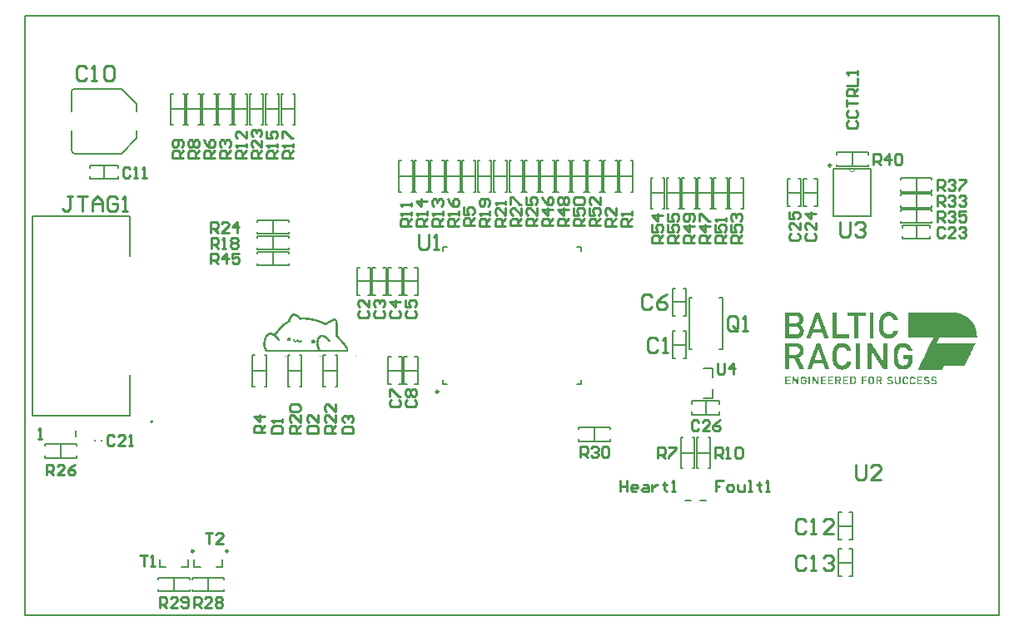
<source format=gto>
G04*
G04 #@! TF.GenerationSoftware,Altium Limited,Altium Designer,23.8.1 (32)*
G04*
G04 Layer_Color=65535*
%FSLAX43Y43*%
%MOMM*%
G71*
G04*
G04 #@! TF.SameCoordinates,9BBBEFC2-DBCC-4367-88D2-B00D1FEB7D6A*
G04*
G04*
G04 #@! TF.FilePolarity,Positive*
G04*
G01*
G75*
%ADD10C,0.150*%
%ADD11C,0.250*%
%ADD12C,0.100*%
%ADD13C,0.200*%
%ADD14C,0.000*%
%ADD15C,0.254*%
%ADD16C,0.152*%
%ADD17C,0.127*%
G36*
X97460Y40356D02*
X97464Y40349D01*
X97479Y40344D01*
X97520Y40340D01*
X97531Y40337D01*
X97555Y40333D01*
X97579Y40323D01*
X97596Y40320D01*
X97613Y40313D01*
X97641Y40306D01*
X97672Y40292D01*
X97691Y40287D01*
X97799Y40230D01*
X97806Y40223D01*
X97830Y40210D01*
X97837Y40203D01*
X97861Y40189D01*
X97868Y40182D01*
X97875Y40179D01*
X97892Y40168D01*
X97943Y40117D01*
X97968Y40103D01*
X97993Y40077D01*
X97997Y40063D01*
X98017Y40043D01*
X98021Y40036D01*
X98026Y40031D01*
X98033Y40027D01*
X98042Y40019D01*
X98055Y39994D01*
X98072Y39977D01*
X98090Y39946D01*
X98097Y39939D01*
X98110Y39915D01*
X98117Y39908D01*
X98179Y39781D01*
X98188Y39759D01*
X98195Y39742D01*
X98203Y39723D01*
X98207Y39709D01*
X98220Y39671D01*
X98224Y39661D01*
X98227Y39647D01*
X98231Y39626D01*
X98234Y39616D01*
X98238Y39582D01*
X98241Y39575D01*
X98232Y39566D01*
X98122D01*
X97813Y39570D01*
X97801Y39582D01*
X97797Y39595D01*
X97790Y39602D01*
X97783Y39619D01*
X97778Y39642D01*
X97761Y39669D01*
X97753Y39678D01*
X97744Y39700D01*
X97730Y39721D01*
X97718Y39730D01*
X97715Y39736D01*
X97701Y39761D01*
X97691Y39771D01*
X97689Y39776D01*
X97682Y39779D01*
X97624Y39838D01*
X97599Y39852D01*
X97586Y39865D01*
X97579Y39869D01*
X97548Y39886D01*
X97489Y39914D01*
X97472Y39917D01*
X97448Y39927D01*
X97434Y39931D01*
X97417Y39938D01*
X97393Y39941D01*
X97383Y39945D01*
X97365Y39948D01*
X97355Y39945D01*
X97230Y39946D01*
X97216Y39943D01*
X97197Y39938D01*
X97166Y39934D01*
X97149Y39927D01*
X97135Y39924D01*
X97111Y39914D01*
X97089Y39905D01*
X97039Y39879D01*
X97032Y39872D01*
X97025Y39869D01*
X97001Y39855D01*
X96958Y39822D01*
X96906Y39771D01*
X96903Y39764D01*
X96896Y39757D01*
X96886Y39740D01*
X96880Y39735D01*
X96875Y39733D01*
X96872Y39726D01*
X96858Y39702D01*
X96841Y39678D01*
X96824Y39640D01*
X96820Y39633D01*
X96813Y39616D01*
X96808Y39597D01*
X96803Y39582D01*
X96793Y39558D01*
X96789Y39516D01*
X96782Y39499D01*
X96779Y39434D01*
X96772Y39417D01*
X96769Y39244D01*
X96762Y39238D01*
X96758Y39214D01*
X96762Y38770D01*
X96769Y38763D01*
X96772Y38739D01*
X96775Y38587D01*
X96779Y38577D01*
X96782Y38563D01*
X96786Y38501D01*
X96793Y38484D01*
X96796Y38450D01*
X96806Y38426D01*
X96812Y38403D01*
X96818Y38386D01*
X96858Y38312D01*
X96865Y38305D01*
X96868Y38298D01*
X96884Y38279D01*
X96892Y38271D01*
X96910Y38240D01*
X96922Y38228D01*
X96929Y38224D01*
X96937Y38216D01*
X96941Y38209D01*
X96960Y38190D01*
X96966Y38187D01*
X96977Y38176D01*
X96990Y38173D01*
X97006Y38157D01*
X97009Y38150D01*
X97135Y38090D01*
X97159Y38087D01*
X97176Y38080D01*
X97200Y38076D01*
X97218Y38070D01*
X97403Y38073D01*
X97421Y38080D01*
X97445Y38083D01*
X97469Y38094D01*
X97486Y38097D01*
X97503Y38104D01*
X97527Y38114D01*
X97534Y38118D01*
X97558Y38135D01*
X97565Y38142D01*
X97579Y38145D01*
X97589Y38156D01*
X97596Y38159D01*
X97629Y38181D01*
X97644Y38200D01*
X97658Y38214D01*
X97665Y38218D01*
X97670Y38223D01*
X97673Y38230D01*
X97699Y38255D01*
X97706Y38259D01*
X97711Y38264D01*
X97715Y38271D01*
X97737Y38304D01*
X97754Y38331D01*
X97763Y38340D01*
X97766Y38353D01*
X97801Y38419D01*
X97806Y38424D01*
X97830Y38427D01*
X98236Y38424D01*
X98241Y38415D01*
X98234Y38398D01*
X98231Y38364D01*
X98224Y38347D01*
X98220Y38333D01*
X98214Y38326D01*
X98210Y38292D01*
X98203Y38285D01*
X98196Y38267D01*
X98191Y38245D01*
X98174Y38200D01*
X98136Y38125D01*
X98119Y38097D01*
X98114Y38092D01*
X98091Y38046D01*
X98085Y38042D01*
X98067Y38015D01*
X98059Y38006D01*
X98055Y37999D01*
X98038Y37982D01*
X98028Y37965D01*
X98007Y37944D01*
X98004Y37937D01*
X97985Y37918D01*
X97978Y37915D01*
X97969Y37906D01*
X97966Y37899D01*
X97947Y37880D01*
X97940Y37877D01*
X97923Y37860D01*
X97900Y37848D01*
X97897Y37841D01*
X97892Y37836D01*
X97885Y37832D01*
X97861Y37815D01*
X97842Y37800D01*
X97821Y37789D01*
X97782Y37767D01*
X97761Y37753D01*
X97716Y37732D01*
X97696Y37729D01*
X97689Y37722D01*
X97682Y37719D01*
X97665Y37712D01*
X97648Y37708D01*
X97630Y37701D01*
X97617Y37698D01*
X97599Y37691D01*
X97575Y37688D01*
X97558Y37681D01*
X97531Y37677D01*
X97524Y37671D01*
X97500Y37667D01*
X97472Y37664D01*
X97462Y37660D01*
X97376Y37657D01*
X97359Y37650D01*
X97235Y37653D01*
X97218Y37660D01*
X97138Y37664D01*
X97121Y37671D01*
X97107Y37667D01*
X97073Y37681D01*
X97046Y37684D01*
X97028Y37691D01*
X97008Y37695D01*
X96990Y37701D01*
X96973Y37705D01*
X96956Y37712D01*
X96942Y37715D01*
X96918Y37729D01*
X96894Y37739D01*
X96877Y37746D01*
X96855Y37755D01*
X96849Y37760D01*
X96843Y37763D01*
X96836Y37770D01*
X96791Y37794D01*
X96784Y37801D01*
X96753Y37818D01*
X96746Y37825D01*
X96722Y37839D01*
X96715Y37846D01*
X96698Y37856D01*
X96674Y37880D01*
X96667Y37884D01*
X96662Y37889D01*
X96658Y37896D01*
X96636Y37918D01*
X96629Y37922D01*
X96621Y37934D01*
X96557Y37997D01*
X96550Y38001D01*
X96533Y38028D01*
X96528Y38033D01*
X96524Y38040D01*
X96511Y38054D01*
X96504Y38071D01*
X96490Y38085D01*
X96466Y38130D01*
X96459Y38137D01*
X96442Y38175D01*
X96438Y38181D01*
X96425Y38212D01*
X96421Y38226D01*
X96404Y38264D01*
X96400Y38278D01*
X96394Y38295D01*
X96390Y38319D01*
X96380Y38343D01*
X96383Y38364D01*
X96373Y38388D01*
X96369Y38457D01*
X96363Y38464D01*
X96359Y38625D01*
X96352Y38642D01*
X96349Y38663D01*
X96352Y38673D01*
X96351Y39374D01*
X96356Y39386D01*
X96363Y39403D01*
X96366Y39558D01*
X96373Y39575D01*
X96376Y39640D01*
X96380Y39650D01*
X96383Y39664D01*
X96380Y39671D01*
X96383Y39681D01*
X96394Y39706D01*
X96397Y39733D01*
X96400Y39743D01*
X96409Y39766D01*
X96419Y39786D01*
X96425Y39802D01*
X96435Y39829D01*
X96455Y39867D01*
X96462Y39874D01*
X96466Y39881D01*
X96497Y39939D01*
X96507Y39950D01*
X96521Y39974D01*
X96529Y39982D01*
X96535Y39984D01*
X96552Y40015D01*
X96566Y40029D01*
X96569Y40036D01*
X96574Y40041D01*
X96581Y40044D01*
X96603Y40067D01*
X96607Y40074D01*
X96612Y40079D01*
X96619Y40082D01*
X96641Y40105D01*
X96645Y40111D01*
X96653Y40120D01*
X96660Y40124D01*
X96679Y40142D01*
X96683Y40149D01*
X96712Y40165D01*
X96726Y40179D01*
X96732Y40182D01*
X96739Y40189D01*
X96757Y40199D01*
X96763Y40206D01*
X96781Y40213D01*
X96794Y40227D01*
X96922Y40289D01*
X96954Y40301D01*
X96984Y40313D01*
X97008Y40316D01*
X97025Y40323D01*
X97039Y40326D01*
X97063Y40337D01*
X97090Y40340D01*
X97101Y40344D01*
X97145Y40347D01*
X97149Y40357D01*
X97460Y40356D01*
D02*
G37*
G36*
X36806Y40222D02*
X36834Y40220D01*
X36840Y40218D01*
X36852Y40216D01*
X36858Y40214D01*
X36868Y40210D01*
X36882Y40205D01*
X36895Y40202D01*
X36918Y40198D01*
X36926Y40196D01*
X36947Y40185D01*
X36963Y40181D01*
X36974Y40178D01*
X36981Y40175D01*
X36993Y40167D01*
X37013Y40161D01*
X37032Y40151D01*
X37050Y40143D01*
X37061Y40140D01*
X37072Y40133D01*
X37076Y40129D01*
X37086Y40125D01*
X37094Y40123D01*
X37112Y40113D01*
X37116Y40109D01*
X37139Y40101D01*
X37143Y40096D01*
X37146Y40095D01*
X37148Y40091D01*
X37175Y40076D01*
X37179Y40072D01*
X37183Y40070D01*
X37201Y40060D01*
X37211Y40050D01*
X37233Y40038D01*
X37240Y40032D01*
X37244Y40030D01*
X37258Y40020D01*
X37270Y40008D01*
X37280Y40002D01*
X37283Y39999D01*
X37285Y39995D01*
X37288Y39992D01*
X37292Y39990D01*
X37303Y39980D01*
X37310Y39973D01*
X37314Y39971D01*
X37327Y39962D01*
X37328Y39959D01*
X37332Y39957D01*
X37342Y39947D01*
X37346Y39945D01*
X37416Y39875D01*
X37418Y39871D01*
X37434Y39855D01*
X37442Y39841D01*
X37454Y39829D01*
X37456Y39825D01*
X37466Y39814D01*
X37470Y39812D01*
X37473Y39809D01*
X37475Y39805D01*
X37480Y39798D01*
X37494Y39794D01*
X37514Y39796D01*
X37567Y39799D01*
X37608Y39803D01*
X37764Y39804D01*
X37770Y39802D01*
X37838Y39799D01*
X37888Y39797D01*
X38032Y39793D01*
X38072Y39791D01*
X38100Y39789D01*
X38127Y39787D01*
X38149Y39785D01*
X38167Y39783D01*
X38191Y39781D01*
X38217Y39779D01*
X38284Y39773D01*
X38310Y39769D01*
X38326Y39764D01*
X38347Y39760D01*
X38359Y39758D01*
X38377Y39756D01*
X38401Y39754D01*
X38419Y39752D01*
X38443Y39748D01*
X38468Y39742D01*
X38488Y39738D01*
X38506Y39736D01*
X38526Y39734D01*
X38538Y39732D01*
X38548Y39730D01*
X38581Y39722D01*
X38601Y39718D01*
X38623Y39716D01*
X38639Y39714D01*
X38651Y39712D01*
X38667Y39708D01*
X38685Y39703D01*
X38693Y39701D01*
X38721Y39697D01*
X38740Y39694D01*
X38750Y39692D01*
X38779Y39683D01*
X38804Y39679D01*
X38818Y39677D01*
X38834Y39675D01*
X38840Y39673D01*
X38851Y39670D01*
X38860Y39667D01*
X38874Y39663D01*
X38882Y39661D01*
X38914Y39655D01*
X38924Y39653D01*
X38937Y39648D01*
X38947Y39644D01*
X38955Y39642D01*
X38969Y39640D01*
X38977Y39638D01*
X38993Y39636D01*
X38999Y39634D01*
X39013Y39629D01*
X39036Y39622D01*
X39050Y39620D01*
X39067Y39617D01*
X39075Y39615D01*
X39085Y39611D01*
X39096Y39606D01*
X39110Y39602D01*
X39125Y39600D01*
X39133Y39598D01*
X39144Y39595D01*
X39165Y39586D01*
X39181Y39582D01*
X39195Y39580D01*
X39220Y39571D01*
X39232Y39566D01*
X39245Y39563D01*
X39257Y39561D01*
X39265Y39559D01*
X39275Y39555D01*
X39288Y39548D01*
X39298Y39543D01*
X39315Y39540D01*
X39331Y39534D01*
X39345Y39527D01*
X39361Y39523D01*
X39374Y39520D01*
X39384Y39516D01*
X39409Y39505D01*
X39432Y39500D01*
X39454Y39489D01*
X39468Y39485D01*
X39489Y39480D01*
X39514Y39467D01*
X39529Y39464D01*
X39537Y39462D01*
X39547Y39458D01*
X39562Y39449D01*
X39576Y39446D01*
X39584Y39444D01*
X39597Y39439D01*
X39609Y39430D01*
X39620Y39427D01*
X39636Y39423D01*
X39646Y39419D01*
X39649Y39416D01*
X39653Y39414D01*
X39667Y39408D01*
X39676Y39406D01*
X39689Y39401D01*
X39701Y39393D01*
X39714Y39388D01*
X39727Y39385D01*
X39738Y39378D01*
X39750Y39370D01*
X39763Y39367D01*
X39776Y39362D01*
X39791Y39352D01*
X39799Y39350D01*
X39818Y39343D01*
X39825Y39338D01*
X39843Y39330D01*
X39851Y39328D01*
X39865Y39319D01*
X39869Y39315D01*
X39879Y39311D01*
X39887Y39309D01*
X39899Y39306D01*
X39902Y39303D01*
X39906Y39301D01*
X39918Y39293D01*
X39931Y39290D01*
X39947Y39284D01*
X39954Y39277D01*
X39964Y39273D01*
X39975Y39270D01*
X39983Y39268D01*
X39990Y39263D01*
X40002Y39255D01*
X40016Y39250D01*
X40026Y39246D01*
X40029Y39243D01*
X40037Y39241D01*
X40047Y39243D01*
X40053Y39249D01*
X40057Y39251D01*
X40070Y39260D01*
X40072Y39264D01*
X40075Y39267D01*
X40093Y39277D01*
X40103Y39287D01*
X40122Y39297D01*
X40134Y39309D01*
X40144Y39315D01*
X40154Y39326D01*
X40158Y39328D01*
X40172Y39338D01*
X40176Y39342D01*
X40180Y39344D01*
X40202Y39356D01*
X40212Y39366D01*
X40231Y39376D01*
X40237Y39382D01*
X40263Y39396D01*
X40269Y39402D01*
X40283Y39408D01*
X40293Y39414D01*
X40299Y39420D01*
X40313Y39426D01*
X40323Y39432D01*
X40329Y39439D01*
X40333Y39441D01*
X40357Y39452D01*
X40359Y39456D01*
X40362Y39459D01*
X40366Y39461D01*
X40388Y39473D01*
X40394Y39479D01*
X40398Y39481D01*
X40420Y39493D01*
X40432Y39501D01*
X40440Y39503D01*
X40459Y39513D01*
X40465Y39519D01*
X40490Y39528D01*
X40499Y39537D01*
X40509Y39541D01*
X40525Y39548D01*
X40529Y39552D01*
X40533Y39554D01*
X40537Y39558D01*
X40545Y39560D01*
X40565Y39567D01*
X40568Y39570D01*
X40572Y39572D01*
X40576Y39576D01*
X40586Y39580D01*
X40597Y39583D01*
X40607Y39587D01*
X40614Y39594D01*
X40624Y39598D01*
X40643Y39605D01*
X40664Y39616D01*
X40681Y39620D01*
X40693Y39622D01*
X40723Y39636D01*
X40739Y39640D01*
X40750Y39643D01*
X40771Y39654D01*
X40779Y39657D01*
X40808Y39663D01*
X40834Y39675D01*
X40858Y39679D01*
X40866Y39681D01*
X40886Y39683D01*
X40924Y39686D01*
X40952Y39688D01*
X40969Y39689D01*
X40975Y39687D01*
X40993Y39685D01*
X40999Y39683D01*
X41008Y39681D01*
X41031Y39676D01*
X41041Y39672D01*
X41048Y39665D01*
X41058Y39661D01*
X41077Y39653D01*
X41084Y39648D01*
X41088Y39644D01*
X41108Y39636D01*
X41116Y39631D01*
X41118Y39627D01*
X41121Y39624D01*
X41125Y39622D01*
X41136Y39613D01*
X41156Y39593D01*
X41162Y39583D01*
X41170Y39575D01*
X41172Y39571D01*
X41178Y39557D01*
X41184Y39547D01*
X41188Y39542D01*
X41190Y39538D01*
X41194Y39528D01*
X41197Y39517D01*
X41201Y39507D01*
X41210Y39492D01*
X41213Y39479D01*
X41215Y39469D01*
X41223Y39449D01*
X41229Y39438D01*
X41232Y39424D01*
X41234Y39408D01*
X41238Y39386D01*
X41240Y39378D01*
X41244Y39368D01*
X41247Y39357D01*
X41249Y39349D01*
X41253Y39320D01*
X41255Y39294D01*
X41257Y39286D01*
X41260Y39265D01*
X41262Y39255D01*
X41264Y39247D01*
X41266Y39235D01*
X41268Y39217D01*
X41270Y39196D01*
X41272Y39168D01*
X41274Y39120D01*
X41276Y39085D01*
X41283Y38945D01*
X41285Y38876D01*
X41283Y38642D01*
X41281Y38636D01*
X41276Y38498D01*
X41274Y38452D01*
X41272Y38379D01*
X41270Y38324D01*
X41268Y38290D01*
X41266Y38262D01*
X41264Y38240D01*
X41262Y38222D01*
X41260Y38205D01*
X41258Y38181D01*
X41255Y38122D01*
X41253Y38095D01*
X41250Y38036D01*
X41248Y38018D01*
X41247Y38003D01*
X41255Y37988D01*
X41272Y37971D01*
X41276Y37969D01*
X41291Y37954D01*
X41293Y37950D01*
X41315Y37928D01*
X41317Y37924D01*
X41333Y37908D01*
X41336Y37904D01*
X41343Y37897D01*
X41347Y37895D01*
X41355Y37882D01*
X41361Y37876D01*
X41365Y37874D01*
X41368Y37871D01*
X41370Y37867D01*
X41390Y37847D01*
X41392Y37843D01*
X41395Y37840D01*
X41399Y37838D01*
X41408Y37829D01*
X41410Y37825D01*
X41417Y37818D01*
X41421Y37816D01*
X41424Y37813D01*
X41426Y37809D01*
X41430Y37805D01*
X41432Y37801D01*
X41439Y37796D01*
X41447Y37789D01*
X41449Y37785D01*
X41458Y37776D01*
X41461Y37775D01*
X41463Y37770D01*
X41469Y37764D01*
X41471Y37760D01*
X41474Y37757D01*
X41478Y37755D01*
X41483Y37750D01*
X41485Y37746D01*
X41494Y37737D01*
X41498Y37735D01*
X41501Y37732D01*
X41503Y37728D01*
X41525Y37706D01*
X41527Y37702D01*
X41530Y37699D01*
X41534Y37697D01*
X41541Y37690D01*
X41543Y37686D01*
X41562Y37668D01*
X41564Y37664D01*
X41580Y37647D01*
X41582Y37643D01*
X41586Y37639D01*
X41588Y37635D01*
X41604Y37619D01*
X41606Y37615D01*
X41622Y37599D01*
X41624Y37595D01*
X41642Y37577D01*
X41644Y37573D01*
X41651Y37566D01*
X41655Y37564D01*
X41658Y37561D01*
X41660Y37557D01*
X41668Y37547D01*
X41672Y37545D01*
X41679Y37538D01*
X41681Y37534D01*
X41697Y37518D01*
X41699Y37514D01*
X41715Y37498D01*
X41717Y37494D01*
X41721Y37490D01*
X41723Y37486D01*
X41726Y37483D01*
X41730Y37481D01*
X41745Y37460D01*
X41755Y37450D01*
X41757Y37446D01*
X41766Y37434D01*
X41778Y37423D01*
X41780Y37419D01*
X41796Y37403D01*
X41798Y37399D01*
X41802Y37395D01*
X41803Y37392D01*
X41807Y37390D01*
X41812Y37385D01*
X41814Y37381D01*
X41818Y37377D01*
X41820Y37373D01*
X41823Y37370D01*
X41827Y37368D01*
X41830Y37365D01*
X41832Y37361D01*
X41836Y37357D01*
X41838Y37353D01*
X41852Y37339D01*
X41858Y37328D01*
X41868Y37318D01*
X41870Y37314D01*
X41880Y37300D01*
X41891Y37290D01*
X41897Y37280D01*
X41909Y37268D01*
X41911Y37264D01*
X41920Y37253D01*
X41927Y37246D01*
X41937Y37228D01*
X41949Y37215D01*
X41951Y37211D01*
X41960Y37200D01*
X41969Y37191D01*
X41971Y37187D01*
X41976Y37180D01*
X41980Y37178D01*
X41987Y37171D01*
X41993Y37161D01*
X42008Y37147D01*
X42010Y37143D01*
X42019Y37132D01*
X42026Y37125D01*
X42034Y37111D01*
X42044Y37100D01*
X42046Y37096D01*
X42055Y37083D01*
X42058Y37082D01*
X42059Y37081D01*
X42062Y37078D01*
X42064Y37074D01*
X42075Y37059D01*
X42079Y37057D01*
X42093Y37035D01*
X42100Y37028D01*
X42102Y37024D01*
X42111Y37010D01*
X42123Y36998D01*
X42131Y36983D01*
X42141Y36973D01*
X42152Y36952D01*
X42155Y36951D01*
X42157Y36947D01*
X42161Y36943D01*
X42169Y36929D01*
X42179Y36919D01*
X42191Y36897D01*
X42197Y36891D01*
X42209Y36868D01*
X42217Y36860D01*
X42224Y36846D01*
X42226Y36842D01*
X42235Y36831D01*
X42238Y36828D01*
X42243Y36815D01*
X42250Y36804D01*
X42256Y36798D01*
X42260Y36788D01*
X42265Y36774D01*
X42270Y36767D01*
X42274Y36763D01*
X42278Y36753D01*
X42285Y36734D01*
X42290Y36727D01*
X42294Y36723D01*
X42298Y36713D01*
X42301Y36700D01*
X42305Y36690D01*
X42308Y36687D01*
X42310Y36683D01*
X42316Y36669D01*
X42319Y36655D01*
X42321Y36647D01*
X42326Y36634D01*
X42335Y36616D01*
X42337Y36602D01*
X42339Y36594D01*
X42342Y36571D01*
X42344Y36561D01*
X42348Y36544D01*
X42350Y36532D01*
X42352Y36514D01*
X42353Y36483D01*
X42351Y36477D01*
X42348Y36450D01*
X42346Y36441D01*
X42341Y36424D01*
X42339Y36416D01*
X42336Y36399D01*
X42325Y36383D01*
X42322Y36380D01*
X42320Y36372D01*
X42315Y36359D01*
X42312Y36356D01*
X42310Y36352D01*
X42300Y36342D01*
X42294Y36331D01*
X42289Y36326D01*
X42285Y36324D01*
X42269Y36308D01*
X42259Y36302D01*
X42252Y36297D01*
X42251Y36294D01*
X42247Y36292D01*
X42237Y36288D01*
X42217Y36281D01*
X42208Y36278D01*
X42200Y36276D01*
X42192Y36278D01*
X34060Y36277D01*
X34048Y36279D01*
X34032Y36285D01*
X34020Y36292D01*
X34009Y36301D01*
X34006Y36304D01*
X33992Y36312D01*
X33980Y36324D01*
X33976Y36326D01*
X33967Y36333D01*
X33965Y36338D01*
X33960Y36343D01*
X33956Y36345D01*
X33952Y36349D01*
X33948Y36351D01*
X33943Y36358D01*
X33938Y36363D01*
X33934Y36365D01*
X33931Y36368D01*
X33929Y36372D01*
X33920Y36383D01*
X33916Y36385D01*
X33912Y36388D01*
X33910Y36392D01*
X33906Y36396D01*
X33904Y36400D01*
X33897Y36405D01*
X33892Y36410D01*
X33890Y36414D01*
X33876Y36432D01*
X33862Y36459D01*
X33854Y36467D01*
X33849Y36480D01*
X33846Y36483D01*
X33844Y36487D01*
X33836Y36495D01*
X33831Y36508D01*
X33824Y36519D01*
X33818Y36525D01*
X33814Y36535D01*
X33811Y36548D01*
X33803Y36560D01*
X33797Y36570D01*
X33793Y36584D01*
X33790Y36595D01*
X33786Y36605D01*
X33781Y36610D01*
X33775Y36624D01*
X33772Y36641D01*
X33766Y36657D01*
X33763Y36660D01*
X33758Y36674D01*
X33756Y36682D01*
X33754Y36694D01*
X33752Y36704D01*
X33750Y36712D01*
X33743Y36729D01*
X33739Y36743D01*
X33737Y36757D01*
X33735Y36765D01*
X33733Y36786D01*
X33731Y36792D01*
X33723Y36824D01*
X33719Y36848D01*
X33717Y36862D01*
X33712Y36926D01*
X33710Y36946D01*
X33706Y36972D01*
X33704Y37001D01*
X33702Y37053D01*
X33701Y37129D01*
X33703Y37135D01*
X33705Y37193D01*
X33707Y37199D01*
X33710Y37235D01*
X33712Y37253D01*
X33714Y37277D01*
X33716Y37311D01*
X33718Y37336D01*
X33720Y37352D01*
X33724Y37376D01*
X33726Y37384D01*
X33732Y37414D01*
X33734Y37426D01*
X33736Y37449D01*
X33738Y37465D01*
X33740Y37475D01*
X33742Y37483D01*
X33749Y37506D01*
X33753Y37522D01*
X33756Y37547D01*
X33758Y37558D01*
X33764Y37574D01*
X33769Y37587D01*
X33773Y37603D01*
X33776Y37622D01*
X33780Y37632D01*
X33791Y37657D01*
X33793Y37672D01*
X33795Y37680D01*
X33810Y37710D01*
X33812Y37718D01*
X33817Y37739D01*
X33824Y37750D01*
X33832Y37768D01*
X33835Y37780D01*
X33845Y37796D01*
X33850Y37807D01*
X33852Y37815D01*
X33860Y37829D01*
X33864Y37833D01*
X33870Y37847D01*
X33875Y37860D01*
X33882Y37867D01*
X33884Y37871D01*
X33888Y37875D01*
X33891Y37887D01*
X33898Y37898D01*
X33902Y37902D01*
X33904Y37906D01*
X33910Y37920D01*
X33917Y37930D01*
X33925Y37938D01*
X33927Y37942D01*
X33937Y37956D01*
X33943Y37962D01*
X33945Y37966D01*
X33953Y37980D01*
X33958Y37987D01*
X33961Y37988D01*
X33963Y37992D01*
X33967Y37997D01*
X33974Y38010D01*
X33978Y38012D01*
X33985Y38019D01*
X33991Y38029D01*
X34007Y38045D01*
X34009Y38049D01*
X34016Y38056D01*
X34020Y38058D01*
X34025Y38065D01*
X34031Y38070D01*
X34035Y38072D01*
X34055Y38092D01*
X34059Y38094D01*
X34062Y38097D01*
X34064Y38101D01*
X34069Y38107D01*
X34073Y38109D01*
X34077Y38113D01*
X34080Y38114D01*
X34082Y38118D01*
X34091Y38127D01*
X34104Y38132D01*
X34111Y38137D01*
X34117Y38143D01*
X34131Y38149D01*
X34135Y38151D01*
X34147Y38160D01*
X34150Y38163D01*
X34160Y38167D01*
X34174Y38175D01*
X34178Y38179D01*
X34182Y38181D01*
X34196Y38187D01*
X34200Y38189D01*
X34211Y38198D01*
X34222Y38203D01*
X34230Y38205D01*
X34243Y38208D01*
X34260Y38214D01*
X34269Y38220D01*
X34283Y38224D01*
X34304Y38229D01*
X34312Y38231D01*
X34341Y38240D01*
X34355Y38242D01*
X34394Y38244D01*
X34503Y38242D01*
X34509Y38240D01*
X34530Y38235D01*
X34539Y38232D01*
X34555Y38228D01*
X34589Y38223D01*
X34597Y38221D01*
X34607Y38216D01*
X34624Y38209D01*
X34632Y38207D01*
X34663Y38200D01*
X34678Y38191D01*
X34693Y38187D01*
X34709Y38183D01*
X34720Y38174D01*
X34723Y38171D01*
X34733Y38167D01*
X34747Y38159D01*
X34753Y38153D01*
X34767Y38147D01*
X34777Y38143D01*
X34788Y38134D01*
X34804Y38133D01*
X34815Y38142D01*
X34823Y38156D01*
X34832Y38167D01*
X34835Y38168D01*
X34837Y38172D01*
X34847Y38186D01*
X34857Y38196D01*
X34859Y38200D01*
X34868Y38211D01*
X34875Y38219D01*
X34877Y38223D01*
X34891Y38241D01*
X34895Y38245D01*
X34897Y38249D01*
X34906Y38260D01*
X34916Y38269D01*
X34922Y38279D01*
X34934Y38291D01*
X34942Y38305D01*
X34954Y38317D01*
X34962Y38332D01*
X34974Y38344D01*
X34976Y38348D01*
X34985Y38359D01*
X34990Y38362D01*
X34992Y38366D01*
X35001Y38377D01*
X35012Y38388D01*
X35018Y38398D01*
X35031Y38410D01*
X35033Y38414D01*
X35042Y38425D01*
X35047Y38432D01*
X35053Y38439D01*
X35059Y38449D01*
X35071Y38461D01*
X35073Y38465D01*
X35082Y38476D01*
X35086Y38478D01*
X35089Y38481D01*
X35091Y38485D01*
X35100Y38496D01*
X35111Y38507D01*
X35113Y38511D01*
X35127Y38525D01*
X35129Y38529D01*
X35139Y38540D01*
X35146Y38547D01*
X35148Y38552D01*
X35162Y38570D01*
X35170Y38578D01*
X35172Y38582D01*
X35177Y38589D01*
X35181Y38591D01*
X35186Y38596D01*
X35188Y38600D01*
X35197Y38611D01*
X35208Y38622D01*
X35210Y38626D01*
X35219Y38635D01*
X35222Y38636D01*
X35224Y38640D01*
X35228Y38644D01*
X35230Y38648D01*
X35247Y38665D01*
X35249Y38669D01*
X35263Y38683D01*
X35265Y38687D01*
X35274Y38698D01*
X35281Y38705D01*
X35283Y38709D01*
X35287Y38713D01*
X35289Y38717D01*
X35307Y38735D01*
X35309Y38739D01*
X35327Y38757D01*
X35329Y38761D01*
X35332Y38764D01*
X35336Y38766D01*
X35343Y38774D01*
X35345Y38778D01*
X35364Y38796D01*
X35366Y38800D01*
X35384Y38818D01*
X35386Y38822D01*
X35389Y38825D01*
X35393Y38827D01*
X35402Y38836D01*
X35404Y38840D01*
X35409Y38845D01*
X35413Y38847D01*
X35418Y38852D01*
X35420Y38856D01*
X35442Y38878D01*
X35444Y38883D01*
X35456Y38893D01*
X35465Y38904D01*
X35475Y38911D01*
X35477Y38915D01*
X35488Y38926D01*
X35492Y38928D01*
X35495Y38931D01*
X35497Y38935D01*
X35508Y38946D01*
X35512Y38948D01*
X35515Y38951D01*
X35517Y38955D01*
X35526Y38964D01*
X35530Y38966D01*
X35533Y38969D01*
X35535Y38973D01*
X35546Y38984D01*
X35550Y38986D01*
X35553Y38989D01*
X35555Y38994D01*
X35562Y39001D01*
X35566Y39003D01*
X35587Y39023D01*
X35591Y39025D01*
X35596Y39032D01*
X35605Y39041D01*
X35609Y39043D01*
X35614Y39048D01*
X35616Y39052D01*
X35621Y39057D01*
X35625Y39059D01*
X35643Y39077D01*
X35647Y39079D01*
X35663Y39095D01*
X35667Y39097D01*
X35671Y39102D01*
X35674Y39103D01*
X35676Y39107D01*
X35681Y39112D01*
X35685Y39114D01*
X35697Y39123D01*
X35706Y39132D01*
X35710Y39134D01*
X35728Y39148D01*
X35734Y39154D01*
X35738Y39156D01*
X35749Y39165D01*
X35758Y39174D01*
X35762Y39176D01*
X35769Y39181D01*
X35771Y39185D01*
X35776Y39190D01*
X35780Y39192D01*
X35794Y39202D01*
X35801Y39208D01*
X35805Y39210D01*
X35819Y39219D01*
X35829Y39229D01*
X35833Y39231D01*
X35847Y39241D01*
X35855Y39249D01*
X35869Y39257D01*
X35879Y39267D01*
X35883Y39269D01*
X35900Y39280D01*
X35902Y39284D01*
X35915Y39292D01*
X35922Y39297D01*
X35932Y39307D01*
X35950Y39317D01*
X35954Y39321D01*
X35958Y39324D01*
X35976Y39334D01*
X35986Y39344D01*
X35990Y39346D01*
X36012Y39358D01*
X36018Y39364D01*
X36029Y39368D01*
X36043Y39376D01*
X36051Y39384D01*
X36064Y39389D01*
X36075Y39396D01*
X36081Y39402D01*
X36095Y39408D01*
X36099Y39410D01*
X36110Y39419D01*
X36113Y39422D01*
X36134Y39430D01*
X36145Y39440D01*
X36156Y39445D01*
X36169Y39450D01*
X36172Y39453D01*
X36176Y39455D01*
X36182Y39461D01*
X36192Y39465D01*
X36210Y39475D01*
X36219Y39490D01*
X36221Y39498D01*
X36229Y39518D01*
X36233Y39534D01*
X36236Y39558D01*
X36244Y39577D01*
X36252Y39595D01*
X36254Y39609D01*
X36256Y39617D01*
X36261Y39630D01*
X36270Y39645D01*
X36273Y39659D01*
X36275Y39667D01*
X36279Y39677D01*
X36292Y39702D01*
X36295Y39715D01*
X36299Y39725D01*
X36304Y39730D01*
X36306Y39734D01*
X36310Y39744D01*
X36312Y39752D01*
X36317Y39765D01*
X36322Y39773D01*
X36326Y39777D01*
X36330Y39787D01*
X36332Y39795D01*
X36340Y39809D01*
X36344Y39813D01*
X36350Y39827D01*
X36356Y39840D01*
X36363Y39847D01*
X36365Y39851D01*
X36379Y39878D01*
X36385Y39884D01*
X36391Y39898D01*
X36393Y39902D01*
X36402Y39913D01*
X36407Y39918D01*
X36417Y39936D01*
X36425Y39944D01*
X36435Y39962D01*
X36447Y39974D01*
X36453Y39984D01*
X36466Y39997D01*
X36468Y40001D01*
X36477Y40012D01*
X36481Y40014D01*
X36486Y40021D01*
X36495Y40032D01*
X36499Y40034D01*
X36504Y40041D01*
X36520Y40057D01*
X36522Y40061D01*
X36531Y40070D01*
X36535Y40072D01*
X36549Y40086D01*
X36553Y40088D01*
X36569Y40105D01*
X36574Y40107D01*
X36588Y40121D01*
X36602Y40129D01*
X36612Y40139D01*
X36634Y40151D01*
X36640Y40157D01*
X36644Y40159D01*
X36662Y40169D01*
X36668Y40175D01*
X36672Y40177D01*
X36687Y40183D01*
X36701Y40191D01*
X36705Y40195D01*
X36715Y40199D01*
X36731Y40203D01*
X36765Y40220D01*
X36788Y40223D01*
X36800Y40224D01*
X36806Y40222D01*
D02*
G37*
G36*
X95762Y40333D02*
X95767Y40328D01*
X95771Y40301D01*
X95767Y40290D01*
Y39465D01*
Y39461D01*
X95769Y37701D01*
X95767Y37693D01*
X95771Y37683D01*
X95762Y37671D01*
X95749Y37667D01*
X95370Y37671D01*
X95361Y37679D01*
X95365Y40332D01*
X95380Y40337D01*
X95762Y40333D01*
D02*
G37*
G36*
X94954D02*
X94959Y40318D01*
X94955Y39974D01*
X94950Y39969D01*
X94238Y39965D01*
X94233Y39960D01*
X94230Y39943D01*
X94233Y39933D01*
X94230Y37676D01*
X94224Y37671D01*
X94211Y37667D01*
X93829Y37671D01*
X93824Y37676D01*
X93820Y37700D01*
X93822Y39948D01*
X93818Y39962D01*
X93801Y39969D01*
X93406D01*
X93099Y39972D01*
X93094Y39988D01*
X93098Y40328D01*
X93106Y40337D01*
X94954Y40333D01*
D02*
G37*
G36*
X91992D02*
X92000Y40325D01*
Y38085D01*
Y38082D01*
X92009Y38070D01*
X93289Y38066D01*
X93294Y38051D01*
X93290Y37672D01*
X93275Y37667D01*
X91596Y37671D01*
X91591Y37676D01*
X91594Y40332D01*
X91599Y40337D01*
X91992Y40333D01*
D02*
G37*
G36*
X90234D02*
X90239Y40318D01*
X90249Y40294D01*
X90254Y40275D01*
X90259Y40259D01*
X90263Y40246D01*
X90283Y40201D01*
X90290Y40177D01*
X90294Y40163D01*
X90301Y40146D01*
X90304Y40132D01*
X90321Y40094D01*
X90330Y40072D01*
X90337Y40044D01*
X90345Y40022D01*
X90356Y39998D01*
X90359Y39991D01*
X90366Y39974D01*
X90371Y39955D01*
X90382Y39927D01*
X90387Y39912D01*
X90390Y39895D01*
X90400Y39878D01*
X90412Y39845D01*
X90418Y39826D01*
X90421Y39812D01*
X90428Y39795D01*
X90437Y39773D01*
X90449Y39743D01*
X90454Y39724D01*
X90469Y39685D01*
X90474Y39666D01*
X90490Y39630D01*
X90499Y39607D01*
X90502Y39590D01*
X90507Y39578D01*
X90514Y39561D01*
X90517Y39547D01*
X90531Y39516D01*
X90535Y39503D01*
X90545Y39478D01*
X90555Y39444D01*
X90576Y39396D01*
X90586Y39361D01*
X90590Y39348D01*
X90597Y39331D01*
X90605Y39308D01*
X90614Y39289D01*
X90617Y39275D01*
X90628Y39251D01*
X90634Y39227D01*
X90646Y39195D01*
X90662Y39158D01*
X90669Y39134D01*
X90677Y39112D01*
X90684Y39085D01*
X90700Y39059D01*
X90703Y39038D01*
X90714Y39014D01*
X90719Y38995D01*
X90727Y38980D01*
X90734Y38962D01*
X90738Y38949D01*
X90744Y38931D01*
X90751Y38907D01*
X90760Y38885D01*
X90767Y38868D01*
X90772Y38863D01*
X90779Y38845D01*
X90782Y38825D01*
X90789Y38808D01*
X90796Y38783D01*
X90805Y38761D01*
X90820Y38725D01*
X90830Y38691D01*
X90839Y38668D01*
X90849Y38641D01*
X90858Y38625D01*
X90865Y38598D01*
X90872Y38581D01*
X90879Y38556D01*
X90887Y38534D01*
X90896Y38515D01*
X90903Y38498D01*
X90913Y38464D01*
X90927Y38429D01*
X90932Y38410D01*
X90937Y38405D01*
X90944Y38388D01*
X90949Y38365D01*
X90958Y38347D01*
X90961Y38329D01*
X90965Y38319D01*
X90975Y38295D01*
X90989Y38264D01*
X90992Y38247D01*
X90999Y38230D01*
X91009Y38206D01*
X91013Y38185D01*
X91030Y38147D01*
X91033Y38133D01*
X91044Y38109D01*
X91047Y38092D01*
X91054Y38075D01*
X91071Y38037D01*
X91075Y38016D01*
X91089Y37985D01*
X91095Y37961D01*
X91099Y37947D01*
X91116Y37910D01*
X91126Y37886D01*
X91130Y37865D01*
X91137Y37848D01*
X91145Y37825D01*
X91157Y37803D01*
X91161Y37782D01*
X91168Y37765D01*
X91176Y37743D01*
X91180Y37726D01*
X91199Y37686D01*
X91195Y37676D01*
X91190Y37671D01*
X91176Y37667D01*
X90774Y37671D01*
X90762Y37683D01*
X90755Y37700D01*
X90751Y37714D01*
X90738Y37744D01*
X90734Y37758D01*
X90731Y37765D01*
X90724Y37782D01*
X90720Y37796D01*
X90714Y37813D01*
X90710Y37831D01*
X90703Y37848D01*
X90688Y37891D01*
X90683Y37910D01*
X90667Y37953D01*
X90664Y37970D01*
X90657Y37987D01*
X90648Y38003D01*
X90640Y38025D01*
X90634Y38044D01*
X90631Y38058D01*
X90621Y38082D01*
X90614Y38106D01*
X90610Y38119D01*
X90600Y38144D01*
X90597Y38161D01*
X90590Y38178D01*
X90586Y38192D01*
X90579Y38209D01*
X90571Y38231D01*
X90566Y38250D01*
X90562Y38261D01*
X90557Y38266D01*
X90540Y38273D01*
X89563Y38269D01*
X89554Y38247D01*
X89551Y38240D01*
X89544Y38223D01*
X89533Y38188D01*
X89523Y38164D01*
X89520Y38144D01*
X89513Y38137D01*
X89506Y38119D01*
X89503Y38106D01*
X89492Y38082D01*
X89489Y38061D01*
X89482Y38044D01*
X89472Y38020D01*
X89466Y38001D01*
X89461Y37985D01*
X89458Y37972D01*
X89451Y37954D01*
X89447Y37941D01*
X89441Y37923D01*
X89437Y37910D01*
X89434Y37903D01*
X89427Y37886D01*
X89423Y37868D01*
X89406Y37831D01*
X89403Y37817D01*
X89396Y37800D01*
X89391Y37781D01*
X89382Y37758D01*
X89375Y37734D01*
X89365Y37710D01*
X89360Y37691D01*
X89355Y37679D01*
X89346Y37671D01*
X89322Y37667D01*
X88933Y37671D01*
X88925Y37679D01*
X88928Y37710D01*
X88931Y37720D01*
X88949Y37765D01*
X88952Y37779D01*
X88966Y37810D01*
X88969Y37824D01*
X88976Y37841D01*
X88980Y37855D01*
X88986Y37872D01*
X88995Y37894D01*
X89002Y37911D01*
X89011Y37934D01*
X89014Y37947D01*
X89028Y37982D01*
X89035Y38009D01*
X89048Y38040D01*
X89062Y38075D01*
X89066Y38092D01*
X89072Y38109D01*
X89081Y38132D01*
X89093Y38161D01*
X89098Y38180D01*
X89103Y38185D01*
X89107Y38206D01*
X89114Y38223D01*
X89122Y38245D01*
X89134Y38274D01*
X89143Y38297D01*
X89150Y38324D01*
X89158Y38343D01*
X89164Y38362D01*
X89169Y38367D01*
X89176Y38384D01*
X89179Y38398D01*
Y38402D01*
X89189Y38426D01*
X89195Y38445D01*
X89205Y38472D01*
X89215Y38493D01*
X89220Y38512D01*
X89227Y38529D01*
X89234Y38556D01*
X89241Y38574D01*
X89244Y38587D01*
X89258Y38608D01*
X89265Y38639D01*
X89272Y38656D01*
X89275Y38670D01*
X89293Y38697D01*
X89296Y38722D01*
X89303Y38739D01*
X89312Y38761D01*
X89315Y38778D01*
X89334Y38818D01*
X89339Y38837D01*
X89344Y38852D01*
X89349Y38871D01*
X89355Y38876D01*
X89358Y38900D01*
X89365Y38907D01*
X89375Y38931D01*
X89380Y38954D01*
X89386Y38959D01*
X89389Y38980D01*
X89396Y38997D01*
X89399Y39011D01*
X89403Y39017D01*
X89420Y39055D01*
X89423Y39069D01*
X89430Y39086D01*
X89434Y39103D01*
X89441Y39110D01*
X89444Y39134D01*
X89458Y39155D01*
X89465Y39186D01*
X89472Y39203D01*
X89475Y39217D01*
X89482Y39234D01*
X89490Y39257D01*
X89503Y39286D01*
X89509Y39303D01*
X89513Y39313D01*
X89516Y39331D01*
X89527Y39355D01*
X89530Y39368D01*
X89544Y39399D01*
X89547Y39417D01*
X89554Y39423D01*
X89559Y39446D01*
X89568Y39468D01*
X89571Y39482D01*
X89585Y39513D01*
X89594Y39535D01*
X89599Y39551D01*
X89602Y39564D01*
X89609Y39582D01*
X89613Y39599D01*
X89626Y39619D01*
X89633Y39647D01*
X89640Y39664D01*
X89645Y39683D01*
X89650Y39699D01*
X89659Y39721D01*
X89675Y39757D01*
X89681Y39781D01*
X89692Y39805D01*
X89695Y39829D01*
X89702Y39836D01*
X89712Y39860D01*
X89718Y39879D01*
X89723Y39895D01*
X89731Y39917D01*
X89735Y39931D01*
X89742Y39948D01*
X89757Y39984D01*
X89761Y39998D01*
X89764Y40008D01*
X89773Y40031D01*
X89788Y40067D01*
X89795Y40091D01*
X89804Y40113D01*
X89810Y40141D01*
X89826Y40170D01*
X89831Y40189D01*
X89840Y40211D01*
X89843Y40228D01*
X89850Y40246D01*
X89871Y40290D01*
X89876Y40313D01*
X89888Y40332D01*
X89893Y40337D01*
X90234Y40333D01*
D02*
G37*
G36*
X87990D02*
X88008Y40326D01*
X88021Y40323D01*
X88044Y40325D01*
X88058Y40321D01*
X88073Y40316D01*
X88087Y40313D01*
X88104Y40309D01*
X88114Y40306D01*
X88138Y40302D01*
X88162Y40292D01*
X88180Y40285D01*
X88202Y40280D01*
X88245Y40261D01*
X88267Y40253D01*
X88307Y40230D01*
X88314Y40223D01*
X88338Y40210D01*
X88345Y40203D01*
X88376Y40185D01*
X88383Y40175D01*
X88390Y40172D01*
X88421Y40148D01*
X88474Y40094D01*
X88477Y40087D01*
X88501Y40056D01*
X88508Y40050D01*
X88532Y40005D01*
X88546Y39984D01*
X88570Y39933D01*
X88579Y39910D01*
X88586Y39883D01*
X88593Y39865D01*
X88598Y39850D01*
X88601Y39829D01*
X88605Y39819D01*
X88608Y39795D01*
X88615Y39778D01*
X88618Y39764D01*
X88622Y39712D01*
X88629Y39695D01*
X88625Y39551D01*
X88618Y39533D01*
X88615Y39475D01*
X88608Y39468D01*
X88605Y39444D01*
X88601Y39430D01*
X88598Y39420D01*
X88593Y39401D01*
X88587Y39396D01*
X88580Y39365D01*
X88560Y39327D01*
X88544Y39298D01*
X88539Y39296D01*
X88525Y39272D01*
X88519Y39265D01*
X88501Y39234D01*
X88482Y39215D01*
X88476Y39212D01*
X88467Y39203D01*
X88464Y39196D01*
X88441Y39174D01*
X88436Y39172D01*
X88433Y39165D01*
X88427Y39160D01*
X88402Y39148D01*
X88398Y39141D01*
X88393Y39136D01*
X88386Y39133D01*
X88379Y39126D01*
X88372Y39122D01*
X88348Y39105D01*
X88255Y39057D01*
X88250Y39052D01*
X88254Y39042D01*
X88259Y39036D01*
X88293Y39033D01*
X88324Y39019D01*
X88343Y39014D01*
X88359Y39005D01*
X88383Y38992D01*
X88390Y38985D01*
X88396Y38981D01*
X88421Y38968D01*
X88441Y38947D01*
X88465Y38933D01*
X88519Y38880D01*
X88532Y38856D01*
X88546Y38842D01*
X88550Y38835D01*
X88563Y38811D01*
X88574Y38801D01*
X88615Y38715D01*
X88618Y38701D01*
X88622Y38691D01*
X88629Y38673D01*
X88632Y38656D01*
X88642Y38632D01*
X88649Y38615D01*
X88653Y38574D01*
X88660Y38556D01*
X88663Y38505D01*
X88667Y38494D01*
X88670Y38470D01*
X88667Y38367D01*
X88660Y38350D01*
X88656Y38285D01*
X88649Y38267D01*
X88646Y38230D01*
X88639Y38212D01*
X88634Y38190D01*
X88630Y38176D01*
X88624Y38159D01*
X88618Y38140D01*
X88610Y38118D01*
X88594Y38089D01*
X88556Y38016D01*
X88550Y38009D01*
X88532Y37978D01*
X88525Y37972D01*
X88512Y37947D01*
X88500Y37935D01*
X88493Y37932D01*
X88488Y37927D01*
X88484Y37920D01*
X88462Y37898D01*
X88455Y37894D01*
X88446Y37882D01*
X88424Y37860D01*
X88419Y37858D01*
X88415Y37851D01*
X88390Y37825D01*
X88383Y37822D01*
X88359Y37808D01*
X88348Y37798D01*
X88331Y37791D01*
X88317Y37777D01*
X88224Y37732D01*
X88204Y37729D01*
X88197Y37722D01*
X88190Y37719D01*
X88173Y37712D01*
X88156Y37708D01*
X88138Y37701D01*
X88111Y37698D01*
X88094Y37691D01*
X88059Y37688D01*
X88042Y37681D01*
X87956Y37677D01*
X87932Y37667D01*
X86804Y37671D01*
X86798Y37676D01*
Y38305D01*
Y38309D01*
X86802Y40332D01*
X86807Y40337D01*
X87990Y40333D01*
D02*
G37*
G36*
X98860Y37197D02*
X98874Y37194D01*
X98917Y37192D01*
X98924Y37196D01*
X98948Y37185D01*
X98989Y37182D01*
X99013Y37172D01*
X99037Y37168D01*
X99055Y37161D01*
X99068Y37158D01*
X99086Y37151D01*
X99099Y37148D01*
X99117Y37141D01*
X99136Y37136D01*
X99141Y37130D01*
X99148Y37127D01*
X99165Y37120D01*
X99185Y37117D01*
X99192Y37110D01*
X99230Y37089D01*
X99251Y37075D01*
X99282Y37058D01*
X99289Y37051D01*
X99320Y37034D01*
X99326Y37027D01*
X99349Y37015D01*
X99352Y37008D01*
X99378Y36982D01*
X99385Y36979D01*
X99392Y36972D01*
X99406Y36969D01*
X99418Y36957D01*
X99421Y36950D01*
X99437Y36934D01*
X99443Y36931D01*
X99452Y36922D01*
X99455Y36915D01*
X99476Y36895D01*
X99490Y36871D01*
X99497Y36867D01*
X99500Y36860D01*
X99517Y36843D01*
X99528Y36826D01*
X99540Y36810D01*
X99547Y36807D01*
X99571Y36759D01*
X99579Y36750D01*
X99648Y36609D01*
X99652Y36592D01*
X99665Y36571D01*
X99672Y36544D01*
X99679Y36527D01*
X99683Y36499D01*
X99689Y36482D01*
X99700Y36447D01*
X99696Y36413D01*
X99688Y36404D01*
X99275Y36408D01*
X99270Y36413D01*
X99249Y36458D01*
X99246Y36475D01*
X99235Y36492D01*
X99218Y36523D01*
X99201Y36547D01*
X99197Y36554D01*
X99191Y36561D01*
X99187Y36568D01*
X99173Y36592D01*
X99161Y36601D01*
X99149Y36613D01*
X99146Y36619D01*
X99137Y36628D01*
X99130Y36632D01*
X99108Y36654D01*
X99105Y36661D01*
X99099Y36666D01*
X99093Y36669D01*
X99075Y36687D01*
X99051Y36700D01*
X99044Y36707D01*
X99020Y36721D01*
X99010Y36731D01*
X98962Y36752D01*
X98948Y36755D01*
X98915Y36767D01*
X98893Y36776D01*
X98865Y36779D01*
X98855Y36783D01*
X98841Y36786D01*
X98814Y36783D01*
X98804Y36786D01*
X98779Y36793D01*
X98728Y36790D01*
X98718Y36786D01*
X98704Y36783D01*
X98690Y36786D01*
X98661Y36781D01*
X98645Y36776D01*
X98621Y36773D01*
X98597Y36762D01*
X98573Y36755D01*
X98551Y36747D01*
X98504Y36721D01*
X98497Y36714D01*
X98473Y36700D01*
X98466Y36693D01*
X98442Y36680D01*
X98372Y36609D01*
X98370Y36604D01*
X98363Y36601D01*
X98358Y36595D01*
X98355Y36589D01*
X98330Y36558D01*
X98324Y36551D01*
X98300Y36506D01*
X98279Y36461D01*
X98269Y36437D01*
X98263Y36411D01*
X98260Y36398D01*
X98255Y36368D01*
X98244Y36344D01*
X98241Y36279D01*
X98234Y36262D01*
X98231Y36121D01*
X98227Y36110D01*
X98224Y36097D01*
X98227Y36083D01*
X98226Y35596D01*
X98229Y35582D01*
X98234Y35567D01*
X98238Y35419D01*
X98244Y35402D01*
X98248Y35343D01*
X98258Y35319D01*
X98262Y35285D01*
X98265Y35274D01*
X98274Y35252D01*
X98281Y35224D01*
X98296Y35199D01*
X98320Y35154D01*
X98327Y35147D01*
X98341Y35123D01*
X98372Y35092D01*
X98375Y35078D01*
X98396Y35058D01*
X98399Y35051D01*
X98408Y35042D01*
X98415Y35039D01*
X98429Y35025D01*
X98442Y35021D01*
X98470Y34994D01*
X98494Y34980D01*
X98501Y34973D01*
X98552Y34949D01*
X98570Y34946D01*
X98614Y34925D01*
X98638Y34922D01*
X98649Y34918D01*
X98662Y34915D01*
X98673Y34918D01*
X98697Y34908D01*
X98852Y34911D01*
X98869Y34918D01*
X98900Y34922D01*
X98910Y34925D01*
X98938Y34929D01*
X98958Y34942D01*
X98977Y34947D01*
X99012Y34961D01*
X99039Y34978D01*
X99048Y34987D01*
X99072Y35001D01*
X99105Y35023D01*
X99110Y35028D01*
X99115Y35030D01*
X99118Y35037D01*
X99144Y35063D01*
X99149Y35064D01*
X99153Y35071D01*
X99191Y35109D01*
X99194Y35116D01*
X99210Y35135D01*
X99246Y35195D01*
X99266Y35240D01*
X99270Y35254D01*
X99280Y35278D01*
X99290Y35316D01*
X99294Y35347D01*
X99301Y35364D01*
X99304Y35433D01*
X99311Y35450D01*
X99308Y35587D01*
X99292Y35593D01*
X98773Y35596D01*
X98764Y35605D01*
X98767Y35976D01*
X98773Y35981D01*
X99715Y35978D01*
X99720Y35973D01*
X99717Y35353D01*
X99714Y35343D01*
X99710Y35329D01*
X99707Y35267D01*
X99700Y35250D01*
X99696Y35212D01*
X99686Y35188D01*
X99679Y35164D01*
X99676Y35140D01*
X99662Y35106D01*
X99648Y35075D01*
X99643Y35056D01*
X99631Y35033D01*
X99586Y34947D01*
X99576Y34937D01*
X99559Y34906D01*
X99535Y34875D01*
X99528Y34868D01*
X99524Y34861D01*
X99507Y34837D01*
X99493Y34824D01*
X99490Y34817D01*
X99478Y34805D01*
X99471Y34801D01*
X99455Y34786D01*
X99452Y34779D01*
X99437Y34760D01*
X99419Y34750D01*
X99414Y34744D01*
X99411Y34738D01*
X99402Y34729D01*
X99395Y34726D01*
X99380Y34710D01*
X99376Y34703D01*
X99368Y34695D01*
X99361Y34691D01*
X99328Y34669D01*
X99301Y34652D01*
X99296Y34646D01*
X99278Y34640D01*
X99265Y34626D01*
X99137Y34564D01*
X99124Y34560D01*
X99099Y34550D01*
X99086Y34547D01*
X99043Y34531D01*
X99025Y34528D01*
X99013Y34523D01*
X98996Y34516D01*
X98958Y34512D01*
X98948Y34509D01*
X98907Y34505D01*
X98890Y34499D01*
X98625Y34502D01*
X98607Y34509D01*
X98559Y34512D01*
X98549Y34516D01*
X98532D01*
X98515Y34526D01*
X98501Y34529D01*
X98477Y34533D01*
X98460Y34540D01*
X98417Y34555D01*
X98377Y34571D01*
X98355Y34579D01*
X98291Y34612D01*
X98274Y34622D01*
X98267Y34629D01*
X98222Y34653D01*
X98215Y34660D01*
X98191Y34674D01*
X98171Y34695D01*
X98157Y34698D01*
X98017Y34837D01*
X98004Y34861D01*
X97990Y34875D01*
X97986Y34882D01*
X97962Y34913D01*
X97952Y34930D01*
X97921Y34989D01*
X97911Y34999D01*
X97894Y35037D01*
X97882Y35070D01*
X97866Y35106D01*
X97861Y35125D01*
X97857Y35145D01*
X97851Y35162D01*
X97847Y35200D01*
X97840Y35218D01*
X97835Y35233D01*
X97832Y35288D01*
X97825Y35305D01*
X97828Y35326D01*
X97825Y35336D01*
X97826Y35431D01*
X97821Y35443D01*
X97814Y35460D01*
X97818Y36255D01*
X97825Y36262D01*
X97828Y36286D01*
X97825Y36296D01*
X97826Y36370D01*
X97825Y36386D01*
X97828Y36396D01*
X97835Y36420D01*
X97839Y36482D01*
X97849Y36506D01*
X97852Y36544D01*
X97859Y36561D01*
X97864Y36580D01*
X97871Y36597D01*
X97880Y36616D01*
X97883Y36637D01*
X97921Y36709D01*
X97942Y36747D01*
X97959Y36771D01*
X97962Y36785D01*
X97978Y36804D01*
X97993Y36819D01*
X97997Y36833D01*
X98028Y36864D01*
X98031Y36871D01*
X98055Y36902D01*
X98122Y36969D01*
X98146Y36982D01*
X98174Y37010D01*
X98181Y37013D01*
X98200Y37029D01*
X98229Y37044D01*
X98239Y37055D01*
X98253Y37058D01*
X98267Y37072D01*
X98274Y37075D01*
X98387Y37130D01*
X98406Y37136D01*
X98432Y37151D01*
X98458Y37156D01*
X98473Y37161D01*
X98494Y37165D01*
X98511Y37172D01*
X98539Y37175D01*
X98546Y37182D01*
X98594Y37189D01*
X98604Y37192D01*
X98673Y37196D01*
X98690Y37203D01*
X98843Y37204D01*
X98860Y37197D01*
D02*
G37*
G36*
X92511Y37203D02*
X92637Y37204D01*
X92650Y37201D01*
X92673Y37192D01*
X92738Y37189D01*
X92749Y37185D01*
X92783Y37182D01*
X92790Y37175D01*
X92804Y37172D01*
X92831Y37168D01*
X92841Y37165D01*
X92864Y37156D01*
X92891Y37149D01*
X92896Y37144D01*
X92910Y37141D01*
X92929Y37136D01*
X92934Y37130D01*
X92958Y37120D01*
X93058Y37068D01*
X93068Y37058D01*
X93086Y37051D01*
X93089D01*
X93120Y37027D01*
X93130Y37017D01*
X93154Y37003D01*
X93203Y36955D01*
X93227Y36941D01*
X93239Y36929D01*
X93242Y36915D01*
X93301Y36857D01*
X93318Y36826D01*
X93335Y36812D01*
X93339Y36798D01*
X93352Y36785D01*
X93376Y36740D01*
X93383Y36733D01*
X93431Y36633D01*
X93437Y36614D01*
X93452Y36585D01*
X93456Y36564D01*
X93462Y36547D01*
X93471Y36525D01*
X93474Y36511D01*
X93480Y36499D01*
X93486Y36482D01*
X93490Y36454D01*
X93493Y36444D01*
X93490Y36410D01*
X93474Y36404D01*
X93065Y36408D01*
X93056Y36417D01*
X93050Y36444D01*
X92991Y36558D01*
X92974Y36575D01*
X92970Y36582D01*
X92955Y36601D01*
X92939Y36616D01*
X92936Y36623D01*
X92917Y36642D01*
X92910Y36645D01*
X92898Y36657D01*
X92895Y36664D01*
X92886Y36673D01*
X92862Y36687D01*
X92841Y36707D01*
X92819Y36716D01*
X92769Y36742D01*
X92731Y36759D01*
X92687Y36776D01*
X92659Y36779D01*
X92642Y36786D01*
X92633Y36785D01*
X92625Y36786D01*
X92614Y36783D01*
X92576Y36793D01*
X92525Y36790D01*
X92515Y36786D01*
X92490Y36783D01*
X92480Y36786D01*
X92458Y36781D01*
X92442Y36776D01*
X92415Y36773D01*
X92391Y36762D01*
X92374Y36755D01*
X92360Y36752D01*
X92349Y36749D01*
X92284Y36714D01*
X92263Y36700D01*
X92257Y36697D01*
X92238Y36681D01*
X92234Y36675D01*
X92222Y36666D01*
X92189Y36644D01*
X92183Y36637D01*
X92169Y36613D01*
X92162Y36606D01*
X92158Y36599D01*
X92153Y36594D01*
X92146Y36590D01*
X92138Y36582D01*
X92134Y36568D01*
X92121Y36554D01*
X92107Y36530D01*
X92100Y36523D01*
X92072Y36465D01*
X92069Y36447D01*
X92059Y36423D01*
X92055Y36410D01*
X92052Y36399D01*
X92048Y36375D01*
X92042Y36358D01*
X92038Y36300D01*
X92031Y36282D01*
X92028Y36176D01*
X92021Y36169D01*
X92017Y36138D01*
X92021Y36131D01*
X92017Y36121D01*
X92021Y35522D01*
X92028Y35515D01*
X92031Y35491D01*
X92035Y35391D01*
X92042Y35374D01*
X92040Y35355D01*
X92043Y35335D01*
X92052Y35316D01*
X92055Y35274D01*
X92062Y35267D01*
X92066Y35243D01*
X92072Y35236D01*
X92086Y35206D01*
X92110Y35161D01*
X92117Y35154D01*
X92121Y35147D01*
X92134Y35123D01*
X92145Y35113D01*
X92158Y35089D01*
X92229Y35018D01*
X92253Y35004D01*
X92260Y34997D01*
X92267Y34994D01*
X92291Y34980D01*
X92298Y34973D01*
X92305Y34970D01*
X92363Y34942D01*
X92377Y34939D01*
X92384Y34935D01*
X92401Y34929D01*
X92435Y34918D01*
X92466Y34915D01*
X92484Y34908D01*
X92645Y34911D01*
X92662Y34918D01*
X92678Y34917D01*
X92692Y34920D01*
X92714Y34929D01*
X92728Y34932D01*
X92735Y34939D01*
X92759Y34942D01*
X92779Y34956D01*
X92793Y34960D01*
X92824Y34977D01*
X92838Y34990D01*
X92852Y34994D01*
X92864Y35006D01*
X92867Y35013D01*
X92879Y35025D01*
X92910Y35042D01*
X92933Y35064D01*
X92950Y35095D01*
X92955Y35101D01*
X92962Y35104D01*
X92974Y35116D01*
X92988Y35140D01*
X92994Y35147D01*
X93008Y35171D01*
X93022Y35192D01*
X93056Y35257D01*
X93065Y35266D01*
X93488Y35262D01*
X93493Y35247D01*
X93490Y35223D01*
X93486Y35212D01*
X93483Y35188D01*
X93473Y35164D01*
X93466Y35140D01*
X93459Y35123D01*
X93456Y35109D01*
X93450Y35090D01*
X93442Y35071D01*
X93438Y35058D01*
X93369Y34923D01*
X93359Y34913D01*
X93352Y34896D01*
X93339Y34882D01*
X93335Y34872D01*
X93321Y34858D01*
X93318Y34851D01*
X93308Y34841D01*
X93301Y34824D01*
X93296Y34815D01*
X93289Y34812D01*
X93184Y34707D01*
X93182Y34701D01*
X93175Y34698D01*
X93168Y34691D01*
X93137Y34674D01*
X93120Y34657D01*
X93113Y34653D01*
X93079Y34629D01*
X93062Y34622D01*
X93055Y34619D01*
X93020Y34595D01*
X92989Y34581D01*
X92969Y34578D01*
X92931Y34557D01*
X92914Y34550D01*
X92900Y34547D01*
X92883Y34540D01*
X92859Y34536D01*
X92841Y34529D01*
X92824Y34526D01*
X92800Y34516D01*
X92766Y34512D01*
X92755Y34509D01*
X92742Y34505D01*
X92731Y34509D01*
X92711Y34505D01*
X92693Y34499D01*
X92676Y34495D01*
X92666Y34499D01*
X92444Y34497D01*
X92423Y34500D01*
X92404Y34509D01*
X92382Y34507D01*
X92365Y34511D01*
X92346Y34516D01*
X92312Y34519D01*
X92305Y34526D01*
X92282Y34531D01*
X92269Y34535D01*
X92246Y34543D01*
X92224Y34548D01*
X92207Y34555D01*
X92184Y34564D01*
X92146Y34581D01*
X92054Y34629D01*
X92043Y34640D01*
X91995Y34667D01*
X91985Y34677D01*
X91978Y34681D01*
X91964Y34695D01*
X91947Y34701D01*
X91931Y34717D01*
X91928Y34724D01*
X91916Y34732D01*
X91900Y34748D01*
X91897Y34755D01*
X91871Y34767D01*
X91854Y34794D01*
X91818Y34831D01*
X91814Y34837D01*
X91794Y34855D01*
X91780Y34879D01*
X91766Y34899D01*
X91763Y34906D01*
X91756Y34913D01*
X91753Y34920D01*
X91730Y34953D01*
X91673Y35064D01*
X91670Y35085D01*
X91653Y35123D01*
X91649Y35147D01*
X91639Y35171D01*
X91642Y35188D01*
X91639Y35199D01*
X91632Y35216D01*
X91629Y35261D01*
X91622Y35278D01*
X91618Y35391D01*
X91611Y35398D01*
X91608Y35422D01*
X91611Y36293D01*
X91622Y36317D01*
X91625Y36427D01*
X91632Y36444D01*
X91636Y36496D01*
X91639Y36506D01*
X91642Y36520D01*
X91639Y36530D01*
X91648Y36552D01*
X91653Y36568D01*
X91660Y36592D01*
X91668Y36614D01*
X91684Y36650D01*
X91692Y36673D01*
X91715Y36712D01*
X91728Y36733D01*
X91749Y36771D01*
X91756Y36778D01*
X91770Y36802D01*
X91794Y36833D01*
X91804Y36843D01*
X91821Y36874D01*
X91888Y36941D01*
X91894Y36943D01*
X91897Y36950D01*
X91923Y36976D01*
X91930Y36979D01*
X91954Y36993D01*
X91974Y37013D01*
X91981Y37017D01*
X92000Y37032D01*
X92009Y37041D01*
X92040Y37058D01*
X92047Y37065D01*
X92181Y37130D01*
X92198Y37134D01*
X92236Y37151D01*
X92253Y37158D01*
X92267Y37161D01*
X92291Y37165D01*
X92308Y37172D01*
X92330Y37180D01*
X92346Y37185D01*
X92394Y37189D01*
X92404Y37192D01*
X92466Y37196D01*
X92484Y37203D01*
X92501Y37206D01*
X92511Y37203D01*
D02*
G37*
G36*
X97145Y37182D02*
X97150Y37177D01*
X97147Y34521D01*
X97132Y34516D01*
X96760Y34519D01*
X96748Y34531D01*
X96738Y34548D01*
X96720Y34572D01*
X96717Y34579D01*
X96710Y34586D01*
X96703Y34603D01*
X96689Y34617D01*
X96686Y34631D01*
X96672Y34645D01*
X96669Y34652D01*
X96648Y34689D01*
X96638Y34700D01*
X96624Y34724D01*
X96607Y34748D01*
X96603Y34755D01*
X96597Y34762D01*
X96572Y34806D01*
X96566Y34813D01*
X96548Y34844D01*
X96542Y34851D01*
X96538Y34865D01*
X96521Y34882D01*
X96502Y34922D01*
X96495Y34925D01*
X96474Y34960D01*
X96469Y34965D01*
X96466Y34972D01*
X96449Y34996D01*
X96425Y35040D01*
X96414Y35051D01*
X96387Y35099D01*
X96376Y35109D01*
X96373Y35116D01*
X96352Y35154D01*
X96342Y35164D01*
X96335Y35181D01*
X96325Y35192D01*
X96311Y35216D01*
X96304Y35223D01*
X96301Y35230D01*
X96280Y35267D01*
X96263Y35292D01*
X96259Y35298D01*
X96253Y35305D01*
X96249Y35312D01*
X96235Y35336D01*
X96225Y35347D01*
X96206Y35386D01*
X96199Y35390D01*
X96184Y35419D01*
X96173Y35429D01*
X96160Y35453D01*
X96158Y35455D01*
X96153Y35460D01*
X96129Y35505D01*
X96115Y35525D01*
X96111Y35532D01*
X96101Y35543D01*
X96087Y35567D01*
X96080Y35574D01*
X96067Y35598D01*
X96053Y35618D01*
X96036Y35649D01*
X96029Y35656D01*
X96015Y35680D01*
X95998Y35704D01*
X95994Y35711D01*
X95988Y35718D01*
X95960Y35770D01*
X95950Y35780D01*
X95946Y35794D01*
X95933Y35808D01*
X95919Y35832D01*
X95912Y35839D01*
X95891Y35876D01*
X95884Y35883D01*
X95881Y35890D01*
X95867Y35914D01*
X95860Y35921D01*
X95857Y35928D01*
X95840Y35952D01*
X95816Y35997D01*
X95809Y36004D01*
X95805Y36011D01*
X95788Y36035D01*
X95774Y36059D01*
X95764Y36069D01*
X95750Y36100D01*
X95747Y36107D01*
X95733Y36121D01*
X95719Y36145D01*
X95705Y36165D01*
X95702Y36172D01*
X95685Y36196D01*
X95664Y36234D01*
X95657Y36241D01*
X95644Y36265D01*
X95637Y36272D01*
X95623Y36296D01*
X95613Y36306D01*
X95609Y36320D01*
X95587Y36353D01*
X95582Y36365D01*
X95573Y36374D01*
X95559Y36370D01*
X95558Y36351D01*
X95561Y36348D01*
X95558Y36337D01*
X95554Y34521D01*
X95539Y34516D01*
X95157Y34519D01*
X95152Y34524D01*
X95155Y37180D01*
X95160Y37185D01*
X95532Y37182D01*
X95537Y37177D01*
X95547Y37160D01*
X95554Y37153D01*
X95568Y37129D01*
X95585Y37105D01*
X95589Y37098D01*
X95595Y37091D01*
X95599Y37084D01*
X95623Y37039D01*
X95633Y37029D01*
X95647Y37005D01*
X95654Y36998D01*
X95657Y36984D01*
X95671Y36970D01*
X95675Y36964D01*
X95695Y36926D01*
X95705Y36915D01*
X95719Y36891D01*
X95736Y36867D01*
X95740Y36860D01*
X95747Y36853D01*
X95754Y36836D01*
X95757Y36829D01*
X95774Y36805D01*
X95788Y36781D01*
X95798Y36771D01*
X95805Y36754D01*
X95816Y36743D01*
X95819Y36736D01*
X95840Y36699D01*
X95853Y36685D01*
X95857Y36671D01*
X95867Y36661D01*
X95871Y36654D01*
X95888Y36630D01*
X95891Y36623D01*
X95912Y36585D01*
X95936Y36551D01*
X95939Y36544D01*
X95950Y36533D01*
X95953Y36520D01*
X95967Y36506D01*
X95991Y36461D01*
X96001Y36451D01*
X96005Y36441D01*
X96029Y36406D01*
X96032Y36399D01*
X96039Y36392D01*
X96043Y36386D01*
X96067Y36348D01*
X96084Y36317D01*
X96094Y36306D01*
X96101Y36289D01*
X96115Y36275D01*
X96122Y36258D01*
X96129Y36251D01*
X96132Y36244D01*
X96146Y36224D01*
X96160Y36200D01*
X96167Y36193D01*
X96184Y36162D01*
X96191Y36155D01*
X96204Y36131D01*
X96211Y36124D01*
X96220Y36102D01*
X96225Y36097D01*
X96235Y36079D01*
X96242Y36072D01*
X96256Y36048D01*
X96263Y36042D01*
X96277Y36017D01*
X96283Y36011D01*
X96308Y35966D01*
X96314Y35959D01*
X96328Y35935D01*
X96345Y35911D01*
X96349Y35904D01*
X96359Y35894D01*
X96363Y35880D01*
X96376Y35856D01*
X96394Y35832D01*
X96397Y35825D01*
X96411Y35811D01*
X96414Y35797D01*
X96428Y35783D01*
X96431Y35777D01*
X96452Y35739D01*
X96462Y35728D01*
X96480Y35697D01*
X96493Y35677D01*
X96497Y35670D01*
X96507Y35660D01*
X96516Y35637D01*
X96529Y35617D01*
X96538Y35608D01*
X96552Y35584D01*
X96559Y35577D01*
X96566Y35560D01*
X96579Y35546D01*
X96603Y35501D01*
X96610Y35494D01*
X96624Y35470D01*
X96638Y35450D01*
X96641Y35443D01*
X96648Y35436D01*
X96652Y35429D01*
X96672Y35391D01*
X96679Y35384D01*
X96683Y35378D01*
X96705Y35345D01*
X96712Y35328D01*
X96722Y35324D01*
X96731Y35333D01*
X96734Y37180D01*
X96750Y37185D01*
X97145Y37182D01*
D02*
G37*
G36*
X94383D02*
X94388Y37177D01*
X94391Y37163D01*
X94388Y34524D01*
X94383Y34519D01*
X94369Y34516D01*
X93987Y34519D01*
X93982Y34535D01*
Y35852D01*
Y35856D01*
X93985Y37180D01*
X94001Y37185D01*
X94383Y37182D01*
D02*
G37*
G36*
X90306D02*
X90318Y37173D01*
X90321Y37167D01*
X90332Y37149D01*
X90339Y37118D01*
X90345Y37101D01*
X90349Y37091D01*
X90356Y37074D01*
X90359Y37060D01*
X90376Y37022D01*
X90380Y37008D01*
X90387Y36991D01*
X90390Y36974D01*
X90397Y36967D01*
X90400Y36943D01*
X90414Y36922D01*
X90418Y36908D01*
X90421Y36891D01*
X90428Y36874D01*
X90437Y36852D01*
X90440Y36838D01*
X90447Y36821D01*
X90459Y36792D01*
X90466Y36774D01*
X90469Y36764D01*
X90473Y36750D01*
X90476Y36743D01*
X90483Y36726D01*
X90486Y36706D01*
X90493Y36699D01*
X90497Y36692D01*
X90500Y36681D01*
X90505Y36659D01*
X90511Y36654D01*
X90517Y36626D01*
X90524Y36609D01*
X90528Y36595D01*
X90545Y36558D01*
X90554Y36535D01*
X90557Y36518D01*
X90566Y36499D01*
X90569Y36478D01*
X90583Y36458D01*
X90590Y36430D01*
X90597Y36413D01*
X90602Y36394D01*
X90607Y36379D01*
X90615Y36356D01*
X90631Y36320D01*
X90638Y36296D01*
X90648Y36272D01*
X90652Y36251D01*
X90665Y36227D01*
X90669Y36214D01*
X90676Y36196D01*
X90679Y36186D01*
X90683Y36172D01*
X90689Y36155D01*
X90693Y36141D01*
X90710Y36103D01*
X90714Y36090D01*
X90729Y36047D01*
X90734Y36031D01*
X90738Y36017D01*
X90751Y35986D01*
X90760Y35964D01*
X90765Y35945D01*
X90769Y35931D01*
X90775Y35925D01*
X90779Y35904D01*
X90796Y35866D01*
X90801Y35847D01*
X90810Y35825D01*
X90817Y35808D01*
X90822Y35785D01*
X90827Y35780D01*
X90830Y35766D01*
X90841Y35742D01*
X90848Y35725D01*
X90851Y35704D01*
X90872Y35660D01*
X90879Y35636D01*
X90882Y35622D01*
X90886Y35615D01*
X90892Y35598D01*
X90901Y35575D01*
X90910Y35556D01*
X90913Y35543D01*
X90922Y35520D01*
X90927Y35505D01*
X90934Y35481D01*
X90947Y35450D01*
X90958Y35426D01*
X90963Y35407D01*
X90966Y35393D01*
X90975Y35374D01*
X90980Y35352D01*
X90992Y35329D01*
X90996Y35316D01*
X91009Y35281D01*
X91015Y35262D01*
X91018Y35249D01*
X91027Y35230D01*
X91040Y35199D01*
X91044Y35185D01*
X91056Y35152D01*
X91063Y35125D01*
X91068Y35113D01*
X91082Y35082D01*
X91089Y35064D01*
X91092Y35051D01*
X91111Y34997D01*
X91123Y34975D01*
X91126Y34961D01*
X91132Y34942D01*
X91144Y34903D01*
X91152Y34880D01*
X91157Y34875D01*
X91166Y34853D01*
X91169Y34839D01*
X91178Y34817D01*
X91181Y34800D01*
X91195Y34765D01*
X91199Y34758D01*
X91209Y34734D01*
X91214Y34715D01*
X91223Y34693D01*
X91228Y34674D01*
X91231Y34660D01*
X91250Y34621D01*
X91254Y34607D01*
X91261Y34583D01*
X91274Y34552D01*
X91278Y34528D01*
X91276Y34519D01*
X91262Y34516D01*
X90849Y34519D01*
X90844Y34524D01*
X90841Y34538D01*
X90837Y34545D01*
X90830Y34562D01*
X90827Y34579D01*
X90820Y34597D01*
X90817Y34610D01*
X90810Y34628D01*
X90806Y34641D01*
X90800Y34658D01*
X90794Y34677D01*
X90786Y34700D01*
X90782Y34714D01*
X90779Y34724D01*
X90758Y34769D01*
X90753Y34787D01*
X90744Y34817D01*
X90741Y34824D01*
X90734Y34841D01*
X90729Y34860D01*
X90719Y34887D01*
X90712Y34915D01*
X90703Y34937D01*
X90696Y34961D01*
X90688Y34984D01*
X90683Y35003D01*
X90665Y35040D01*
X90660Y35059D01*
X90652Y35078D01*
X90648Y35092D01*
X90645Y35099D01*
X90640Y35104D01*
X90626Y35107D01*
X89645Y35104D01*
X89640Y35099D01*
X89637Y35078D01*
X89630Y35071D01*
X89625Y35046D01*
X89616Y35027D01*
X89613Y35013D01*
X89606Y34996D01*
X89601Y34977D01*
X89595Y34961D01*
X89587Y34939D01*
X89582Y34934D01*
X89575Y34917D01*
X89571Y34896D01*
X89564Y34879D01*
X89558Y34855D01*
X89544Y34820D01*
X89540Y34806D01*
X89528Y34774D01*
X89525Y34757D01*
X89521Y34743D01*
X89513Y34724D01*
X89504Y34701D01*
X89501Y34684D01*
X89482Y34641D01*
X89472Y34607D01*
X89461Y34583D01*
X89456Y34564D01*
X89451Y34548D01*
X89444Y34531D01*
X89432Y34519D01*
X89418Y34516D01*
X89016Y34519D01*
X89011Y34524D01*
X89007Y34535D01*
X89017Y34559D01*
X89023Y34578D01*
X89028Y34583D01*
X89033Y34609D01*
X89048Y34638D01*
X89052Y34658D01*
X89062Y34683D01*
X89066Y34696D01*
X89072Y34714D01*
X89076Y34727D01*
X89093Y34765D01*
X89097Y34779D01*
X89103Y34796D01*
X89107Y34810D01*
X89114Y34827D01*
X89117Y34844D01*
X89131Y34865D01*
X89136Y34887D01*
X89145Y34906D01*
X89148Y34927D01*
X89155Y34944D01*
X89164Y34966D01*
X89179Y35003D01*
X89186Y35020D01*
X89189Y35037D01*
X89207Y35075D01*
X89217Y35109D01*
X89227Y35133D01*
X89231Y35154D01*
X89248Y35192D01*
X89257Y35214D01*
X89262Y35233D01*
X89269Y35250D01*
X89272Y35264D01*
X89293Y35309D01*
X89298Y35328D01*
X89301Y35341D01*
X89308Y35359D01*
X89315Y35386D01*
X89330Y35412D01*
X89336Y35434D01*
X89344Y35457D01*
X89349Y35476D01*
X89360Y35503D01*
X89375Y35539D01*
X89379Y35553D01*
X89386Y35570D01*
X89396Y35605D01*
X89399Y35618D01*
X89420Y35663D01*
X89427Y35687D01*
X89435Y35710D01*
X89441Y35725D01*
X89449Y35747D01*
X89458Y35766D01*
X89461Y35780D01*
X89468Y35797D01*
X89482Y35842D01*
X89499Y35880D01*
X89506Y35897D01*
X89511Y35919D01*
X89518Y35937D01*
X89523Y35952D01*
X89533Y35980D01*
X89544Y36004D01*
X89547Y36017D01*
X89558Y36042D01*
X89563Y36060D01*
X89573Y36088D01*
X89580Y36105D01*
X89589Y36124D01*
X89594Y36143D01*
X89604Y36171D01*
X89609Y36189D01*
X89613Y36203D01*
X89630Y36241D01*
X89637Y36258D01*
X89640Y36272D01*
X89659Y36325D01*
X89671Y36348D01*
X89675Y36361D01*
X89680Y36380D01*
X89688Y36403D01*
X89702Y36434D01*
X89709Y36461D01*
X89719Y36485D01*
X89726Y36509D01*
X89735Y36532D01*
X89747Y36561D01*
X89757Y36585D01*
X89761Y36606D01*
X89771Y36630D01*
X89774Y36644D01*
X89788Y36664D01*
X89792Y36688D01*
X89802Y36712D01*
X89807Y36731D01*
X89817Y36759D01*
X89833Y36795D01*
X89836Y36809D01*
X89840Y36819D01*
X89848Y36841D01*
X89853Y36860D01*
X89871Y36898D01*
X89874Y36912D01*
X89878Y36922D01*
X89884Y36939D01*
X89890Y36958D01*
X89900Y36986D01*
X89902Y36991D01*
X89903Y36993D01*
X89912Y37012D01*
X89915Y37025D01*
X89924Y37048D01*
X89927Y37062D01*
X89936Y37081D01*
X89939Y37101D01*
X89946Y37108D01*
X89953Y37125D01*
X89960Y37153D01*
X89967Y37170D01*
X89972Y37182D01*
X89986Y37185D01*
X90306Y37182D01*
D02*
G37*
G36*
X87915D02*
X87939Y37172D01*
X88028Y37168D01*
X88046Y37161D01*
X88080Y37158D01*
X88090Y37154D01*
X88114Y37151D01*
X88121Y37148D01*
X88138Y37141D01*
X88157Y37136D01*
X88173Y37130D01*
X88190Y37124D01*
X88204Y37120D01*
X88226Y37111D01*
X88252Y37096D01*
X88269Y37089D01*
X88276Y37086D01*
X88285Y37081D01*
X88286Y37075D01*
X88293Y37072D01*
X88317Y37058D01*
X88328Y37048D01*
X88352Y37034D01*
X88365Y37020D01*
X88372Y37017D01*
X88395Y37001D01*
X88398Y36994D01*
X88414Y36979D01*
X88421Y36976D01*
X88433Y36964D01*
X88436Y36957D01*
X88451Y36941D01*
X88458Y36938D01*
X88470Y36926D01*
X88474Y36919D01*
X88481Y36912D01*
X88493Y36890D01*
X88500Y36886D01*
X88519Y36867D01*
X88532Y36843D01*
X88546Y36822D01*
X88605Y36702D01*
X88608Y36688D01*
X88615Y36671D01*
X88622Y36644D01*
X88629Y36626D01*
X88632Y36606D01*
X88636Y36595D01*
X88637Y36583D01*
X88636Y36571D01*
X88639Y36561D01*
X88642Y36554D01*
X88649Y36537D01*
X88646Y36310D01*
X88639Y36303D01*
X88636Y36272D01*
X88639Y36262D01*
X88629Y36238D01*
X88625Y36210D01*
X88618Y36193D01*
X88615Y36179D01*
X88608Y36162D01*
X88598Y36128D01*
X88594Y36114D01*
X88556Y36042D01*
X88543Y36017D01*
X88536Y36011D01*
X88522Y35986D01*
X88515Y35980D01*
X88501Y35956D01*
X88484Y35938D01*
X88474Y35921D01*
X88458Y35902D01*
X88439Y35887D01*
X88424Y35868D01*
X88405Y35852D01*
X88398Y35845D01*
X88395Y35839D01*
X88390Y35833D01*
X88383Y35830D01*
X88352Y35806D01*
X88345Y35799D01*
X88321Y35785D01*
X88314Y35778D01*
X88307Y35775D01*
X88269Y35754D01*
X88262Y35747D01*
X88255Y35744D01*
X88204Y35720D01*
X88185Y35715D01*
X88156Y35699D01*
X88150Y35694D01*
X88154Y35673D01*
X88178Y35629D01*
X88243Y35494D01*
X88261Y35464D01*
X88278Y35439D01*
X88388Y35223D01*
X88395Y35216D01*
X88501Y35006D01*
X88508Y34999D01*
X88629Y34762D01*
X88636Y34755D01*
X88742Y34545D01*
X88749Y34538D01*
X88753Y34524D01*
X88744Y34516D01*
X88269Y34519D01*
X88257Y34531D01*
X88236Y34576D01*
X88164Y34724D01*
X88156Y34746D01*
X88149Y34763D01*
X88133Y34789D01*
X88123Y34813D01*
X87996Y35071D01*
X87992Y35089D01*
X87978Y35109D01*
X87970Y35132D01*
X87961Y35147D01*
X87841Y35391D01*
X87836Y35410D01*
X87810Y35460D01*
X87717Y35642D01*
X87701Y35648D01*
X87223Y35644D01*
X87218Y35639D01*
X87215Y35625D01*
X87211Y34521D01*
X87196Y34516D01*
X86804Y34519D01*
X86798Y34524D01*
X86802Y37180D01*
X86807Y37185D01*
X87051D01*
X87915Y37182D01*
D02*
G37*
G36*
X103802Y40333D02*
X103820Y40326D01*
X103833Y40323D01*
X103911Y40325D01*
X103928Y40318D01*
X103947Y40313D01*
X103993Y40314D01*
X104011Y40308D01*
X104067Y40302D01*
X104091Y40292D01*
X104136Y40289D01*
X104153Y40282D01*
X104198Y40278D01*
X104208Y40275D01*
X104222Y40271D01*
X104243Y40268D01*
X104260Y40261D01*
X104291Y40258D01*
X104301Y40254D01*
X104315Y40251D01*
X104332Y40247D01*
X104349Y40240D01*
X104377Y40237D01*
X104394Y40230D01*
X104418Y40227D01*
X104435Y40220D01*
X104456Y40216D01*
X104473Y40210D01*
X104492Y40204D01*
X104542Y40189D01*
X104563Y40185D01*
X104580Y40179D01*
X104594Y40175D01*
X104611Y40168D01*
X104625Y40165D01*
X104642Y40158D01*
X104664Y40149D01*
X104700Y40134D01*
X104714Y40130D01*
X104731Y40124D01*
X104749Y40120D01*
X104769Y40106D01*
X104793Y40096D01*
X104816Y40091D01*
X104872Y40062D01*
X104893Y40058D01*
X104914Y40044D01*
X104927Y40041D01*
X104972Y40017D01*
X105065Y39969D01*
X105072Y39962D01*
X105137Y39927D01*
X105161Y39910D01*
X105168Y39907D01*
X105189Y39893D01*
X105227Y39872D01*
X105237Y39862D01*
X105254Y39855D01*
X105259Y39850D01*
X105263Y39843D01*
X105271Y39835D01*
X105302Y39817D01*
X105326Y39800D01*
X105333Y39797D01*
X105351Y39779D01*
X105375Y39766D01*
X105385Y39752D01*
X105416Y39735D01*
X105454Y39697D01*
X105471Y39687D01*
X105490Y39671D01*
X105497Y39664D01*
X105500Y39657D01*
X105509Y39649D01*
X105516Y39645D01*
X105535Y39626D01*
X105538Y39619D01*
X105547Y39611D01*
X105554Y39607D01*
X105572Y39589D01*
X105576Y39582D01*
X105588Y39570D01*
X105595Y39566D01*
X105610Y39551D01*
X105614Y39544D01*
X105626Y39532D01*
X105633Y39528D01*
X105648Y39513D01*
X105652Y39506D01*
X105660Y39497D01*
X105667Y39494D01*
X105686Y39475D01*
X105689Y39468D01*
X105707Y39444D01*
X105741Y39410D01*
X105758Y39379D01*
X105775Y39361D01*
X105789Y39337D01*
X105800Y39331D01*
X105803Y39324D01*
X105829Y39287D01*
X105834Y39286D01*
X105837Y39279D01*
X105851Y39255D01*
X105861Y39244D01*
X105875Y39220D01*
X105882Y39214D01*
X105906Y39169D01*
X105920Y39148D01*
X105937Y39117D01*
X105951Y39097D01*
X106037Y38921D01*
X106051Y38897D01*
X106056Y38871D01*
X106071Y38845D01*
X106085Y38814D01*
X106089Y38794D01*
X106099Y38777D01*
X106111Y38744D01*
X106116Y38728D01*
X106119Y38715D01*
X106132Y38682D01*
X106138Y38654D01*
X106147Y38632D01*
X106154Y38615D01*
X106159Y38593D01*
X106168Y38574D01*
X106171Y38546D01*
X106178Y38529D01*
X106181Y38505D01*
X106188Y38488D01*
X106192Y38464D01*
X106199Y38446D01*
X106207Y38410D01*
X106211Y38390D01*
X106218Y38372D01*
X106221Y38331D01*
X106233Y38302D01*
X106236Y38267D01*
X106240Y38257D01*
X106243Y38240D01*
X106240Y38230D01*
X106245Y38211D01*
X106250Y38195D01*
X106254Y38137D01*
X106261Y38130D01*
X106264Y38116D01*
X106267Y38044D01*
X106274Y38030D01*
X106271Y38020D01*
X106274Y37941D01*
X106279Y37935D01*
X106285Y37934D01*
X106283Y37736D01*
X106249Y37732D01*
X103906D01*
X102423Y37729D01*
X102407Y37703D01*
X102404Y37683D01*
X102314Y37500D01*
X102306Y37478D01*
X102253Y37369D01*
X102222Y37304D01*
X102213Y37282D01*
X102204Y37263D01*
X102170Y37194D01*
X102179Y37185D01*
X106111Y37182D01*
X106113Y37167D01*
X106030Y37005D01*
X106009Y36960D01*
X106006Y36943D01*
X105886Y36699D01*
X105877Y36676D01*
X105777Y36477D01*
X105760Y36432D01*
X105748Y36406D01*
X105641Y36189D01*
X105636Y36171D01*
X105600Y36100D01*
X105514Y35925D01*
X105509Y35906D01*
X105493Y35880D01*
X105485Y35857D01*
X105480Y35852D01*
X105471Y35830D01*
X105466Y35825D01*
X105457Y35802D01*
X105442Y35777D01*
X105438Y35763D01*
X105421Y35732D01*
X105400Y35687D01*
X105397Y35673D01*
X105273Y35422D01*
X105270Y35405D01*
X105263Y35398D01*
X105259Y35384D01*
X105218Y35305D01*
X105146Y35157D01*
X105142Y35140D01*
X105122Y35102D01*
X105056Y34968D01*
X105036Y34930D01*
X105029Y34913D01*
X105025Y34896D01*
X105007Y34887D01*
X102960Y34884D01*
X102947Y34872D01*
X102872Y34724D01*
X102865Y34717D01*
X102738Y34466D01*
X102729Y34457D01*
X102715Y34454D01*
X100273Y34457D01*
X100267Y34462D01*
X100271Y34480D01*
X100278Y34486D01*
X100285Y34514D01*
X100374Y34696D01*
X100378Y34714D01*
X100398Y34751D01*
X100470Y34899D01*
X100474Y34913D01*
X100563Y35095D01*
X100567Y35109D01*
X100656Y35292D01*
X100668Y35324D01*
X100753Y35494D01*
X100759Y35522D01*
X100766Y35529D01*
X100808Y35615D01*
X100811Y35622D01*
X100859Y35722D01*
X100863Y35735D01*
X100952Y35918D01*
X100957Y35937D01*
X100962Y35942D01*
X100971Y35964D01*
X100976Y35969D01*
X100986Y35993D01*
X101052Y36128D01*
X101055Y36145D01*
X101076Y36183D01*
X101145Y36324D01*
X101150Y36343D01*
X101165Y36368D01*
X101169Y36382D01*
X101189Y36420D01*
X101238Y36520D01*
X101241Y36533D01*
X101334Y36723D01*
X101337Y36740D01*
X101355Y36771D01*
X101427Y36919D01*
X101430Y36933D01*
X101520Y37115D01*
X101528Y37137D01*
X101535Y37154D01*
X101616Y37321D01*
X101625Y37344D01*
X101723Y37545D01*
X101726Y37559D01*
X101805Y37714D01*
X101809Y37724D01*
X101800Y37732D01*
X99275Y37736D01*
X99270Y37741D01*
X99266Y40029D01*
X99259Y40046D01*
X99263Y40332D01*
X99278Y40337D01*
X103802Y40333D01*
D02*
G37*
G36*
X101972Y33807D02*
X101989Y33800D01*
X102027Y33797D01*
X102034Y33790D01*
X102055Y33786D01*
X102072Y33779D01*
X102086Y33776D01*
X102179Y33728D01*
X102180Y33712D01*
X102163Y33688D01*
X102156Y33681D01*
X102153Y33668D01*
X102136Y33650D01*
X102120Y33621D01*
X102106Y33618D01*
X102089Y33621D01*
X102044Y33645D01*
X102027Y33652D01*
X102013Y33656D01*
X102007Y33659D01*
X101996Y33662D01*
X101972Y33666D01*
X101955Y33673D01*
X101859Y33669D01*
X101835Y33656D01*
X101812Y33644D01*
X101809Y33637D01*
X101800Y33628D01*
X101795Y33626D01*
X101792Y33619D01*
X101778Y33599D01*
X101774Y33564D01*
X101778Y33540D01*
X101792Y33516D01*
X101804Y33501D01*
X101828Y33487D01*
X101838Y33477D01*
X101852Y33473D01*
X101879Y33470D01*
X101896Y33463D01*
X101912Y33461D01*
X101931Y33463D01*
X101955Y33453D01*
X102013Y33449D01*
X102037Y33439D01*
X102056Y33434D01*
X102084Y33423D01*
X102103Y33411D01*
X102110Y33404D01*
X102117Y33401D01*
X102127Y33391D01*
X102142Y33382D01*
X102154Y33360D01*
X102161Y33356D01*
X102170Y33348D01*
X102194Y33296D01*
X102197Y33272D01*
X102204Y33255D01*
X102208Y33241D01*
X102204Y33172D01*
X102197Y33155D01*
X102194Y33131D01*
X102156Y33059D01*
X102134Y33036D01*
X102127Y33033D01*
X102110Y33023D01*
X102099Y33012D01*
X102077Y33004D01*
X102062Y32999D01*
X102048Y32995D01*
X102025Y32986D01*
X102020Y32978D01*
X101805Y32980D01*
X101802Y32986D01*
X101783Y32992D01*
X101759Y32995D01*
X101735Y33005D01*
X101711Y33012D01*
X101673Y33033D01*
X101666Y33040D01*
X101642Y33054D01*
X101635Y33060D01*
X101618Y33071D01*
X101602Y33086D01*
X101606Y33103D01*
X101616Y33114D01*
X101619Y33121D01*
X101676Y33177D01*
X101690Y33181D01*
X101704Y33177D01*
X101711Y33171D01*
X101718Y33167D01*
X101724Y33160D01*
X101797Y33126D01*
X101814Y33122D01*
X101838Y33112D01*
X101876Y33109D01*
X101893Y33102D01*
X101903Y33105D01*
X101958Y33109D01*
X101969Y33112D01*
X101993Y33115D01*
X102017Y33129D01*
X102031Y33143D01*
X102048Y33153D01*
X102053Y33158D01*
X102062Y33181D01*
X102067Y33186D01*
X102074Y33210D01*
X102070Y33244D01*
X102053Y33275D01*
X102039Y33289D01*
X102036Y33296D01*
X102031Y33301D01*
X102008Y33310D01*
X101993Y33315D01*
X101948Y33318D01*
X101931Y33325D01*
X101872Y33329D01*
X101848Y33339D01*
X101814Y33343D01*
X101804Y33346D01*
X101773Y33360D01*
X101716Y33389D01*
Y33392D01*
X101700Y33408D01*
X101693Y33411D01*
X101688Y33417D01*
X101685Y33423D01*
X101650Y33496D01*
X101647Y33509D01*
X101650Y33520D01*
X101645Y33539D01*
X101640Y33554D01*
X101644Y33599D01*
X101650Y33616D01*
X101654Y33650D01*
X101688Y33716D01*
X101738Y33766D01*
X101783Y33786D01*
X101797Y33790D01*
X101821Y33800D01*
X101848Y33804D01*
X101859Y33807D01*
X101872Y33810D01*
X101972Y33807D01*
D02*
G37*
G36*
X101226D02*
X101243Y33800D01*
X101277Y33797D01*
X101284Y33790D01*
X101313Y33785D01*
X101318Y33779D01*
X101341Y33774D01*
X101425Y33731D01*
X101437Y33719D01*
X101434Y33706D01*
X101417Y33688D01*
X101413Y33675D01*
X101389Y33650D01*
X101375Y33626D01*
X101370Y33621D01*
X101356Y33618D01*
X101334Y33626D01*
X101270Y33656D01*
X101257Y33659D01*
X101246Y33662D01*
X101229Y33669D01*
X101215Y33673D01*
X101112Y33669D01*
X101067Y33645D01*
X101052Y33630D01*
X101048Y33623D01*
Y33619D01*
X101028Y33575D01*
X101031Y33547D01*
X101059Y33499D01*
X101085Y33487D01*
X101105Y33473D01*
X101129Y33470D01*
X101146Y33463D01*
X101201Y33460D01*
X101219Y33453D01*
X101267Y33449D01*
X101291Y33439D01*
X101315Y33435D01*
X101360Y33411D01*
X101370Y33401D01*
X101387Y33391D01*
X101401Y33377D01*
X101408Y33374D01*
X101423Y33348D01*
X101430Y33331D01*
X101447Y33293D01*
X101451Y33275D01*
X101461Y33251D01*
X101458Y33162D01*
X101451Y33155D01*
X101447Y33131D01*
X101442Y33112D01*
X101430Y33090D01*
X101417Y33066D01*
X101408Y33057D01*
X101401Y33054D01*
X101396Y33048D01*
X101392Y33042D01*
X101377Y33026D01*
X101305Y32992D01*
X101277Y32988D01*
X101270Y32978D01*
X101055Y32980D01*
X101052Y32986D01*
X101047Y32992D01*
X101016Y32995D01*
X101005Y32999D01*
X100983Y33007D01*
X100957Y33019D01*
X100899Y33050D01*
X100892Y33057D01*
X100868Y33071D01*
X100856Y33079D01*
X100859Y33097D01*
X100869Y33107D01*
X100873Y33114D01*
X100880Y33121D01*
X100894Y33145D01*
X100906Y33157D01*
X100912Y33160D01*
X100918Y33165D01*
X100921Y33172D01*
X100933Y33184D01*
X100949Y33186D01*
X100961Y33177D01*
X100968Y33171D01*
X100974Y33167D01*
X100993Y33152D01*
X101029Y33136D01*
X101052Y33128D01*
X101069Y33124D01*
X101086Y33117D01*
X101105Y33112D01*
X101121Y33114D01*
X101138Y33107D01*
X101198Y33105D01*
X101215Y33112D01*
X101244Y33117D01*
X101279Y33134D01*
X101298Y33146D01*
X101310Y33158D01*
X101324Y33189D01*
X101320Y33248D01*
X101306Y33272D01*
X101291Y33291D01*
X101284Y33298D01*
X101277Y33301D01*
X101246Y33315D01*
X101212Y33318D01*
X101195Y33325D01*
X101136Y33329D01*
X101112Y33339D01*
X101067Y33343D01*
X101050Y33349D01*
X101028Y33358D01*
X100993Y33379D01*
X100988Y33384D01*
X100957Y33401D01*
X100949Y33410D01*
X100931Y33441D01*
X100925Y33447D01*
X100914Y33472D01*
X100911Y33489D01*
X100904Y33506D01*
X100902Y33525D01*
X100904Y33613D01*
X100900Y33623D01*
X100909Y33645D01*
X100912Y33659D01*
X100919Y33676D01*
X100937Y33704D01*
X100942Y33709D01*
X100955Y33733D01*
X100974Y33752D01*
X100999Y33766D01*
X101005Y33773D01*
X101036Y33786D01*
X101055Y33792D01*
X101071Y33800D01*
X101102Y33804D01*
X101119Y33810D01*
X101226Y33807D01*
D02*
G37*
G36*
X97496D02*
X97513Y33800D01*
X97548Y33797D01*
X97565Y33790D01*
X97587Y33781D01*
X97601Y33778D01*
X97618Y33771D01*
X97701Y33730D01*
X97704Y33719D01*
X97687Y33688D01*
X97680Y33681D01*
X97667Y33657D01*
X97660Y33650D01*
X97646Y33626D01*
X97637Y33618D01*
X97613Y33621D01*
X97548Y33652D01*
X97525Y33661D01*
X97512Y33664D01*
X97494Y33671D01*
X97390Y33673D01*
X97338Y33645D01*
X97312Y33619D01*
X97305Y33592D01*
X97298Y33575D01*
X97302Y33547D01*
X97326Y33503D01*
X97331Y33497D01*
X97383Y33473D01*
X97400Y33470D01*
X97417Y33463D01*
X97472Y33460D01*
X97489Y33453D01*
X97537Y33449D01*
X97544Y33442D01*
X97586Y33435D01*
X97624Y33415D01*
X97634Y33404D01*
X97665Y33387D01*
X97670Y33382D01*
X97673Y33375D01*
X97684Y33358D01*
X97694Y33348D01*
X97703Y33325D01*
X97718Y33296D01*
X97722Y33275D01*
X97728Y33269D01*
X97732Y33224D01*
X97728Y33162D01*
X97718Y33138D01*
X97715Y33114D01*
X97691Y33079D01*
X97679Y33057D01*
X97672Y33054D01*
X97663Y33045D01*
X97660Y33038D01*
X97630Y33023D01*
X97620Y33012D01*
X97575Y32992D01*
X97548Y32988D01*
X97541Y32978D01*
X97326Y32980D01*
X97322Y32986D01*
X97307Y32992D01*
X97283Y32995D01*
X97266Y33002D01*
X97242Y33012D01*
X97171Y33048D01*
X97169Y33050D01*
X97162Y33057D01*
X97138Y33071D01*
X97126Y33083D01*
X97130Y33097D01*
X97145Y33115D01*
X97150Y33121D01*
X97162Y33143D01*
X97169Y33146D01*
X97192Y33169D01*
X97195Y33176D01*
X97200Y33181D01*
X97207Y33184D01*
X97218Y33188D01*
X97236Y33172D01*
X97240Y33165D01*
X97269Y33150D01*
X97300Y33136D01*
X97314Y33133D01*
X97331Y33126D01*
X97350Y33121D01*
X97365Y33115D01*
X97388Y33110D01*
X97407Y33105D01*
X97479Y33109D01*
X97489Y33112D01*
X97520Y33119D01*
X97565Y33143D01*
X97580Y33158D01*
X97591Y33183D01*
X97594Y33196D01*
X97591Y33248D01*
X97574Y33279D01*
X97551Y33301D01*
X97520Y33315D01*
X97482Y33318D01*
X97465Y33325D01*
X97407Y33329D01*
X97383Y33339D01*
X97335Y33343D01*
X97310Y33353D01*
X97266Y33377D01*
X97255Y33387D01*
X97242Y33391D01*
X97231Y33401D01*
X97224Y33404D01*
X97219Y33410D01*
X97202Y33441D01*
X97188Y33461D01*
X97185Y33475D01*
X97180Y33494D01*
X97175Y33499D01*
X97171Y33523D01*
X97175Y33637D01*
X97185Y33661D01*
X97188Y33675D01*
X97211Y33718D01*
X97218Y33721D01*
X97226Y33730D01*
X97230Y33736D01*
X97245Y33752D01*
X97269Y33766D01*
X97276Y33773D01*
X97307Y33786D01*
X97329Y33795D01*
X97345Y33800D01*
X97369Y33804D01*
X97386Y33810D01*
X97496Y33807D01*
D02*
G37*
G36*
X99791D02*
X99808Y33800D01*
X99832Y33797D01*
X99856Y33786D01*
X99875Y33781D01*
X99880Y33776D01*
X99903Y33767D01*
X99908Y33762D01*
X99915Y33759D01*
X99978Y33695D01*
X99992Y33671D01*
X99999Y33664D01*
X100003Y33657D01*
X100016Y33626D01*
X100025Y33604D01*
X100028Y33573D01*
X100030Y33564D01*
X100025Y33559D01*
X100011Y33556D01*
X99923Y33558D01*
X99904Y33556D01*
X99892Y33564D01*
X99872Y33602D01*
X99844Y33630D01*
X99843Y33635D01*
X99836Y33638D01*
X99822Y33652D01*
X99800Y33661D01*
X99794Y33666D01*
X99770Y33673D01*
X99698Y33669D01*
X99681Y33662D01*
X99657Y33649D01*
X99633Y33632D01*
X99628Y33626D01*
X99617Y33609D01*
X99603Y33589D01*
X99597Y33564D01*
X99583Y33533D01*
X99586Y33234D01*
X99593Y33227D01*
X99597Y33214D01*
X99600Y33196D01*
X99617Y33172D01*
X99645Y33145D01*
X99648Y33138D01*
X99657Y33129D01*
X99688Y33115D01*
X99708Y33112D01*
X99726Y33105D01*
X99777Y33109D01*
X99794Y33115D01*
X99818Y33126D01*
X99825Y33129D01*
X99839Y33143D01*
X99846Y33146D01*
X99861Y33162D01*
X99879Y33193D01*
X99889Y33203D01*
X99898Y33219D01*
X99915Y33222D01*
X99925Y33219D01*
X100016Y33220D01*
X100030Y33217D01*
X100033Y33203D01*
X100027Y33186D01*
X100021Y33167D01*
X100013Y33145D01*
X100006Y33128D01*
X99985Y33090D01*
X99972Y33076D01*
X99970Y33071D01*
X99963Y33067D01*
X99922Y33026D01*
X99898Y33012D01*
X99880Y33002D01*
X99858Y32993D01*
X99841Y32990D01*
X99830Y32986D01*
X99829Y32978D01*
X99653Y32981D01*
X99650Y32988D01*
X99631Y32993D01*
X99610Y33004D01*
X99609Y33005D01*
X99586Y33014D01*
X99567Y33026D01*
X99559Y33031D01*
X99555Y33038D01*
X99550Y33043D01*
X99543Y33047D01*
X99497Y33093D01*
X99493Y33100D01*
X99459Y33172D01*
X99455Y33207D01*
X99449Y33224D01*
X99452Y33568D01*
X99459Y33585D01*
X99462Y33619D01*
X99497Y33685D01*
X99507Y33695D01*
X99521Y33719D01*
X99536Y33735D01*
X99554Y33742D01*
X99578Y33766D01*
X99600Y33774D01*
X99605Y33779D01*
X99622Y33786D01*
X99645Y33792D01*
X99650Y33797D01*
X99664Y33800D01*
X99691Y33804D01*
X99708Y33810D01*
X99791Y33807D01*
D02*
G37*
G36*
X99065D02*
X99082Y33800D01*
X99106Y33797D01*
X99130Y33786D01*
X99144Y33783D01*
X99182Y33762D01*
X99201Y33747D01*
X99210Y33738D01*
X99216Y33735D01*
X99228Y33723D01*
X99232Y33716D01*
X99253Y33695D01*
X99254Y33690D01*
X99261Y33687D01*
X99297Y33616D01*
X99301Y33592D01*
X99304Y33578D01*
X99308Y33568D01*
X99304Y33561D01*
X99289Y33556D01*
X99197Y33558D01*
X99179Y33556D01*
X99163Y33568D01*
X99142Y33606D01*
X99136Y33613D01*
X99124Y33635D01*
X99117Y33638D01*
X99084Y33661D01*
X99044Y33673D01*
X98972Y33669D01*
X98927Y33645D01*
X98915Y33633D01*
X98914Y33628D01*
X98907Y33625D01*
X98884Y33602D01*
X98881Y33595D01*
X98871Y33571D01*
X98867Y33558D01*
X98864Y33537D01*
X98857Y33530D01*
X98860Y33244D01*
X98867Y33227D01*
X98872Y33201D01*
X98888Y33179D01*
X98898Y33162D01*
X98910Y33153D01*
X98915Y33148D01*
X98919Y33141D01*
X98931Y33129D01*
X98962Y33115D01*
X98984Y33110D01*
X98989Y33105D01*
X99005Y33103D01*
X99043Y33107D01*
X99070Y33117D01*
X99087Y33124D01*
X99106Y33136D01*
X99149Y33179D01*
X99170Y33217D01*
X99185Y33222D01*
X99199Y33219D01*
X99203D01*
X99290Y33220D01*
X99302Y33215D01*
X99304Y33196D01*
X99301Y33186D01*
X99297Y33158D01*
X99290Y33152D01*
X99259Y33093D01*
X99244Y33074D01*
X99239Y33069D01*
X99227Y33047D01*
X99203Y33033D01*
X99189Y33019D01*
X99182Y33016D01*
X99130Y32992D01*
X99115Y32983D01*
X99113Y32978D01*
X98927Y32981D01*
X98921Y32988D01*
X98898Y32997D01*
X98886Y33002D01*
X98855Y33019D01*
X98848Y33026D01*
X98824Y33040D01*
X98774Y33090D01*
X98771Y33103D01*
X98754Y33121D01*
X98750Y33131D01*
X98740Y33155D01*
X98735Y33174D01*
X98731Y33222D01*
X98723Y33241D01*
X98726Y33551D01*
X98733Y33568D01*
X98736Y33609D01*
X98740Y33619D01*
X98743Y33637D01*
X98757Y33657D01*
X98761Y33671D01*
X98767Y33678D01*
X98771Y33685D01*
X98783Y33700D01*
X98790Y33704D01*
X98809Y33723D01*
X98812Y33730D01*
X98817Y33735D01*
X98824Y33738D01*
X98843Y33757D01*
X98845Y33762D01*
X98896Y33786D01*
X98910Y33790D01*
X98921Y33793D01*
X98938Y33800D01*
X98965Y33804D01*
X98982Y33810D01*
X99065Y33807D01*
D02*
G37*
G36*
X88699D02*
X88716Y33800D01*
X88740Y33797D01*
X88747Y33790D01*
X88761Y33786D01*
X88811Y33761D01*
X88814Y33754D01*
X88849Y33733D01*
X88866Y33716D01*
X88883Y33685D01*
X88897Y33671D01*
X88900Y33664D01*
X88911Y33640D01*
X88921Y33606D01*
X88931Y33582D01*
X88928Y33561D01*
X88912Y33556D01*
X88802Y33559D01*
X88794Y33564D01*
X88790Y33571D01*
X88780Y33589D01*
X88773Y33595D01*
X88756Y33626D01*
X88744Y33638D01*
X88720Y33652D01*
X88713Y33659D01*
X88699Y33662D01*
X88675Y33673D01*
X88596Y33669D01*
X88551Y33645D01*
X88522Y33616D01*
X88519Y33609D01*
X88512Y33602D01*
X88494Y33564D01*
X88491Y33551D01*
X88488Y33520D01*
X88481Y33503D01*
X88484Y33262D01*
X88491Y33244D01*
X88494Y33210D01*
X88508Y33186D01*
X88515Y33179D01*
X88519Y33172D01*
X88536Y33148D01*
X88541Y33143D01*
X88548Y33140D01*
X88599Y33115D01*
X88622Y33107D01*
X88649Y33103D01*
X88651Y33102D01*
X88661Y33105D01*
X88668Y33109D01*
X88679Y33112D01*
X88692Y33115D01*
X88751Y33146D01*
X88770Y33165D01*
X88773Y33172D01*
X88797Y33224D01*
X88802Y33243D01*
X88808Y33248D01*
X88804Y33310D01*
X88789Y33315D01*
X88648Y33318D01*
X88639Y33327D01*
X88642Y33434D01*
X88648Y33439D01*
X88806D01*
X88918Y33441D01*
X88930Y33435D01*
X88931Y33196D01*
X88925Y33179D01*
X88916Y33157D01*
X88912Y33140D01*
X88907Y33128D01*
X88875Y33085D01*
X88863Y33072D01*
X88852Y33055D01*
X88847Y33050D01*
X88830Y33040D01*
X88813Y33023D01*
X88796Y33012D01*
X88789Y33005D01*
X88771Y32999D01*
X88751Y32995D01*
X88728Y32983D01*
X88727Y32978D01*
X88553Y32980D01*
X88550Y32986D01*
X88534Y32992D01*
X88520Y32995D01*
X88476Y33019D01*
X88465Y33029D01*
X88441Y33043D01*
X88433Y33052D01*
X88431Y33057D01*
X88424Y33060D01*
X88412Y33072D01*
X88398Y33097D01*
X88391Y33103D01*
X88384Y33121D01*
X88367Y33158D01*
X88364Y33172D01*
X88353Y33196D01*
X88350Y33296D01*
X88347Y33306D01*
X88343Y33320D01*
X88347Y33478D01*
X88353Y33496D01*
X88357Y33595D01*
X88364Y33602D01*
X88371Y33633D01*
X88384Y33654D01*
X88388Y33668D01*
X88417Y33711D01*
X88424Y33718D01*
X88431Y33721D01*
X88443Y33733D01*
X88446Y33740D01*
X88458Y33752D01*
X88482Y33766D01*
X88503Y33779D01*
X88520Y33786D01*
X88539Y33792D01*
X88555Y33800D01*
X88586Y33804D01*
X88603Y33810D01*
X88699Y33807D01*
D02*
G37*
G36*
X87306Y33797D02*
X87311Y33792D01*
X87308Y33678D01*
X87292Y33673D01*
X86917Y33669D01*
X86912Y33664D01*
X86908Y33654D01*
X86912Y33644D01*
X86910Y33470D01*
X86915Y33458D01*
X86921Y33453D01*
X87240Y33449D01*
X87246Y33444D01*
X87247Y33353D01*
X87242Y33341D01*
X87228Y33337D01*
X86924Y33339D01*
X86915Y33334D01*
X86912Y33320D01*
X86910Y33122D01*
X86915Y33110D01*
X86921Y33105D01*
X86936Y33103D01*
X87296Y33105D01*
X87311Y33093D01*
X87309Y32978D01*
X86855D01*
X86785Y32980D01*
X86786Y33800D01*
X87306Y33797D01*
D02*
G37*
G36*
X93185D02*
X93191Y33781D01*
X93187Y33678D01*
X93172Y33673D01*
X92793Y33669D01*
X92788Y33654D01*
X92792Y33461D01*
X92800Y33453D01*
X93120Y33449D01*
X93125Y33434D01*
X93122Y33341D01*
X93106Y33336D01*
X93096Y33339D01*
X92797Y33336D01*
X92792Y33331D01*
X92788Y33306D01*
X92792Y33110D01*
X92797Y33105D01*
X92814Y33102D01*
X92824Y33105D01*
X93182Y33102D01*
X93187Y33097D01*
X93191Y33083D01*
X93187Y32980D01*
X92783Y32978D01*
X92779D01*
X92656Y32981D01*
X92654Y33792D01*
X92662Y33800D01*
X93185Y33797D01*
D02*
G37*
G36*
X90161D02*
X90167Y33792D01*
X90163Y32980D01*
X90041Y32978D01*
X90034Y32995D01*
X90029Y33000D01*
X90025Y33007D01*
X90015Y33017D01*
X89998Y33048D01*
X89991Y33055D01*
X89981Y33072D01*
X89974Y33079D01*
X89946Y33131D01*
X89939Y33138D01*
X89926Y33162D01*
X89919Y33169D01*
X89905Y33193D01*
X89898Y33200D01*
X89895Y33207D01*
X89874Y33244D01*
X89867Y33251D01*
X89853Y33275D01*
X89843Y33286D01*
X89836Y33303D01*
X89822Y33317D01*
X89798Y33361D01*
X89785Y33386D01*
X89774Y33396D01*
X89761Y33420D01*
X89743Y33444D01*
X89733Y33461D01*
X89726Y33468D01*
X89702Y33513D01*
X89690Y33521D01*
X89687Y33525D01*
X89681Y33520D01*
X89678Y32980D01*
X89676Y32978D01*
X89547Y32980D01*
X89544Y33014D01*
X89547Y33795D01*
X89552Y33800D01*
X89676Y33797D01*
X89681Y33792D01*
X89695Y33767D01*
X89702Y33761D01*
X89712Y33743D01*
X89726Y33723D01*
X89730Y33709D01*
X89736Y33702D01*
X89747Y33685D01*
X89754Y33678D01*
X89767Y33654D01*
X89774Y33647D01*
X89781Y33630D01*
X89795Y33616D01*
X89819Y33571D01*
X89826Y33564D01*
X89840Y33540D01*
X89857Y33516D01*
X89860Y33509D01*
X89867Y33503D01*
X89891Y33458D01*
X89898Y33451D01*
X89912Y33427D01*
X89922Y33417D01*
X89926Y33403D01*
X89939Y33389D01*
X89964Y33344D01*
X89974Y33334D01*
X89981Y33317D01*
X89991Y33306D01*
X90008Y33275D01*
X90013Y33270D01*
X90027Y33267D01*
X90031Y33786D01*
X90034Y33797D01*
X90048Y33800D01*
X90161Y33797D01*
D02*
G37*
G36*
X88118D02*
X88123Y33781D01*
X88119Y32980D01*
X87997Y32978D01*
X87990Y32995D01*
X87985Y33000D01*
X87982Y33007D01*
X87975Y33014D01*
X87972Y33021D01*
X87949Y33054D01*
X87944Y33059D01*
X87941Y33072D01*
X87913Y33114D01*
X87910Y33121D01*
X87894Y33140D01*
X87887Y33157D01*
X87875Y33169D01*
X87872Y33176D01*
X87851Y33214D01*
X87844Y33220D01*
X87831Y33244D01*
X87824Y33251D01*
X87818Y33263D01*
X87817Y33265D01*
X87801Y33284D01*
X87789Y33310D01*
X87767Y33343D01*
X87755Y33361D01*
X87748Y33368D01*
X87734Y33392D01*
X87720Y33413D01*
X87703Y33444D01*
X87689Y33465D01*
X87686Y33472D01*
X87669Y33496D01*
X87655Y33520D01*
X87650Y33525D01*
X87640Y33521D01*
X87636Y32992D01*
X87633Y32978D01*
X87504Y32980D01*
X87500Y33035D01*
X87504Y33792D01*
X87512Y33800D01*
X87633Y33797D01*
X87638Y33792D01*
X87648Y33774D01*
X87662Y33754D01*
X87672Y33736D01*
X87679Y33730D01*
X87683Y33716D01*
X87696Y33702D01*
X87700Y33695D01*
X87720Y33657D01*
X87731Y33647D01*
X87744Y33623D01*
X87762Y33599D01*
X87765Y33592D01*
X87772Y33585D01*
X87779Y33568D01*
X87782Y33561D01*
X87800Y33537D01*
X87813Y33513D01*
X87824Y33503D01*
X87832Y33480D01*
X87848Y33465D01*
X87868Y33427D01*
X87879Y33417D01*
X87882Y33403D01*
X87892Y33392D01*
X87896Y33386D01*
X87920Y33351D01*
X87934Y33327D01*
X87941Y33320D01*
X87965Y33275D01*
X87972Y33272D01*
X87975Y33265D01*
X87980Y33260D01*
X87985Y33265D01*
X87989Y33279D01*
X87987Y33308D01*
X87990Y33797D01*
X88001Y33800D01*
X88118Y33797D01*
D02*
G37*
G36*
X98504D02*
X98509Y33781D01*
X98506Y33179D01*
X98499Y33162D01*
X98490Y33140D01*
X98465Y33090D01*
X98446Y33064D01*
X98439Y33060D01*
X98411Y33033D01*
X98387Y33019D01*
X98380Y33012D01*
X98367Y33009D01*
X98343Y32995D01*
X98332Y32992D01*
X98315Y32985D01*
X98312Y32978D01*
X98128Y32980D01*
X98124Y32986D01*
X98109Y32992D01*
X98095Y32995D01*
X98088Y33002D01*
X98071Y33009D01*
X98033Y33029D01*
X98017Y33042D01*
X98014Y33048D01*
X97992Y33071D01*
X97985Y33074D01*
X97969Y33100D01*
X97966Y33107D01*
X97959Y33114D01*
X97952Y33131D01*
X97949Y33141D01*
X97942Y33158D01*
X97938Y33176D01*
X97931Y33193D01*
X97928Y33241D01*
X97921Y33258D01*
X97925Y33795D01*
X97930Y33800D01*
X98050Y33797D01*
X98055Y33792D01*
X98059Y33244D01*
X98066Y33238D01*
X98069Y33207D01*
X98086Y33176D01*
X98093Y33169D01*
X98097Y33162D01*
X98115Y33143D01*
X98122Y33140D01*
X98136Y33126D01*
X98158Y33117D01*
X98174Y33112D01*
X98188D01*
X98195Y33109D01*
X98205Y33105D01*
X98231Y33103D01*
X98248Y33110D01*
X98281Y33115D01*
X98312Y33133D01*
X98318Y33140D01*
X98325Y33143D01*
X98341Y33158D01*
X98344Y33165D01*
X98355Y33183D01*
X98375Y33227D01*
X98379Y33255D01*
X98386Y33272D01*
X98389Y33795D01*
X98394Y33800D01*
X98504Y33797D01*
D02*
G37*
G36*
X100727D02*
X100732Y33792D01*
X100728Y33678D01*
X100713Y33673D01*
X100338Y33669D01*
X100333Y33664D01*
X100331Y33652D01*
X100333Y33544D01*
Y33540D01*
X100331Y33470D01*
X100336Y33458D01*
X100352Y33453D01*
X100665Y33449D01*
X100670Y33434D01*
X100667Y33344D01*
X100661Y33339D01*
X100341Y33336D01*
X100333Y33327D01*
X100331Y33122D01*
X100336Y33110D01*
X100341Y33105D01*
X100723Y33102D01*
X100732Y33093D01*
X100730Y32978D01*
X100199Y32980D01*
X100195Y33004D01*
X100199Y33795D01*
X100204Y33800D01*
X100727Y33797D01*
D02*
G37*
G36*
X96443D02*
X96450Y33790D01*
X96476Y33785D01*
X96502Y33769D01*
X96516Y33766D01*
X96528Y33754D01*
X96531Y33747D01*
X96552Y33730D01*
X96562Y33719D01*
X96566Y33712D01*
X96583Y33695D01*
X96593Y33671D01*
X96610Y33633D01*
X96614Y33619D01*
X96612Y33604D01*
X96614Y33513D01*
X96610Y33503D01*
X96607Y33489D01*
X96597Y33465D01*
X96579Y33434D01*
X96562Y33410D01*
X96559Y33403D01*
X96547Y33391D01*
X96540Y33387D01*
X96523Y33370D01*
X96516Y33367D01*
X96471Y33343D01*
X96466Y33334D01*
X96486Y33296D01*
X96497Y33286D01*
X96603Y33076D01*
X96610Y33069D01*
X96628Y33031D01*
X96631Y33024D01*
X96641Y33007D01*
X96643Y32992D01*
X96640Y32978D01*
X96490Y32980D01*
X96486Y32993D01*
X96438Y33093D01*
X96431Y33110D01*
X96390Y33196D01*
X96326Y33322D01*
X96313Y33325D01*
X96185Y33322D01*
X96180Y33317D01*
X96179Y32978D01*
X96151D01*
X96050Y32980D01*
X96046Y33004D01*
X96050Y33795D01*
X96055Y33800D01*
X96443Y33797D01*
D02*
G37*
G36*
X95580Y33807D02*
X95597Y33800D01*
X95621Y33797D01*
X95645Y33786D01*
X95668Y33778D01*
X95673Y33773D01*
X95680Y33769D01*
X95704Y33752D01*
X95711Y33749D01*
X95764Y33695D01*
X95767Y33688D01*
X95790Y33656D01*
X95798Y33637D01*
X95802Y33623D01*
X95812Y33599D01*
X95816Y33585D01*
X95812Y33575D01*
X95816Y33520D01*
X95819Y33509D01*
X95822Y33496D01*
X95819Y33275D01*
X95812Y33258D01*
X95809Y33179D01*
X95802Y33172D01*
X95798Y33148D01*
X95771Y33097D01*
X95761Y33086D01*
X95757Y33079D01*
X95742Y33060D01*
X95714Y33033D01*
X95690Y33019D01*
X95652Y32999D01*
X95635Y32992D01*
X95618Y32988D01*
X95614Y32978D01*
X95441Y32980D01*
X95437Y32986D01*
X95415Y32995D01*
X95384Y33002D01*
X95370Y33016D01*
X95363Y33019D01*
X95329Y33043D01*
X95322Y33047D01*
X95303Y33062D01*
X95300Y33069D01*
X95289Y33086D01*
X95287Y33088D01*
X95275Y33100D01*
X95272Y33107D01*
X95265Y33114D01*
X95244Y33162D01*
X95241Y33189D01*
X95234Y33207D01*
X95238Y33585D01*
X95244Y33602D01*
X95248Y33626D01*
X95272Y33671D01*
X95282Y33681D01*
X95300Y33712D01*
X95306Y33719D01*
X95310Y33726D01*
X95322Y33735D01*
X95343Y33755D01*
X95356Y33759D01*
X95377Y33773D01*
X95391Y33776D01*
X95422Y33793D01*
X95439Y33800D01*
X95466Y33804D01*
X95484Y33810D01*
X95580Y33807D01*
D02*
G37*
G36*
X95081Y33797D02*
X95086Y33792D01*
X95083Y33678D01*
X95067Y33673D01*
X94692Y33669D01*
X94684Y33661D01*
X94687Y33447D01*
X94692Y33442D01*
X94716Y33439D01*
X95019Y33435D01*
X95024Y33420D01*
X95021Y33334D01*
X95012Y33325D01*
X94689Y33322D01*
X94684Y33306D01*
X94682Y32978D01*
X94550Y32980D01*
Y33410D01*
Y33413D01*
X94553Y33795D01*
X94558Y33800D01*
X95081Y33797D01*
D02*
G37*
G36*
X93743D02*
X93767Y33786D01*
X93784Y33783D01*
X93801Y33776D01*
X93825Y33762D01*
X93832Y33755D01*
X93849Y33745D01*
X93863Y33731D01*
X93870Y33728D01*
X93886Y33716D01*
X93896Y33699D01*
X93913Y33681D01*
X93927Y33657D01*
X93934Y33650D01*
X93941Y33623D01*
X93944Y33616D01*
X93946Y33614D01*
X93954Y33595D01*
X93958Y33582D01*
X93961Y33520D01*
X93968Y33503D01*
X93965Y33282D01*
X93958Y33265D01*
X93954Y33193D01*
X93951Y33183D01*
X93947Y33169D01*
X93917Y33110D01*
X93903Y33090D01*
X93899Y33083D01*
X93860Y33043D01*
X93846Y33040D01*
X93829Y33023D01*
X93798Y33009D01*
X93791Y33005D01*
X93774Y32999D01*
X93755Y32993D01*
X93722Y32988D01*
X93719Y32978D01*
X93383Y32980D01*
X93380Y33014D01*
X93383Y33795D01*
X93399Y33800D01*
X93743Y33797D01*
D02*
G37*
G36*
X92270D02*
X92294Y33786D01*
X92308Y33783D01*
X92346Y33762D01*
X92360Y33749D01*
X92365Y33747D01*
X92368Y33740D01*
X92396Y33712D01*
X92410Y33688D01*
X92420Y33678D01*
X92427Y33661D01*
X92430Y33647D01*
X92441Y33613D01*
X92437Y33506D01*
X92430Y33489D01*
X92427Y33472D01*
X92420Y33465D01*
X92399Y33427D01*
X92392Y33420D01*
X92379Y33396D01*
X92374Y33391D01*
X92360Y33387D01*
X92348Y33375D01*
X92344Y33368D01*
X92322Y33356D01*
X92298Y33343D01*
X92296Y33327D01*
X92310Y33306D01*
X92317Y33289D01*
X92382Y33162D01*
X92399Y33138D01*
X92403Y33124D01*
X92417Y33103D01*
X92434Y33066D01*
X92468Y32993D01*
X92472Y32980D01*
X92315Y32978D01*
X92312Y32992D01*
X92306Y32997D01*
X92301Y33019D01*
X92286Y33048D01*
X92193Y33238D01*
X92176Y33269D01*
X92148Y33320D01*
X92133Y33325D01*
X92005Y33322D01*
X92000Y33317D01*
X91997Y32980D01*
X91875Y32978D01*
X91873Y33792D01*
X91882Y33800D01*
X91981D01*
X92270Y33797D01*
D02*
G37*
G36*
X91668D02*
X91673Y33778D01*
X91670Y33678D01*
X91654Y33673D01*
X91279Y33669D01*
X91274Y33664D01*
X91278Y33458D01*
X91283Y33453D01*
X91537D01*
X91613Y33449D01*
X91618Y33444D01*
X91622Y33420D01*
X91618Y33344D01*
X91613Y33339D01*
X91279Y33336D01*
X91274Y33331D01*
X91278Y33107D01*
X91293Y33102D01*
X91304Y33105D01*
X91665Y33102D01*
X91670Y33097D01*
X91673Y33072D01*
X91670Y32980D01*
X91149Y32978D01*
X91147Y33792D01*
X91156Y33800D01*
X91668Y33797D01*
D02*
G37*
G36*
X90939D02*
X90944Y33792D01*
X90941Y33678D01*
X90935Y33673D01*
X90560Y33669D01*
X90555Y33664D01*
Y33661D01*
X90559Y33458D01*
X90574Y33453D01*
X90887Y33449D01*
X90892Y33444D01*
X90894Y33422D01*
X90892Y33365D01*
X90896Y33355D01*
X90887Y33339D01*
X90564Y33336D01*
X90559Y33331D01*
X90555Y33317D01*
X90559Y33110D01*
X90564Y33105D01*
X90939Y33102D01*
X90944Y33097D01*
X90942Y32978D01*
X90421Y32980D01*
X90418Y33035D01*
X90421Y33795D01*
X90437Y33800D01*
X90939Y33797D01*
D02*
G37*
G36*
X89287D02*
X89293Y33781D01*
X89289Y32980D01*
X89171Y32978D01*
X89165Y32993D01*
X89169Y33795D01*
X89174Y33800D01*
X89270D01*
X89287Y33797D01*
D02*
G37*
%LPC*%
G36*
X36808Y39996D02*
X36793Y39990D01*
X36775Y39979D01*
X36773Y39975D01*
X36769Y39973D01*
X36747Y39961D01*
X36739Y39953D01*
X36721Y39943D01*
X36716Y39938D01*
X36715Y39935D01*
X36711Y39933D01*
X36700Y39924D01*
X36687Y39911D01*
X36682Y39909D01*
X36677Y39902D01*
X36661Y39886D01*
X36659Y39882D01*
X36641Y39863D01*
X36639Y39859D01*
X36630Y39850D01*
X36626Y39848D01*
X36618Y39836D01*
X36605Y39823D01*
X36597Y39809D01*
X36588Y39798D01*
X36579Y39779D01*
X36568Y39769D01*
X36564Y39758D01*
X36554Y39740D01*
X36548Y39734D01*
X36544Y39724D01*
X36539Y39711D01*
X36532Y39704D01*
X36530Y39700D01*
X36526Y39690D01*
X36523Y39679D01*
X36515Y39667D01*
X36512Y39664D01*
X36508Y39653D01*
X36504Y39637D01*
X36488Y39603D01*
X36483Y39582D01*
X36470Y39557D01*
X36463Y39525D01*
X36458Y39515D01*
X36455Y39512D01*
X36451Y39502D01*
X36449Y39494D01*
X36447Y39480D01*
X36445Y39472D01*
X36442Y39461D01*
X36440Y39453D01*
X36433Y39436D01*
X36430Y39422D01*
X36424Y39386D01*
X36416Y39364D01*
X36412Y39344D01*
X36408Y39334D01*
X36406Y39330D01*
X36402Y39328D01*
X36388Y39317D01*
X36384Y39315D01*
X36374Y39311D01*
X36358Y39305D01*
X36346Y39296D01*
X36343Y39293D01*
X36332Y39290D01*
X36319Y39285D01*
X36315Y39281D01*
X36311Y39279D01*
X36307Y39275D01*
X36282Y39266D01*
X36277Y39261D01*
X36273Y39259D01*
X36269Y39255D01*
X36250Y39248D01*
X36243Y39243D01*
X36238Y39239D01*
X36234Y39237D01*
X36224Y39233D01*
X36210Y39225D01*
X36204Y39219D01*
X36200Y39217D01*
X36182Y39206D01*
X36172Y39196D01*
X36154Y39186D01*
X36148Y39180D01*
X36144Y39178D01*
X36130Y39172D01*
X36125Y39170D01*
X36115Y39160D01*
X36111Y39158D01*
X36093Y39148D01*
X36082Y39139D01*
X36067Y39132D01*
X36060Y39127D01*
X36059Y39124D01*
X36055Y39122D01*
X36051Y39118D01*
X36037Y39110D01*
X36029Y39102D01*
X36025Y39099D01*
X36010Y39091D01*
X35998Y39079D01*
X35994Y39077D01*
X35981Y39068D01*
X35979Y39064D01*
X35964Y39055D01*
X35960Y39053D01*
X35952Y39045D01*
X35948Y39043D01*
X35930Y39033D01*
X35927Y39030D01*
X35926Y39027D01*
X35922Y39025D01*
X35918Y39021D01*
X35914Y39019D01*
X35902Y39010D01*
X35900Y39006D01*
X35888Y38998D01*
X35885Y38995D01*
X35881Y38993D01*
X35877Y38986D01*
X35873Y38984D01*
X35869Y38980D01*
X35859Y38974D01*
X35847Y38962D01*
X35843Y38960D01*
X35832Y38951D01*
X35821Y38940D01*
X35817Y38938D01*
X35808Y38929D01*
X35807Y38926D01*
X35803Y38924D01*
X35799Y38920D01*
X35794Y38918D01*
X35791Y38915D01*
X35789Y38911D01*
X35780Y38902D01*
X35776Y38900D01*
X35760Y38884D01*
X35756Y38882D01*
X35749Y38874D01*
X35747Y38870D01*
X35744Y38867D01*
X35740Y38865D01*
X35729Y38856D01*
X35727Y38852D01*
X35722Y38847D01*
X35718Y38845D01*
X35709Y38838D01*
X35707Y38834D01*
X35702Y38829D01*
X35698Y38827D01*
X35668Y38798D01*
X35666Y38794D01*
X35663Y38791D01*
X35659Y38789D01*
X35648Y38778D01*
X35646Y38774D01*
X35639Y38768D01*
X35630Y38759D01*
X35628Y38755D01*
X35625Y38752D01*
X35621Y38750D01*
X35614Y38743D01*
X35612Y38739D01*
X35592Y38719D01*
X35590Y38715D01*
X35587Y38712D01*
X35583Y38710D01*
X35575Y38703D01*
X35573Y38699D01*
X35553Y38679D01*
X35551Y38675D01*
X35544Y38670D01*
X35537Y38663D01*
X35535Y38659D01*
X35519Y38642D01*
X35517Y38638D01*
X35499Y38620D01*
X35497Y38616D01*
X35481Y38600D01*
X35479Y38596D01*
X35462Y38580D01*
X35460Y38576D01*
X35451Y38565D01*
X35442Y38556D01*
X35440Y38552D01*
X35436Y38547D01*
X35434Y38543D01*
X35418Y38527D01*
X35416Y38523D01*
X35400Y38507D01*
X35398Y38503D01*
X35382Y38487D01*
X35380Y38483D01*
X35364Y38467D01*
X35362Y38463D01*
X35345Y38447D01*
X35343Y38443D01*
X35327Y38426D01*
X35325Y38422D01*
X35316Y38411D01*
X35307Y38402D01*
X35305Y38398D01*
X35296Y38387D01*
X35287Y38378D01*
X35285Y38374D01*
X35281Y38370D01*
X35279Y38366D01*
X35276Y38363D01*
X35272Y38361D01*
X35269Y38358D01*
X35267Y38354D01*
X35258Y38343D01*
X35249Y38334D01*
X35247Y38330D01*
X35237Y38318D01*
X35232Y38315D01*
X35230Y38311D01*
X35220Y38297D01*
X35212Y38289D01*
X35210Y38285D01*
X35200Y38271D01*
X35190Y38261D01*
X35188Y38257D01*
X35179Y38246D01*
X35168Y38235D01*
X35166Y38231D01*
X35152Y38216D01*
X35150Y38212D01*
X35143Y38203D01*
X35139Y38201D01*
X35133Y38196D01*
X35125Y38182D01*
X35115Y38172D01*
X35113Y38168D01*
X35103Y38154D01*
X35095Y38146D01*
X35093Y38142D01*
X35082Y38127D01*
X35078Y38125D01*
X35067Y38108D01*
X35055Y38095D01*
X35047Y38081D01*
X35037Y38071D01*
X35035Y38067D01*
X35025Y38053D01*
X35020Y38051D01*
X35018Y38047D01*
X35014Y38043D01*
X35012Y38039D01*
X35003Y38028D01*
X34996Y38021D01*
X34994Y38017D01*
X34988Y38003D01*
X34994Y37992D01*
X35001Y37985D01*
X35005Y37983D01*
X35015Y37973D01*
X35019Y37971D01*
X35024Y37967D01*
X35028Y37965D01*
X35033Y37958D01*
X35040Y37953D01*
X35051Y37944D01*
X35056Y37937D01*
X35060Y37935D01*
X35064Y37931D01*
X35068Y37929D01*
X35071Y37926D01*
X35073Y37922D01*
X35080Y37915D01*
X35084Y37913D01*
X35091Y37906D01*
X35093Y37902D01*
X35111Y37883D01*
X35113Y37879D01*
X35118Y37874D01*
X35122Y37872D01*
X35129Y37865D01*
X35131Y37861D01*
X35141Y37852D01*
X35145Y37850D01*
X35155Y37836D01*
X35159Y37834D01*
X35166Y37827D01*
X35168Y37823D01*
X35184Y37807D01*
X35186Y37803D01*
X35200Y37789D01*
X35202Y37785D01*
X35210Y37777D01*
X35212Y37772D01*
X35224Y37760D01*
X35226Y37756D01*
X35235Y37745D01*
X35244Y37736D01*
X35247Y37732D01*
X35256Y37721D01*
X35265Y37712D01*
X35273Y37698D01*
X35281Y37690D01*
X35283Y37686D01*
X35291Y37672D01*
X35299Y37664D01*
X35301Y37659D01*
X35315Y37641D01*
X35319Y37639D01*
X35321Y37635D01*
X35334Y37616D01*
X35341Y37609D01*
X35343Y37601D01*
X35353Y37583D01*
X35362Y37565D01*
X35364Y37524D01*
X35362Y37518D01*
X35360Y37500D01*
X35345Y37478D01*
X35339Y37468D01*
X35322Y37451D01*
X35312Y37447D01*
X35299Y37442D01*
X35284Y37432D01*
X35270Y37430D01*
X35223Y37432D01*
X35203Y37447D01*
X35190Y37452D01*
X35179Y37459D01*
X35172Y37466D01*
X35170Y37470D01*
X35166Y37474D01*
X35164Y37478D01*
X35154Y37488D01*
X35144Y37506D01*
X35131Y37518D01*
X35129Y37522D01*
X35120Y37533D01*
X35113Y37540D01*
X35105Y37555D01*
X35095Y37565D01*
X35087Y37579D01*
X35075Y37591D01*
X35073Y37595D01*
X35064Y37606D01*
X35055Y37615D01*
X35053Y37619D01*
X35035Y37637D01*
X35033Y37641D01*
X35016Y37657D01*
X35014Y37661D01*
X35008Y37668D01*
X35006Y37672D01*
X34990Y37688D01*
X34988Y37692D01*
X34983Y37697D01*
X34979Y37699D01*
X34974Y37704D01*
X34972Y37708D01*
X34919Y37761D01*
X34915Y37763D01*
X34909Y37770D01*
X34906Y37773D01*
X34902Y37776D01*
X34896Y37782D01*
X34892Y37784D01*
X34878Y37798D01*
X34874Y37800D01*
X34856Y37818D01*
X34852Y37820D01*
X34841Y37829D01*
X34840Y37832D01*
X34836Y37834D01*
X34832Y37838D01*
X34828Y37840D01*
X34821Y37845D01*
X34819Y37849D01*
X34812Y37854D01*
X34796Y37865D01*
X34795Y37868D01*
X34791Y37870D01*
X34787Y37874D01*
X34773Y37882D01*
X34765Y37891D01*
X34761Y37893D01*
X34747Y37901D01*
X34735Y37913D01*
X34722Y37918D01*
X34719Y37921D01*
X34715Y37923D01*
X34707Y37931D01*
X34694Y37936D01*
X34683Y37942D01*
X34682Y37945D01*
X34678Y37947D01*
X34674Y37951D01*
X34663Y37954D01*
X34647Y37964D01*
X34634Y37971D01*
X34621Y37976D01*
X34600Y37987D01*
X34586Y37991D01*
X34572Y37994D01*
X34556Y38001D01*
X34545Y38006D01*
X34537Y38008D01*
X34523Y38010D01*
X34515Y38012D01*
X34492Y38015D01*
X34472Y38017D01*
X34435Y38021D01*
X34386Y38022D01*
X34380Y38020D01*
X34360Y38014D01*
X34345Y38012D01*
X34329Y38008D01*
X34311Y37996D01*
X34297Y37991D01*
X34283Y37983D01*
X34277Y37977D01*
X34267Y37973D01*
X34253Y37965D01*
X34246Y37959D01*
X34242Y37957D01*
X34224Y37947D01*
X34212Y37935D01*
X34208Y37933D01*
X34190Y37915D01*
X34186Y37913D01*
X34181Y37908D01*
X34179Y37904D01*
X34161Y37886D01*
X34159Y37881D01*
X34152Y37874D01*
X34148Y37872D01*
X34143Y37865D01*
X34133Y37854D01*
X34129Y37852D01*
X34126Y37849D01*
X34122Y37839D01*
X34116Y37829D01*
X34110Y37823D01*
X34108Y37819D01*
X34098Y37801D01*
X34088Y37791D01*
X34084Y37781D01*
X34076Y37766D01*
X34072Y37762D01*
X34070Y37758D01*
X34064Y37744D01*
X34059Y37731D01*
X34052Y37724D01*
X34050Y37720D01*
X34046Y37710D01*
X34043Y37697D01*
X34036Y37686D01*
X34028Y37668D01*
X34025Y37659D01*
X34022Y37648D01*
X34009Y37623D01*
X34007Y37615D01*
X34002Y37594D01*
X33998Y37584D01*
X33993Y37575D01*
X33989Y37561D01*
X33987Y37553D01*
X33984Y37529D01*
X33976Y37509D01*
X33971Y37492D01*
X33969Y37484D01*
X33966Y37459D01*
X33964Y37449D01*
X33960Y37432D01*
X33955Y37419D01*
X33952Y37406D01*
X33949Y37379D01*
X33946Y37348D01*
X33942Y37323D01*
X33936Y37293D01*
X33934Y37277D01*
X33932Y37255D01*
X33930Y37223D01*
X33928Y37182D01*
X33926Y37132D01*
X33925Y37044D01*
X33927Y37038D01*
X33929Y36943D01*
X33931Y36937D01*
X33933Y36901D01*
X33935Y36895D01*
X33938Y36879D01*
X33942Y36863D01*
X33944Y36851D01*
X33946Y36841D01*
X33949Y36814D01*
X33954Y36791D01*
X33960Y36774D01*
X33963Y36763D01*
X33967Y36749D01*
X33970Y36732D01*
X33975Y36719D01*
X33985Y36697D01*
X33989Y36681D01*
X33995Y36671D01*
X34003Y36658D01*
X34007Y36644D01*
X34017Y36626D01*
X34021Y36622D01*
X34025Y36612D01*
X34036Y36594D01*
X34042Y36588D01*
X34054Y36566D01*
X34064Y36556D01*
X34066Y36551D01*
X34075Y36540D01*
X34084Y36531D01*
X34090Y36521D01*
X34104Y36507D01*
X34105Y36504D01*
X34115Y36500D01*
X39258Y36502D01*
X39265Y36509D01*
X39263Y36519D01*
X39245Y36553D01*
X39239Y36568D01*
X39236Y36579D01*
X39233Y36586D01*
X39224Y36598D01*
X39220Y36608D01*
X39217Y36621D01*
X39211Y36637D01*
X39206Y36642D01*
X39200Y36656D01*
X39197Y36672D01*
X39193Y36682D01*
X39184Y36697D01*
X39181Y36710D01*
X39179Y36720D01*
X39177Y36728D01*
X39171Y36744D01*
X39168Y36747D01*
X39164Y36757D01*
X39161Y36770D01*
X39157Y36791D01*
X39147Y36813D01*
X39143Y36829D01*
X39141Y36841D01*
X39139Y36851D01*
X39137Y36859D01*
X39133Y36869D01*
X39128Y36880D01*
X39124Y36895D01*
X39122Y36915D01*
X39116Y36938D01*
X39107Y36967D01*
X39105Y36975D01*
X39103Y36989D01*
X39101Y37016D01*
X39099Y37030D01*
X39095Y37054D01*
X39091Y37070D01*
X39088Y37093D01*
X39086Y37114D01*
X39084Y37138D01*
X39083Y37314D01*
X39085Y37320D01*
X39087Y37357D01*
X39089Y37363D01*
X39091Y37379D01*
X39093Y37385D01*
X39097Y37401D01*
X39101Y37435D01*
X39104Y37455D01*
X39106Y37465D01*
X39110Y37475D01*
X39116Y37491D01*
X39118Y37499D01*
X39121Y37509D01*
X39123Y37521D01*
X39125Y37529D01*
X39129Y37539D01*
X39136Y37553D01*
X39140Y37567D01*
X39145Y37588D01*
X39153Y37600D01*
X39156Y37603D01*
X39160Y37619D01*
X39163Y37630D01*
X39166Y37637D01*
X39176Y37651D01*
X39178Y37659D01*
X39188Y37678D01*
X39192Y37682D01*
X39194Y37686D01*
X39200Y37700D01*
X39208Y37714D01*
X39214Y37720D01*
X39226Y37742D01*
X39235Y37750D01*
X39239Y37760D01*
X39247Y37775D01*
X39255Y37783D01*
X39263Y37797D01*
X39270Y37802D01*
X39273Y37805D01*
X39275Y37809D01*
X39284Y37820D01*
X39293Y37829D01*
X39301Y37843D01*
X39313Y37855D01*
X39315Y37859D01*
X39319Y37863D01*
X39321Y37867D01*
X39326Y37872D01*
X39330Y37874D01*
X39339Y37883D01*
X39342Y37888D01*
X39345Y37891D01*
X39349Y37893D01*
X39358Y37902D01*
X39360Y37906D01*
X39365Y37911D01*
X39369Y37913D01*
X39389Y37933D01*
X39393Y37935D01*
X39409Y37951D01*
X39413Y37953D01*
X39426Y37962D01*
X39428Y37966D01*
X39443Y37975D01*
X39447Y37977D01*
X39451Y37981D01*
X39455Y37982D01*
X39456Y37985D01*
X39460Y37987D01*
X39474Y37993D01*
X39484Y37998D01*
X39498Y38008D01*
X39512Y38012D01*
X39520Y38014D01*
X39538Y38024D01*
X39552Y38030D01*
X39573Y38032D01*
X39587Y38034D01*
X39595Y38036D01*
X39610Y38039D01*
X39618Y38041D01*
X39634Y38043D01*
X39656Y38045D01*
X39696Y38046D01*
X39702Y38044D01*
X39716Y38042D01*
X39724Y38040D01*
X39738Y38038D01*
X39746Y38036D01*
X39777Y38033D01*
X39802Y38031D01*
X39821Y38028D01*
X39847Y38016D01*
X39863Y38012D01*
X39880Y38009D01*
X39897Y37999D01*
X39910Y37993D01*
X39926Y37987D01*
X39944Y37975D01*
X39952Y37973D01*
X39965Y37968D01*
X39970Y37963D01*
X39974Y37961D01*
X39978Y37957D01*
X39989Y37954D01*
X39999Y37950D01*
X40007Y37945D01*
X40011Y37941D01*
X40015Y37939D01*
X40029Y37933D01*
X40039Y37927D01*
X40045Y37921D01*
X40049Y37919D01*
X40071Y37907D01*
X40079Y37899D01*
X40101Y37887D01*
X40109Y37878D01*
X40128Y37868D01*
X40132Y37862D01*
X40136Y37860D01*
X40150Y37850D01*
X40160Y37840D01*
X40164Y37838D01*
X40175Y37829D01*
X40184Y37820D01*
X40188Y37818D01*
X40192Y37814D01*
X40196Y37812D01*
X40208Y37800D01*
X40212Y37798D01*
X40223Y37789D01*
X40227Y37784D01*
X40231Y37782D01*
X40235Y37778D01*
X40239Y37776D01*
X40255Y37759D01*
X40259Y37757D01*
X40277Y37739D01*
X40281Y37737D01*
X40286Y37730D01*
X40297Y37719D01*
X40301Y37717D01*
X40306Y37710D01*
X40315Y37701D01*
X40319Y37699D01*
X40322Y37696D01*
X40324Y37692D01*
X40363Y37653D01*
X40365Y37649D01*
X40370Y37644D01*
X40374Y37642D01*
X40381Y37635D01*
X40383Y37631D01*
X40399Y37615D01*
X40401Y37611D01*
X40417Y37595D01*
X40419Y37591D01*
X40423Y37587D01*
X40424Y37584D01*
X40428Y37582D01*
X40433Y37577D01*
X40435Y37573D01*
X40439Y37569D01*
X40441Y37565D01*
X40451Y37554D01*
X40458Y37546D01*
X40464Y37536D01*
X40478Y37522D01*
X40484Y37512D01*
X40489Y37507D01*
X40493Y37505D01*
X40501Y37493D01*
X40514Y37480D01*
X40519Y37467D01*
X40523Y37457D01*
X40526Y37454D01*
X40532Y37439D01*
X40534Y37419D01*
X40532Y37387D01*
X40522Y37371D01*
X40518Y37361D01*
X40510Y37347D01*
X40497Y37334D01*
X40493Y37332D01*
X40482Y37322D01*
X40469Y37315D01*
X40456Y37312D01*
X40404Y37311D01*
X40398Y37313D01*
X40375Y37316D01*
X40363Y37326D01*
X40360Y37329D01*
X40356Y37332D01*
X40345Y37341D01*
X40322Y37363D01*
X40320Y37367D01*
X40304Y37383D01*
X40302Y37387D01*
X40286Y37403D01*
X40284Y37407D01*
X40270Y37421D01*
X40268Y37425D01*
X40264Y37429D01*
X40262Y37433D01*
X40253Y37445D01*
X40244Y37454D01*
X40242Y37458D01*
X40223Y37476D01*
X40221Y37480D01*
X40203Y37498D01*
X40201Y37502D01*
X40196Y37507D01*
X40192Y37509D01*
X40189Y37512D01*
X40187Y37516D01*
X40180Y37525D01*
X40176Y37527D01*
X40169Y37534D01*
X40167Y37538D01*
X40160Y37545D01*
X40156Y37547D01*
X40147Y37557D01*
X40145Y37561D01*
X40142Y37564D01*
X40138Y37566D01*
X40120Y37584D01*
X40116Y37586D01*
X40106Y37595D01*
X40104Y37599D01*
X40097Y37604D01*
X40086Y37613D01*
X40084Y37617D01*
X40081Y37620D01*
X40077Y37622D01*
X40066Y37631D01*
X40059Y37638D01*
X40055Y37640D01*
X40051Y37644D01*
X40047Y37646D01*
X40043Y37650D01*
X40040Y37651D01*
X40038Y37655D01*
X40035Y37658D01*
X40031Y37660D01*
X40027Y37665D01*
X40023Y37667D01*
X40009Y37681D01*
X39998Y37687D01*
X39986Y37699D01*
X39968Y37709D01*
X39960Y37717D01*
X39942Y37727D01*
X39934Y37735D01*
X39930Y37737D01*
X39912Y37747D01*
X39908Y37751D01*
X39904Y37753D01*
X39900Y37757D01*
X39880Y37764D01*
X39877Y37767D01*
X39873Y37769D01*
X39869Y37773D01*
X39859Y37778D01*
X39846Y37781D01*
X39836Y37785D01*
X39829Y37790D01*
X39811Y37798D01*
X39798Y37801D01*
X39780Y37808D01*
X39766Y37812D01*
X39752Y37814D01*
X39744Y37816D01*
X39724Y37818D01*
X39710Y37820D01*
X39671Y37822D01*
X39636Y37819D01*
X39618Y37817D01*
X39608Y37815D01*
X39592Y37805D01*
X39579Y37800D01*
X39560Y37790D01*
X39503Y37732D01*
X39501Y37728D01*
X39494Y37723D01*
X39483Y37712D01*
X39481Y37708D01*
X39477Y37706D01*
X39475Y37702D01*
X39471Y37698D01*
X39469Y37694D01*
X39462Y37685D01*
X39458Y37683D01*
X39455Y37680D01*
X39453Y37676D01*
X39443Y37665D01*
X39432Y37653D01*
X39424Y37639D01*
X39416Y37631D01*
X39412Y37621D01*
X39404Y37607D01*
X39398Y37603D01*
X39396Y37599D01*
X39384Y37577D01*
X39376Y37565D01*
X39373Y37551D01*
X39369Y37541D01*
X39366Y37538D01*
X39364Y37534D01*
X39360Y37530D01*
X39356Y37520D01*
X39351Y37497D01*
X39347Y37487D01*
X39342Y37478D01*
X39337Y37468D01*
X39328Y37426D01*
X39326Y37418D01*
X39321Y37405D01*
X39318Y37394D01*
X39315Y37367D01*
X39313Y37341D01*
X39311Y37333D01*
X39308Y37311D01*
X39305Y37284D01*
X39303Y37258D01*
X39301Y37213D01*
X39303Y37205D01*
X39305Y37153D01*
X39307Y37147D01*
X39310Y37124D01*
X39312Y37105D01*
X39316Y37061D01*
X39318Y37045D01*
X39320Y37033D01*
X39322Y37023D01*
X39325Y37012D01*
X39331Y36991D01*
X39335Y36963D01*
X39338Y36946D01*
X39345Y36930D01*
X39349Y36920D01*
X39352Y36909D01*
X39354Y36901D01*
X39357Y36881D01*
X39359Y36873D01*
X39370Y36848D01*
X39372Y36840D01*
X39377Y36817D01*
X39381Y36807D01*
X39390Y36792D01*
X39397Y36760D01*
X39408Y36739D01*
X39412Y36725D01*
X39415Y36712D01*
X39422Y36701D01*
X39430Y36683D01*
X39432Y36675D01*
X39437Y36661D01*
X39446Y36648D01*
X39450Y36634D01*
X39456Y36621D01*
X39464Y36609D01*
X39467Y36606D01*
X39470Y36595D01*
X39476Y36579D01*
X39483Y36572D01*
X39485Y36568D01*
X39491Y36553D01*
X39493Y36545D01*
X39502Y36534D01*
X39505Y36531D01*
X39513Y36509D01*
X39518Y36504D01*
X39534Y36500D01*
X41500D01*
X42122Y36502D01*
X42127Y36507D01*
X42129Y36515D01*
X42125Y36539D01*
X42120Y36561D01*
X42109Y36584D01*
X42106Y36592D01*
X42103Y36605D01*
X42099Y36615D01*
X42094Y36622D01*
X42086Y36640D01*
X42083Y36653D01*
X42078Y36660D01*
X42074Y36664D01*
X42072Y36669D01*
X42066Y36683D01*
X42056Y36701D01*
X42052Y36705D01*
X42038Y36731D01*
X42030Y36739D01*
X42028Y36747D01*
X42018Y36761D01*
X42014Y36765D01*
X42012Y36769D01*
X42002Y36788D01*
X41991Y36798D01*
X41981Y36816D01*
X41973Y36824D01*
X41963Y36842D01*
X41953Y36852D01*
X41945Y36866D01*
X41933Y36878D01*
X41923Y36897D01*
X41915Y36905D01*
X41913Y36909D01*
X41903Y36923D01*
X41895Y36931D01*
X41893Y36935D01*
X41883Y36946D01*
X41876Y36953D01*
X41874Y36957D01*
X41864Y36971D01*
X41860Y36975D01*
X41858Y36979D01*
X41854Y36983D01*
X41846Y36998D01*
X41843Y37001D01*
X41839Y37003D01*
X41827Y37021D01*
X41823Y37023D01*
X41818Y37028D01*
X41816Y37032D01*
X41807Y37043D01*
X41798Y37052D01*
X41796Y37056D01*
X41787Y37067D01*
X41778Y37076D01*
X41771Y37086D01*
X41761Y37096D01*
X41759Y37100D01*
X41745Y37119D01*
X41737Y37127D01*
X41731Y37137D01*
X41728Y37140D01*
X41724Y37142D01*
X41721Y37145D01*
X41719Y37149D01*
X41710Y37160D01*
X41701Y37169D01*
X41699Y37173D01*
X41683Y37189D01*
X41681Y37193D01*
X41672Y37204D01*
X41662Y37213D01*
X41660Y37217D01*
X41656Y37222D01*
X41654Y37226D01*
X41638Y37242D01*
X41636Y37246D01*
X41622Y37260D01*
X41620Y37264D01*
X41616Y37268D01*
X41614Y37272D01*
X41604Y37280D01*
X41602Y37284D01*
X41593Y37295D01*
X41589Y37297D01*
X41586Y37300D01*
X41584Y37304D01*
X41575Y37315D01*
X41566Y37324D01*
X41564Y37328D01*
X41558Y37335D01*
X41557Y37338D01*
X41552Y37340D01*
X41549Y37343D01*
X41547Y37347D01*
X41543Y37351D01*
X41541Y37355D01*
X41527Y37369D01*
X41525Y37373D01*
X41521Y37377D01*
X41519Y37381D01*
X41503Y37397D01*
X41501Y37401D01*
X41485Y37417D01*
X41483Y37421D01*
X41472Y37432D01*
X41469Y37433D01*
X41467Y37437D01*
X41463Y37442D01*
X41461Y37446D01*
X41454Y37451D01*
X41447Y37458D01*
X41444Y37462D01*
X41426Y37480D01*
X41424Y37484D01*
X41419Y37489D01*
X41415Y37491D01*
X41410Y37496D01*
X41408Y37500D01*
X41392Y37516D01*
X41390Y37520D01*
X41386Y37524D01*
X41384Y37528D01*
X41377Y37533D01*
X41374Y37536D01*
X41372Y37540D01*
X41368Y37544D01*
X41366Y37548D01*
X41352Y37563D01*
X41350Y37567D01*
X41346Y37571D01*
X41344Y37575D01*
X41329Y37589D01*
X41327Y37593D01*
X41311Y37609D01*
X41309Y37613D01*
X41302Y37622D01*
X41298Y37624D01*
X41293Y37629D01*
X41291Y37633D01*
X41271Y37653D01*
X41269Y37657D01*
X41264Y37662D01*
X41260Y37665D01*
X41255Y37670D01*
X41253Y37674D01*
X41233Y37694D01*
X41231Y37698D01*
X41226Y37703D01*
X41221Y37705D01*
X41216Y37710D01*
X41214Y37714D01*
X41205Y37723D01*
X41201Y37725D01*
X41198Y37728D01*
X41196Y37732D01*
X41174Y37754D01*
X41173Y37757D01*
X41169Y37759D01*
X41158Y37770D01*
X41156Y37775D01*
X41138Y37793D01*
X41136Y37797D01*
X41110Y37822D01*
X41106Y37824D01*
X41101Y37829D01*
X41099Y37833D01*
X41090Y37842D01*
X41086Y37844D01*
X41081Y37849D01*
X41079Y37853D01*
X41074Y37858D01*
X41070Y37860D01*
X41061Y37869D01*
X41059Y37873D01*
X41052Y37880D01*
X41048Y37882D01*
X41045Y37886D01*
X41043Y37890D01*
X41023Y37910D01*
X41019Y37920D01*
X41017Y37928D01*
X41019Y37954D01*
X41021Y37968D01*
X41023Y38025D01*
X41025Y38031D01*
X41028Y38066D01*
X41034Y38115D01*
X41036Y38137D01*
X41039Y38196D01*
X41044Y38300D01*
X41046Y38326D01*
X41048Y38345D01*
X41050Y38369D01*
X41055Y38459D01*
X41057Y38479D01*
X41060Y38635D01*
X41061Y38977D01*
X41059Y38983D01*
X41057Y39107D01*
X41055Y39113D01*
X41053Y39147D01*
X41051Y39153D01*
X41049Y39177D01*
X41047Y39183D01*
X41044Y39206D01*
X41042Y39225D01*
X41040Y39253D01*
X41038Y39273D01*
X41034Y39299D01*
X41032Y39307D01*
X41027Y39325D01*
X41023Y39341D01*
X41018Y39370D01*
X41012Y39386D01*
X41009Y39389D01*
X41003Y39409D01*
X41000Y39417D01*
X40997Y39428D01*
X40990Y39440D01*
X40986Y39444D01*
X40984Y39448D01*
X40975Y39461D01*
X40959Y39465D01*
X40903Y39463D01*
X40897Y39461D01*
X40888Y39459D01*
X40874Y39455D01*
X40866Y39453D01*
X40852Y39449D01*
X40838Y39447D01*
X40830Y39445D01*
X40819Y39442D01*
X40806Y39437D01*
X40788Y39428D01*
X40771Y39424D01*
X40757Y39416D01*
X40747Y39410D01*
X40731Y39406D01*
X40713Y39396D01*
X40709Y39392D01*
X40681Y39382D01*
X40666Y39372D01*
X40647Y39365D01*
X40636Y39358D01*
X40632Y39354D01*
X40612Y39346D01*
X40608Y39344D01*
X40597Y39335D01*
X40586Y39330D01*
X40578Y39328D01*
X40553Y39311D01*
X40537Y39305D01*
X40526Y39296D01*
X40515Y39291D01*
X40501Y39283D01*
X40495Y39277D01*
X40491Y39275D01*
X40469Y39263D01*
X40461Y39255D01*
X40447Y39250D01*
X40440Y39245D01*
X40432Y39237D01*
X40428Y39235D01*
X40410Y39225D01*
X40404Y39219D01*
X40400Y39217D01*
X40382Y39206D01*
X40374Y39198D01*
X40348Y39184D01*
X40342Y39178D01*
X40319Y39166D01*
X40313Y39160D01*
X40291Y39148D01*
X40281Y39138D01*
X40263Y39128D01*
X40255Y39120D01*
X40251Y39118D01*
X40237Y39110D01*
X40229Y39102D01*
X40224Y39099D01*
X40210Y39091D01*
X40198Y39079D01*
X40184Y39071D01*
X40176Y39063D01*
X40172Y39061D01*
X40158Y39053D01*
X40146Y39041D01*
X40142Y39039D01*
X40131Y39030D01*
X40124Y39023D01*
X40109Y39015D01*
X40098Y39006D01*
X40095Y39003D01*
X40077Y38993D01*
X40072Y38987D01*
X40071Y38984D01*
X40067Y38982D01*
X40055Y38978D01*
X40049Y38980D01*
X40038Y38983D01*
X40031Y38988D01*
X40027Y38993D01*
X40023Y38995D01*
X40013Y38999D01*
X39999Y39004D01*
X39986Y39017D01*
X39972Y39021D01*
X39962Y39027D01*
X39948Y39037D01*
X39937Y39040D01*
X39925Y39048D01*
X39920Y39053D01*
X39895Y39062D01*
X39887Y39067D01*
X39875Y39075D01*
X39856Y39082D01*
X39849Y39089D01*
X39845Y39091D01*
X39835Y39095D01*
X39827Y39097D01*
X39809Y39108D01*
X39791Y39116D01*
X39777Y39119D01*
X39752Y39132D01*
X39738Y39136D01*
X39727Y39139D01*
X39715Y39147D01*
X39698Y39154D01*
X39690Y39156D01*
X39671Y39166D01*
X39657Y39172D01*
X39649Y39174D01*
X39636Y39179D01*
X39624Y39187D01*
X39611Y39192D01*
X39600Y39195D01*
X39590Y39199D01*
X39585Y39204D01*
X39581Y39206D01*
X39567Y39213D01*
X39558Y39215D01*
X39545Y39220D01*
X39530Y39229D01*
X39522Y39231D01*
X39501Y39236D01*
X39491Y39240D01*
X39482Y39245D01*
X39472Y39249D01*
X39464Y39251D01*
X39442Y39256D01*
X39419Y39267D01*
X39405Y39271D01*
X39392Y39274D01*
X39376Y39284D01*
X39363Y39289D01*
X39348Y39292D01*
X39331Y39298D01*
X39328Y39301D01*
X39315Y39306D01*
X39307Y39308D01*
X39287Y39312D01*
X39277Y39316D01*
X39252Y39328D01*
X39235Y39331D01*
X39226Y39333D01*
X39216Y39337D01*
X39203Y39344D01*
X39189Y39348D01*
X39172Y39351D01*
X39164Y39353D01*
X39139Y39364D01*
X39131Y39366D01*
X39116Y39368D01*
X39100Y39372D01*
X39074Y39384D01*
X39050Y39388D01*
X39031Y39395D01*
X39020Y39400D01*
X39005Y39404D01*
X38997Y39406D01*
X38976Y39409D01*
X38968Y39411D01*
X38948Y39419D01*
X38937Y39422D01*
X38929Y39424D01*
X38900Y39429D01*
X38891Y39431D01*
X38881Y39436D01*
X38868Y39441D01*
X38860Y39443D01*
X38832Y39447D01*
X38816Y39451D01*
X38783Y39461D01*
X38775Y39463D01*
X38750Y39466D01*
X38738Y39468D01*
X38730Y39470D01*
X38719Y39473D01*
X38709Y39477D01*
X38693Y39481D01*
X38664Y39485D01*
X38647Y39488D01*
X38639Y39490D01*
X38622Y39495D01*
X38606Y39499D01*
X38586Y39501D01*
X38578Y39503D01*
X38542Y39506D01*
X38522Y39510D01*
X38498Y39516D01*
X38488Y39518D01*
X38476Y39520D01*
X38458Y39522D01*
X38433Y39524D01*
X38395Y39530D01*
X38385Y39532D01*
X38377Y39534D01*
X38365Y39536D01*
X38337Y39539D01*
X38329Y39541D01*
X38286Y39544D01*
X38270Y39547D01*
X38248Y39551D01*
X38236Y39553D01*
X38227Y39555D01*
X38215Y39557D01*
X38197Y39559D01*
X38099Y39564D01*
X38059Y39568D01*
X38045Y39570D01*
X37996Y39576D01*
X37976Y39578D01*
X37799Y39580D01*
X37688Y39582D01*
X37538Y39580D01*
X37532Y39578D01*
X37476Y39576D01*
X37470Y39574D01*
X37434Y39571D01*
X37412Y39569D01*
X37400Y39567D01*
X37383Y39566D01*
X37365Y39576D01*
X37360Y39585D01*
X37352Y39599D01*
X37345Y39605D01*
X37343Y39609D01*
X37331Y39631D01*
X37323Y39639D01*
X37315Y39653D01*
X37305Y39664D01*
X37303Y39668D01*
X37295Y39682D01*
X37283Y39694D01*
X37281Y39698D01*
X37272Y39709D01*
X37225Y39755D01*
X37221Y39757D01*
X37205Y39774D01*
X37201Y39776D01*
X37197Y39780D01*
X37193Y39782D01*
X37179Y39796D01*
X37175Y39798D01*
X37159Y39814D01*
X37155Y39816D01*
X37144Y39825D01*
X37137Y39832D01*
X37126Y39838D01*
X37116Y39848D01*
X37098Y39858D01*
X37090Y39866D01*
X37086Y39868D01*
X37068Y39879D01*
X37058Y39889D01*
X37045Y39894D01*
X37038Y39899D01*
X37032Y39905D01*
X37028Y39907D01*
X37005Y39919D01*
X36999Y39925D01*
X36981Y39933D01*
X36961Y39945D01*
X36947Y39949D01*
X36934Y39952D01*
X36927Y39955D01*
X36913Y39965D01*
X36899Y39968D01*
X36883Y39974D01*
X36868Y39983D01*
X36852Y39987D01*
X36831Y39991D01*
X36815Y39995D01*
X36808Y39996D01*
D02*
G37*
%LPD*%
G36*
X36315Y37761D02*
X36335Y37759D01*
X36349Y37757D01*
X36363Y37754D01*
X36373Y37750D01*
X36402Y37735D01*
X36414Y37723D01*
X36428Y37715D01*
X36447Y37696D01*
X36455Y37682D01*
X36464Y37674D01*
X36466Y37670D01*
X36474Y37655D01*
X36480Y37645D01*
X36484Y37631D01*
X36486Y37623D01*
X36491Y37582D01*
X36492Y37563D01*
X36490Y37557D01*
X36486Y37528D01*
X36482Y37502D01*
X36468Y37482D01*
X36461Y37472D01*
X36453Y37464D01*
X36451Y37460D01*
X36441Y37442D01*
X36434Y37434D01*
X36430Y37432D01*
X36416Y37424D01*
X36404Y37412D01*
X36391Y37407D01*
X36388Y37404D01*
X36385Y37403D01*
X36383Y37399D01*
X36374Y37394D01*
X36366Y37392D01*
X36323Y37388D01*
X36313Y37384D01*
X36305Y37382D01*
X36291Y37384D01*
X36285Y37386D01*
X36269Y37390D01*
X36233Y37393D01*
X36222Y37400D01*
X36216Y37406D01*
X36194Y37418D01*
X36193Y37419D01*
X36186Y37426D01*
X36182Y37428D01*
X36163Y37442D01*
X36161Y37446D01*
X36151Y37464D01*
X36141Y37474D01*
X36131Y37492D01*
X36122Y37504D01*
X36120Y37524D01*
X36118Y37532D01*
X36116Y37555D01*
X36114Y37561D01*
X36116Y37603D01*
X36118Y37609D01*
X36120Y37631D01*
X36122Y37637D01*
X36127Y37650D01*
X36131Y37653D01*
X36133Y37657D01*
X36141Y37672D01*
X36150Y37683D01*
X36155Y37688D01*
X36163Y37702D01*
X36178Y37717D01*
X36196Y37727D01*
X36199Y37730D01*
X36201Y37734D01*
X36216Y37743D01*
X36226Y37747D01*
X36245Y37755D01*
X36294Y37762D01*
X36309Y37763D01*
X36315Y37761D01*
D02*
G37*
G36*
X36816Y37602D02*
X36830Y37592D01*
X36834Y37588D01*
X36838Y37586D01*
X36849Y37577D01*
X36853Y37573D01*
X36856Y37562D01*
X36860Y37551D01*
X36863Y37544D01*
X36873Y37522D01*
X36876Y37509D01*
X36884Y37497D01*
X36889Y37492D01*
X36899Y37474D01*
X36904Y37469D01*
X36909Y37467D01*
X36912Y37464D01*
X36914Y37460D01*
X36919Y37453D01*
X36923Y37451D01*
X36937Y37440D01*
X36941Y37436D01*
X36949Y37434D01*
X37018Y37436D01*
X37044Y37449D01*
X37055Y37452D01*
X37067Y37460D01*
X37074Y37467D01*
X37082Y37469D01*
X37096Y37479D01*
X37104Y37487D01*
X37108Y37489D01*
X37114Y37495D01*
X37118Y37497D01*
X37136Y37518D01*
X37147Y37529D01*
X37151Y37531D01*
X37161Y37541D01*
X37165Y37543D01*
X37175Y37547D01*
X37189Y37549D01*
X37219Y37547D01*
X37225Y37545D01*
X37235Y37539D01*
X37248Y37527D01*
X37252Y37525D01*
X37261Y37516D01*
X37269Y37502D01*
X37278Y37491D01*
X37282Y37481D01*
X37287Y37474D01*
X37292Y37469D01*
X37296Y37467D01*
X37304Y37455D01*
X37310Y37449D01*
X37314Y37447D01*
X37317Y37444D01*
X37319Y37439D01*
X37339Y37419D01*
X37341Y37415D01*
X37346Y37410D01*
X37351Y37408D01*
X37367Y37392D01*
X37375Y37390D01*
X37393Y37382D01*
X37423Y37384D01*
X37441Y37392D01*
X37451Y37398D01*
X37464Y37410D01*
X37468Y37412D01*
X37475Y37419D01*
X37481Y37429D01*
X37484Y37432D01*
X37488Y37434D01*
X37493Y37442D01*
X37502Y37453D01*
X37514Y37465D01*
X37515Y37466D01*
X37520Y37471D01*
X37524Y37473D01*
X37550Y37485D01*
X37583Y37483D01*
X37597Y37473D01*
X37611Y37465D01*
X37628Y37448D01*
X37634Y37427D01*
X37638Y37413D01*
X37636Y37395D01*
X37632Y37385D01*
X37627Y37364D01*
X37624Y37361D01*
X37623Y37358D01*
X37619Y37356D01*
X37616Y37353D01*
X37614Y37349D01*
X37604Y37335D01*
X37596Y37326D01*
X37594Y37322D01*
X37590Y37318D01*
X37588Y37314D01*
X37583Y37309D01*
X37579Y37307D01*
X37574Y37302D01*
X37572Y37298D01*
X37564Y37293D01*
X37553Y37284D01*
X37546Y37277D01*
X37528Y37267D01*
X37524Y37263D01*
X37520Y37261D01*
X37506Y37255D01*
X37498Y37253D01*
X37476Y37239D01*
X37454Y37234D01*
X37437Y37229D01*
X37423Y37227D01*
X37399Y37229D01*
X37389Y37233D01*
X37364Y37236D01*
X37345Y37238D01*
X37333Y37240D01*
X37317Y37250D01*
X37300Y37257D01*
X37286Y37265D01*
X37278Y37273D01*
X37270Y37275D01*
X37259Y37284D01*
X37252Y37291D01*
X37237Y37299D01*
X37226Y37308D01*
X37219Y37315D01*
X37215Y37317D01*
X37206Y37326D01*
X37204Y37331D01*
X37200Y37335D01*
X37198Y37339D01*
X37193Y37344D01*
X37189Y37346D01*
X37183Y37348D01*
X37171Y37346D01*
X37161Y37336D01*
X37148Y37331D01*
X37126Y37315D01*
X37113Y37312D01*
X37106Y37309D01*
X37092Y37299D01*
X37076Y37295D01*
X37035Y37290D01*
X37010Y37284D01*
X37000Y37282D01*
X36988Y37280D01*
X36957Y37279D01*
X36951Y37281D01*
X36934Y37284D01*
X36923Y37287D01*
X36909Y37291D01*
X36900Y37293D01*
X36883Y37296D01*
X36873Y37300D01*
X36866Y37305D01*
X36862Y37309D01*
X36849Y37314D01*
X36842Y37317D01*
X36837Y37320D01*
X36835Y37324D01*
X36832Y37327D01*
X36828Y37329D01*
X36817Y37339D01*
X36813Y37343D01*
X36811Y37347D01*
X36808Y37350D01*
X36804Y37352D01*
X36778Y37377D01*
X36776Y37381D01*
X36767Y37392D01*
X36762Y37397D01*
X36756Y37411D01*
X36748Y37425D01*
X36744Y37429D01*
X36740Y37439D01*
X36733Y37459D01*
X36728Y37466D01*
X36720Y37484D01*
X36717Y37503D01*
X36715Y37515D01*
X36714Y37540D01*
X36716Y37546D01*
X36718Y37555D01*
X36721Y37566D01*
X36728Y37577D01*
X36733Y37582D01*
X36737Y37584D01*
X36755Y37598D01*
X36769Y37604D01*
X36816Y37602D01*
D02*
G37*
G36*
X38790Y37551D02*
X38814Y37547D01*
X38835Y37544D01*
X38845Y37542D01*
X38855Y37538D01*
X38858Y37535D01*
X38880Y37523D01*
X38892Y37511D01*
X38896Y37509D01*
X38911Y37499D01*
X38926Y37484D01*
X38936Y37466D01*
X38943Y37459D01*
X38944Y37458D01*
X38958Y37435D01*
X38962Y37425D01*
X38964Y37417D01*
X38966Y37403D01*
X38968Y37383D01*
X38970Y37375D01*
X38971Y37354D01*
X38969Y37338D01*
X38966Y37310D01*
X38963Y37287D01*
X38956Y37276D01*
X38952Y37272D01*
X38948Y37262D01*
X38942Y37252D01*
X38933Y37241D01*
X38930Y37238D01*
X38925Y37225D01*
X38919Y37218D01*
X38915Y37216D01*
X38904Y37207D01*
X38896Y37200D01*
X38878Y37190D01*
X38872Y37184D01*
X38868Y37182D01*
X38838Y37168D01*
X38830Y37166D01*
X38811Y37163D01*
X38799Y37161D01*
X38780Y37159D01*
X38765Y37158D01*
X38759Y37160D01*
X38743Y37162D01*
X38737Y37164D01*
X38714Y37169D01*
X38704Y37173D01*
X38682Y37183D01*
X38672Y37192D01*
X38668Y37194D01*
X38650Y37204D01*
X38621Y37234D01*
X38609Y37256D01*
X38601Y37264D01*
X38587Y37294D01*
X38585Y37308D01*
X38582Y37327D01*
X38580Y37338D01*
X38579Y37373D01*
X38581Y37379D01*
X38584Y37402D01*
X38586Y37412D01*
X38590Y37422D01*
X38599Y37444D01*
X38601Y37448D01*
X38610Y37459D01*
X38625Y37484D01*
X38637Y37496D01*
X38639Y37500D01*
X38644Y37505D01*
X38657Y37510D01*
X38660Y37513D01*
X38664Y37515D01*
X38674Y37525D01*
X38688Y37530D01*
X38695Y37535D01*
X38701Y37541D01*
X38711Y37545D01*
X38745Y37547D01*
X38751Y37549D01*
X38770Y37553D01*
X38783Y37554D01*
X38790Y37551D01*
D02*
G37*
%LPC*%
G36*
X90062Y39766D02*
X90055Y39762D01*
X90050Y39757D01*
X90039Y39733D01*
X90036Y39716D01*
X90029Y39699D01*
X90020Y39676D01*
X90017Y39649D01*
X90008Y39630D01*
X90001Y39606D01*
X89998Y39592D01*
X89988Y39568D01*
X89984Y39551D01*
X89977Y39533D01*
X89974Y39520D01*
X89964Y39496D01*
X89960Y39482D01*
X89953Y39465D01*
X89950Y39447D01*
X89943Y39430D01*
X89939Y39417D01*
X89933Y39399D01*
X89922Y39375D01*
X89919Y39355D01*
X89908Y39331D01*
X89903Y39308D01*
X89896Y39291D01*
X89888Y39269D01*
X89883Y39250D01*
X89876Y39232D01*
X89869Y39205D01*
X89860Y39183D01*
X89857Y39169D01*
X89850Y39162D01*
X89847Y39138D01*
X89840Y39121D01*
X89835Y39102D01*
X89829Y39097D01*
X89826Y39072D01*
X89816Y39048D01*
X89809Y39031D01*
X89802Y39004D01*
X89795Y38986D01*
X89788Y38962D01*
X89778Y38938D01*
X89774Y38925D01*
X89759Y38882D01*
X89755Y38864D01*
X89749Y38847D01*
X89738Y38820D01*
X89733Y38801D01*
X89730Y38790D01*
X89723Y38773D01*
X89719Y38756D01*
X89712Y38739D01*
X89709Y38725D01*
X89702Y38708D01*
X89699Y38694D01*
X89692Y38677D01*
X89688Y38663D01*
X89687Y38661D01*
X89681Y38649D01*
X89690Y38641D01*
X89711Y38637D01*
X89721Y38641D01*
X90428Y38642D01*
X90431Y38656D01*
X90418Y38687D01*
X90414Y38718D01*
X90411Y38728D01*
X90400Y38753D01*
X90397Y38773D01*
X90390Y38780D01*
X90385Y38802D01*
X90380Y38818D01*
X90371Y38840D01*
X90364Y38868D01*
X90356Y38887D01*
X90352Y38904D01*
X90345Y38921D01*
X90337Y38943D01*
X90333Y38961D01*
X90325Y38980D01*
X90314Y39017D01*
X90304Y39042D01*
X90299Y39060D01*
X90287Y39100D01*
X90283Y39114D01*
X90273Y39138D01*
X90266Y39155D01*
X90259Y39183D01*
X90253Y39200D01*
X90247Y39219D01*
X90242Y39224D01*
X90237Y39250D01*
X90232Y39255D01*
X90227Y39277D01*
X90218Y39300D01*
X90215Y39317D01*
X90208Y39334D01*
X90204Y39348D01*
X90191Y39382D01*
X90187Y39396D01*
X90170Y39451D01*
X90167Y39465D01*
X90156Y39489D01*
X90146Y39523D01*
X90142Y39530D01*
X90136Y39547D01*
X90132Y39564D01*
X90125Y39582D01*
X90122Y39595D01*
X90115Y39613D01*
X90111Y39626D01*
X90105Y39644D01*
X90099Y39662D01*
X90094Y39678D01*
X90086Y39700D01*
X90075Y39728D01*
X90070Y39747D01*
X90067Y39761D01*
X90062Y39766D01*
D02*
G37*
G36*
X87874Y39969D02*
X87615D01*
X87220Y39965D01*
X87215Y39950D01*
X87218Y39224D01*
X87223Y39219D01*
X87849Y39222D01*
X87867Y39229D01*
X87908Y39232D01*
X87925Y39239D01*
X87953Y39243D01*
X87970Y39250D01*
X87984Y39253D01*
X87990Y39257D01*
X88049Y39287D01*
X88059Y39298D01*
X88083Y39312D01*
X88104Y39332D01*
X88111Y39336D01*
X88119Y39344D01*
X88123Y39351D01*
X88140Y39368D01*
X88144Y39375D01*
X88166Y39408D01*
X88175Y39427D01*
X88178Y39434D01*
X88199Y39478D01*
X88202Y39503D01*
X88205Y39513D01*
X88209Y39571D01*
X88219Y39589D01*
X88216Y39616D01*
X88205Y39640D01*
X88202Y39699D01*
X88195Y39716D01*
X88180Y39759D01*
X88162Y39786D01*
X88157Y39792D01*
X88150Y39809D01*
X88137Y39822D01*
X88123Y39847D01*
X88094Y39876D01*
X88087Y39879D01*
X88063Y39896D01*
X88056Y39900D01*
X88011Y39924D01*
X87966Y39945D01*
X87953Y39948D01*
X87929Y39958D01*
X87891Y39962D01*
X87874Y39969D01*
D02*
G37*
G36*
X87904Y38851D02*
X87220Y38847D01*
X87215Y38832D01*
X87218Y38075D01*
X87223Y38070D01*
X87402D01*
X87932Y38073D01*
X87949Y38080D01*
X87977Y38083D01*
X87994Y38090D01*
X88018Y38101D01*
X88035Y38104D01*
X88087Y38132D01*
X88097Y38142D01*
X88121Y38156D01*
X88130Y38168D01*
X88145Y38183D01*
X88152Y38187D01*
X88164Y38199D01*
X88168Y38206D01*
X88199Y38250D01*
X88226Y38309D01*
X88230Y38322D01*
X88236Y38340D01*
X88242Y38362D01*
X88250Y38381D01*
X88247Y38550D01*
X88240Y38567D01*
X88236Y38581D01*
X88230Y38598D01*
X88226Y38611D01*
X88185Y38691D01*
X88178Y38697D01*
X88175Y38704D01*
X88159Y38723D01*
X88118Y38765D01*
X88101Y38775D01*
X88094Y38782D01*
X87994Y38830D01*
X87975Y38835D01*
X87960Y38840D01*
X87922Y38844D01*
X87904Y38851D01*
D02*
G37*
G36*
X90148Y36604D02*
X90139Y36602D01*
X90136Y36589D01*
X90125Y36564D01*
X90120Y36546D01*
X90111Y36523D01*
X90108Y36509D01*
X90101Y36492D01*
X90098Y36478D01*
X90091Y36461D01*
X90087Y36444D01*
X90080Y36427D01*
X90070Y36403D01*
X90067Y36382D01*
X90056Y36358D01*
X90051Y36339D01*
X90044Y36322D01*
X90039Y36306D01*
X90036Y36293D01*
X90024Y36260D01*
X90017Y36232D01*
X90008Y36214D01*
X90005Y36200D01*
X89998Y36183D01*
X89994Y36169D01*
X89988Y36152D01*
X89984Y36134D01*
X89977Y36117D01*
X89974Y36103D01*
X89964Y36079D01*
X89960Y36066D01*
X89953Y36048D01*
X89950Y36031D01*
X89943Y36014D01*
X89939Y36000D01*
X89933Y35983D01*
X89922Y35959D01*
X89919Y35938D01*
X89912Y35921D01*
X89905Y35897D01*
X89896Y35875D01*
X89891Y35859D01*
X89884Y35842D01*
X89879Y35823D01*
X89871Y35801D01*
X89867Y35783D01*
X89860Y35766D01*
X89857Y35753D01*
X89850Y35735D01*
X89841Y35713D01*
X89838Y35696D01*
X89833Y35684D01*
X89829Y35673D01*
X89826Y35660D01*
X89819Y35642D01*
X89809Y35618D01*
X89805Y35605D01*
X89800Y35586D01*
X89792Y35563D01*
X89786Y35541D01*
X89781Y35529D01*
X89774Y35512D01*
X89767Y35484D01*
X89776Y35476D01*
X90485D01*
X90516Y35479D01*
X90517Y35498D01*
X90514Y35508D01*
X90504Y35532D01*
X90500Y35553D01*
X90490Y35577D01*
X90483Y35594D01*
X90480Y35611D01*
X90473Y35629D01*
X90469Y35642D01*
X90462Y35660D01*
X90459Y35673D01*
X90452Y35691D01*
X90445Y35715D01*
X90437Y35737D01*
X90431Y35756D01*
X90428Y35770D01*
X90421Y35777D01*
X90418Y35797D01*
X90411Y35814D01*
X90407Y35828D01*
X90400Y35845D01*
X90395Y35864D01*
X90390Y35869D01*
X90383Y35900D01*
X90376Y35918D01*
X90373Y35931D01*
X90366Y35949D01*
X90363Y35962D01*
X90356Y35980D01*
X90352Y35993D01*
X90345Y36011D01*
X90337Y36033D01*
X90333Y36060D01*
X90325Y36083D01*
X90321Y36097D01*
X90314Y36114D01*
X90311Y36128D01*
X90304Y36145D01*
X90299Y36164D01*
X90294Y36179D01*
X90285Y36201D01*
X90282Y36215D01*
X90270Y36244D01*
X90266Y36262D01*
X90259Y36279D01*
X90253Y36303D01*
X90244Y36325D01*
X90232Y36365D01*
X90225Y36382D01*
X90222Y36392D01*
X90216Y36411D01*
X90211Y36427D01*
X90203Y36449D01*
X90197Y36465D01*
X90194Y36478D01*
X90187Y36496D01*
X90184Y36509D01*
X90177Y36527D01*
X90173Y36544D01*
X90167Y36561D01*
X90156Y36585D01*
X90153Y36599D01*
X90148Y36604D01*
D02*
G37*
G36*
X87877Y36817D02*
X87223Y36814D01*
X87215Y36805D01*
X87218Y36017D01*
X87237Y36012D01*
X87244Y36016D01*
X87254Y36012D01*
X87263Y36014D01*
X87822Y36012D01*
X87832Y36016D01*
X87843Y36012D01*
X87865Y36021D01*
X87920Y36024D01*
X87949Y36033D01*
X87966D01*
X87968Y36035D01*
X87984Y36043D01*
X87997Y36047D01*
X88063Y36078D01*
X88070Y36081D01*
X88094Y36095D01*
X88114Y36115D01*
X88138Y36129D01*
X88161Y36152D01*
X88164Y36158D01*
X88181Y36183D01*
X88188Y36189D01*
X88192Y36196D01*
X88199Y36203D01*
X88205Y36220D01*
X88240Y36293D01*
X88243Y36310D01*
X88250Y36317D01*
X88254Y36348D01*
X88261Y36365D01*
X88257Y36509D01*
X88250Y36516D01*
X88247Y36558D01*
X88240Y36575D01*
X88235Y36594D01*
X88223Y36616D01*
X88209Y36640D01*
X88202Y36647D01*
X88199Y36654D01*
X88176Y36687D01*
X88157Y36702D01*
X88144Y36716D01*
X88140Y36723D01*
X88135Y36728D01*
X88128Y36731D01*
X88121Y36738D01*
X88090Y36755D01*
X88083Y36762D01*
X88046Y36779D01*
X88023Y36788D01*
X88004Y36793D01*
X87980Y36797D01*
X87956Y36807D01*
X87901Y36810D01*
X87891Y36814D01*
X87877Y36817D01*
D02*
G37*
G36*
X96385Y33687D02*
X96323D01*
X96185Y33683D01*
X96180Y33668D01*
X96184Y33447D01*
X96189Y33442D01*
X96203Y33439D01*
X96364Y33442D01*
X96388Y33453D01*
X96412Y33456D01*
X96437Y33470D01*
X96447Y33480D01*
X96454Y33484D01*
X96466Y33496D01*
X96469Y33503D01*
X96476Y33509D01*
X96483Y33527D01*
X96490Y33551D01*
X96486Y33606D01*
X96466Y33644D01*
X96454Y33656D01*
X96447Y33659D01*
X96440Y33666D01*
X96423Y33673D01*
X96404Y33678D01*
X96399Y33683D01*
X96385Y33687D01*
D02*
G37*
G36*
X95559Y33673D02*
X95484Y33669D01*
X95466Y33662D01*
X95453Y33659D01*
X95429Y33645D01*
X95417Y33633D01*
X95413Y33626D01*
X95408Y33621D01*
X95401Y33618D01*
X95396Y33613D01*
X95372Y33561D01*
X95368Y33537D01*
X95370Y33501D01*
X95367Y33487D01*
X95358Y33465D01*
X95361Y33300D01*
X95372Y33275D01*
X95368Y33262D01*
X95372Y33224D01*
X95379Y33207D01*
X95392Y33183D01*
X95399Y33176D01*
X95406Y33158D01*
X95411Y33150D01*
X95434Y33141D01*
X95449Y33126D01*
X95484Y33112D01*
X95501Y33109D01*
X95511Y33105D01*
X95520Y33103D01*
X95547Y33107D01*
X95566Y33115D01*
X95580Y33119D01*
X95625Y33143D01*
X95638Y33157D01*
X95645Y33160D01*
X95661Y33186D01*
X95675Y33217D01*
X95678Y33231D01*
X95681Y33262D01*
X95683Y33263D01*
X95687Y33504D01*
X95688Y33506D01*
X95685Y33516D01*
X95678Y33540D01*
X95673Y33566D01*
X95668Y33582D01*
X95661Y33599D01*
X95607Y33652D01*
X95590Y33659D01*
X95583Y33662D01*
X95559Y33673D01*
D02*
G37*
G36*
X93708D02*
X93523Y33669D01*
X93517Y33664D01*
X93516Y33122D01*
X93521Y33110D01*
X93526Y33105D01*
X93542Y33103D01*
X93689Y33107D01*
X93708Y33112D01*
X93726Y33119D01*
X93770Y33143D01*
X93791Y33164D01*
X93796Y33165D01*
X93820Y33217D01*
X93824Y33231D01*
X93834Y33255D01*
Y33403D01*
Y33406D01*
X93830Y33523D01*
X93820Y33547D01*
X93817Y33571D01*
X93793Y33616D01*
X93784Y33625D01*
X93777Y33628D01*
X93769Y33637D01*
X93765Y33644D01*
X93757Y33652D01*
X93738Y33657D01*
X93732Y33662D01*
X93708Y33673D01*
D02*
G37*
G36*
X92201Y33687D02*
X92005Y33683D01*
X92000Y33678D01*
X92004Y33444D01*
X92023Y33439D01*
X92184Y33442D01*
X92208Y33453D01*
X92243Y33456D01*
X92246Y33460D01*
X92250D01*
X92281Y33484D01*
X92298Y33504D01*
X92303Y33509D01*
X92306Y33523D01*
X92313Y33540D01*
X92317Y33554D01*
X92313Y33599D01*
X92306Y33606D01*
X92301Y33628D01*
X92293Y33640D01*
X92277Y33656D01*
X92270Y33659D01*
X92239Y33673D01*
X92217Y33681D01*
X92201Y33687D01*
D02*
G37*
%LPD*%
D10*
X14500Y63100D02*
G03*
X14200Y62800I0J-300D01*
G01*
Y56800D02*
G03*
X14500Y56500I300J0D01*
G01*
Y63100D02*
X19250D01*
X14200Y60780D02*
Y62790D01*
X20800Y60780D02*
Y61550D01*
X19250Y63100D02*
X20800Y61550D01*
X19250Y56500D02*
X20800Y58050D01*
Y58820D01*
X14200Y56810D02*
Y58820D01*
X14500Y56500D02*
X19250D01*
X34700Y45100D02*
Y46500D01*
X36300Y45100D02*
Y45292D01*
X33100Y45100D02*
X36300D01*
X33100D02*
Y45292D01*
Y46308D02*
Y46500D01*
X36300D01*
Y46308D02*
Y46500D01*
X77300Y29900D02*
Y30200D01*
Y29900D02*
X80100D01*
Y30200D01*
Y31000D02*
Y31300D01*
X77300D02*
X80100D01*
X77300Y31000D02*
Y31300D01*
X78700Y29900D02*
Y31300D01*
X75300Y37025D02*
X76700D01*
X76400Y38425D02*
X76700D01*
Y35625D02*
Y38425D01*
X76400Y35625D02*
X76700D01*
X75300D02*
X75600D01*
X75300D02*
Y38425D01*
X75600D01*
X75300Y41375D02*
X76700D01*
X75300Y39975D02*
X75600D01*
X75300D02*
Y42775D01*
X75600D01*
X76400D02*
X76700D01*
Y39975D02*
Y42775D01*
X76400Y39975D02*
X76700D01*
X76150Y27625D02*
X76342D01*
X76150Y24425D02*
Y27625D01*
Y24425D02*
X76342D01*
X77358D02*
X77550D01*
Y27625D01*
X77358D02*
X77550D01*
X76150Y26025D02*
X77550D01*
X77750Y27625D02*
X77942D01*
X77750Y24425D02*
Y27625D01*
Y24425D02*
X77942D01*
X78958D02*
X79150D01*
Y27625D01*
X78958D02*
X79150D01*
X77750Y26025D02*
X79150D01*
X67400Y27200D02*
Y28600D01*
X69000Y27200D02*
Y27392D01*
X65800Y27200D02*
X69000D01*
X65800D02*
Y27392D01*
Y28408D02*
Y28600D01*
X69000D01*
Y28408D02*
Y28600D01*
X28100Y11900D02*
Y13300D01*
X29700Y11900D02*
Y12092D01*
X26500Y11900D02*
X29700D01*
X26500D02*
Y12092D01*
Y13108D02*
Y13300D01*
X29700D01*
Y13108D02*
Y13300D01*
X36300Y49508D02*
Y49700D01*
X33100D02*
X36300D01*
X33100Y49508D02*
Y49700D01*
Y48300D02*
Y48492D01*
Y48300D02*
X36300D01*
Y48492D01*
X34700Y48300D02*
Y49700D01*
X33100Y46700D02*
Y46892D01*
Y46700D02*
X36300D01*
Y46892D01*
Y47908D02*
Y48100D01*
X33100D02*
X36300D01*
X33100Y47908D02*
Y48100D01*
X34700Y46700D02*
Y48100D01*
X24600Y11900D02*
Y13300D01*
X26200Y11900D02*
Y12092D01*
X23000Y11900D02*
X26200D01*
X23000D02*
Y12092D01*
Y13108D02*
Y13300D01*
X26200D01*
Y13108D02*
Y13300D01*
X41008Y32800D02*
X41200D01*
Y36000D01*
X41008D02*
X41200D01*
X39800D02*
X39992D01*
X39800Y32800D02*
Y36000D01*
Y32800D02*
X39992D01*
X39800Y34400D02*
X41200D01*
X37408Y32800D02*
X37600D01*
Y36000D01*
X37408D02*
X37600D01*
X36200D02*
X36392D01*
X36200Y32800D02*
Y36000D01*
Y32800D02*
X36392D01*
X36200Y34400D02*
X37600D01*
X33808Y32800D02*
X34000D01*
Y36000D01*
X33808D02*
X34000D01*
X32600D02*
X32792D01*
X32600Y32800D02*
Y36000D01*
Y32800D02*
X32792D01*
X32600Y34400D02*
X34000D01*
X74700Y52450D02*
X76100D01*
X74700Y50850D02*
X74892D01*
X74700D02*
Y54050D01*
X74892D01*
X75908D02*
X76100D01*
Y50850D02*
Y54050D01*
X75908Y50850D02*
X76100D01*
X73100Y52450D02*
X74500D01*
X73100Y50850D02*
X73292D01*
X73100D02*
Y54050D01*
X73292D01*
X74308D02*
X74500D01*
Y50850D02*
Y54050D01*
X74308Y50850D02*
X74500D01*
X77508D02*
X77700D01*
Y54050D01*
X77508D02*
X77700D01*
X76300D02*
X76492D01*
X76300Y50850D02*
Y54050D01*
Y50850D02*
X76492D01*
X76300Y52450D02*
X77700D01*
X66700Y55750D02*
X66892D01*
X66700Y52550D02*
Y55750D01*
Y52550D02*
X66892D01*
X67908D02*
X68100D01*
Y55750D01*
X67908D02*
X68100D01*
X66700Y54150D02*
X68100D01*
X80708Y50850D02*
X80900D01*
Y54050D01*
X80708D02*
X80900D01*
X79500D02*
X79692D01*
X79500Y50850D02*
Y54050D01*
Y50850D02*
X79692D01*
X79500Y52450D02*
X80900D01*
X65100Y54150D02*
X66500D01*
X66308Y55750D02*
X66500D01*
Y52550D02*
Y55750D01*
X66308Y52550D02*
X66500D01*
X65100D02*
X65292D01*
X65100D02*
Y55750D01*
X65292D01*
X77900Y54050D02*
X78092D01*
X77900Y50850D02*
Y54050D01*
Y50850D02*
X78092D01*
X79108D02*
X79300D01*
Y54050D01*
X79108D02*
X79300D01*
X77900Y52450D02*
X79300D01*
X63500Y54150D02*
X64900D01*
X64708Y55750D02*
X64900D01*
Y52550D02*
Y55750D01*
X64708Y52550D02*
X64900D01*
X63500D02*
X63692D01*
X63500D02*
Y55750D01*
X63692D01*
X82308Y50850D02*
X82500D01*
Y54050D01*
X82308D02*
X82500D01*
X81100D02*
X81292D01*
X81100Y50850D02*
Y54050D01*
Y50850D02*
X81292D01*
X81100Y52450D02*
X82500D01*
X61900Y54150D02*
X63300D01*
X63108Y55750D02*
X63300D01*
Y52550D02*
Y55750D01*
X63108Y52550D02*
X63300D01*
X61900D02*
X62092D01*
X61900D02*
Y55750D01*
X62092D01*
X93600Y55200D02*
Y56600D01*
X92000Y56408D02*
Y56600D01*
X95200D01*
Y56408D02*
Y56600D01*
Y55200D02*
Y55392D01*
X92000Y55200D02*
X95200D01*
X92000D02*
Y55392D01*
X101700Y53808D02*
Y54000D01*
X98500D02*
X101700D01*
X98500Y53808D02*
Y54000D01*
Y52600D02*
Y52792D01*
Y52600D02*
X101700D01*
Y52792D01*
X100100Y52600D02*
Y54000D01*
X98500Y49400D02*
Y49592D01*
Y49400D02*
X101700D01*
Y49592D01*
Y50608D02*
Y50800D01*
X98500D02*
X101700D01*
X98500Y50608D02*
Y50800D01*
X100100Y49400D02*
Y50800D01*
X98500Y51000D02*
Y51192D01*
Y51000D02*
X101700D01*
Y51192D01*
Y52208D02*
Y52400D01*
X98500D02*
X101700D01*
X98500Y52208D02*
Y52400D01*
X100100Y51000D02*
Y52400D01*
X58700Y54150D02*
X60100D01*
X58700Y52550D02*
X58892D01*
X58700D02*
Y55750D01*
X58892D01*
X59908D02*
X60100D01*
Y52550D02*
Y55750D01*
X59908Y52550D02*
X60100D01*
X13100Y25500D02*
Y26900D01*
X14700Y25500D02*
Y25692D01*
X11500Y25500D02*
X14700D01*
X11500D02*
Y25692D01*
Y26708D02*
Y26900D01*
X14700D01*
Y26708D02*
Y26900D01*
X61508Y52550D02*
X61700D01*
Y55750D01*
X61508D02*
X61700D01*
X60300D02*
X60492D01*
X60300Y52550D02*
Y55750D01*
Y52550D02*
X60492D01*
X60300Y54150D02*
X61700D01*
X33508Y59400D02*
X33700D01*
Y62600D01*
X33508D02*
X33700D01*
X32300D02*
X32492D01*
X32300Y59400D02*
Y62600D01*
Y59400D02*
X32492D01*
X32300Y61000D02*
X33700D01*
X57100Y55750D02*
X57292D01*
X57100Y52550D02*
Y55750D01*
Y52550D02*
X57292D01*
X58308D02*
X58500D01*
Y55750D01*
X58308D02*
X58500D01*
X57100Y54150D02*
X58500D01*
X55500Y55750D02*
X55692D01*
X55500Y52550D02*
Y55750D01*
Y52550D02*
X55692D01*
X56708D02*
X56900D01*
Y55750D01*
X56708D02*
X56900D01*
X55500Y54150D02*
X56900D01*
X35500Y62600D02*
X35692D01*
X35500Y59400D02*
Y62600D01*
Y59400D02*
X35692D01*
X36708D02*
X36900D01*
Y62600D01*
X36708D02*
X36900D01*
X35500Y61000D02*
X36900D01*
X53508Y52550D02*
X53700D01*
Y55750D01*
X53508D02*
X53700D01*
X52300D02*
X52492D01*
X52300Y52550D02*
Y55750D01*
Y52550D02*
X52492D01*
X52300Y54150D02*
X53700D01*
X33900Y62600D02*
X34092D01*
X33900Y59400D02*
Y62600D01*
Y59400D02*
X34092D01*
X35108D02*
X35300D01*
Y62600D01*
X35108D02*
X35300D01*
X33900Y61000D02*
X35300D01*
X50308Y52550D02*
X50500D01*
Y55750D01*
X50308D02*
X50500D01*
X49100D02*
X49292D01*
X49100Y52550D02*
Y55750D01*
Y52550D02*
X49292D01*
X49100Y54150D02*
X50500D01*
X51908Y52550D02*
X52100D01*
Y55750D01*
X51908D02*
X52100D01*
X50700D02*
X50892D01*
X50700Y52550D02*
Y55750D01*
Y52550D02*
X50892D01*
X50700Y54150D02*
X52100D01*
X30700Y61000D02*
X32100D01*
X31908Y62600D02*
X32100D01*
Y59400D02*
Y62600D01*
X31908Y59400D02*
X32100D01*
X30700D02*
X30892D01*
X30700D02*
Y62600D01*
X30892D01*
X48708Y52550D02*
X48900D01*
Y55750D01*
X48708D02*
X48900D01*
X47500D02*
X47692D01*
X47500Y52550D02*
Y55750D01*
Y52550D02*
X47692D01*
X47500Y54150D02*
X48900D01*
X24300Y61000D02*
X25700D01*
X25508Y62600D02*
X25700D01*
Y59400D02*
Y62600D01*
X25508Y59400D02*
X25700D01*
X24300D02*
X24492D01*
X24300D02*
Y62600D01*
X24492D01*
X25900Y61000D02*
X27300D01*
X27108Y62600D02*
X27300D01*
Y59400D02*
Y62600D01*
X27108Y59400D02*
X27300D01*
X25900D02*
X26092D01*
X25900D02*
Y62600D01*
X26092D01*
X28708Y59400D02*
X28900D01*
Y62600D01*
X28708D02*
X28900D01*
X27500D02*
X27692D01*
X27500Y59400D02*
Y62600D01*
Y59400D02*
X27692D01*
X27500Y61000D02*
X28900D01*
X53900Y55750D02*
X54092D01*
X53900Y52550D02*
Y55750D01*
Y52550D02*
X54092D01*
X55108D02*
X55300D01*
Y55750D01*
X55108D02*
X55300D01*
X53900Y54150D02*
X55300D01*
X29100Y61000D02*
X30500D01*
X29100Y59400D02*
X29292D01*
X29100D02*
Y62600D01*
X29292D01*
X30308D02*
X30500D01*
Y59400D02*
Y62600D01*
X30308Y59400D02*
X30500D01*
X68300Y55750D02*
X68492D01*
X68300Y52550D02*
Y55750D01*
Y52550D02*
X68492D01*
X69508D02*
X69700D01*
Y55750D01*
X69508D02*
X69700D01*
X68300Y54150D02*
X69700D01*
X69900Y55750D02*
X70092D01*
X69900Y52550D02*
Y55750D01*
Y52550D02*
X70092D01*
X71108D02*
X71300D01*
Y55750D01*
X71108D02*
X71300D01*
X69900Y54150D02*
X71300D01*
X87000Y52500D02*
X88400D01*
X88100Y53900D02*
X88400D01*
Y51100D02*
Y53900D01*
X88100Y51100D02*
X88400D01*
X87000D02*
X87300D01*
X87000D02*
Y53900D01*
X87300D01*
X88654Y52500D02*
X90054D01*
X89754Y53900D02*
X90054D01*
Y51100D02*
Y53900D01*
X89754Y51100D02*
X90054D01*
X88654D02*
X88954D01*
X88654D02*
Y53900D01*
X88954D01*
X101500Y48900D02*
Y49200D01*
X98700D02*
X101500D01*
X98700Y48900D02*
Y49200D01*
Y47800D02*
Y48100D01*
Y47800D02*
X101500D01*
Y48100D01*
X100100Y47800D02*
Y49200D01*
X92200Y14835D02*
X93600D01*
X93300Y16235D02*
X93600D01*
Y13435D02*
Y16235D01*
X93300Y13435D02*
X93600D01*
X92200D02*
X92500D01*
X92200D02*
Y16235D01*
X92500D01*
X92200Y18565D02*
X93600D01*
X92200Y17165D02*
X92500D01*
X92200D02*
Y19965D01*
X92500D01*
X93300D02*
X93600D01*
Y17165D02*
Y19965D01*
X93300Y17165D02*
X93600D01*
X18900Y55000D02*
Y55300D01*
X16100D02*
X18900D01*
X16100Y55000D02*
Y55300D01*
Y53900D02*
Y54200D01*
Y53900D02*
X18900D01*
Y54200D01*
X17500Y53900D02*
Y55300D01*
X48000Y34400D02*
X49400D01*
X49100Y35800D02*
X49400D01*
Y33000D02*
Y35800D01*
X49100Y33000D02*
X49400D01*
X48000D02*
X48300D01*
X48000D02*
Y35800D01*
X48300D01*
X46400Y34400D02*
X47800D01*
X47500Y35800D02*
X47800D01*
Y33000D02*
Y35800D01*
X47500Y33000D02*
X47800D01*
X46400D02*
X46700D01*
X46400D02*
Y35800D01*
X46700D01*
X49100Y42075D02*
X49400D01*
Y44875D01*
X49100D02*
X49400D01*
X48000D02*
X48300D01*
X48000Y42075D02*
Y44875D01*
Y42075D02*
X48300D01*
X48000Y43475D02*
X49400D01*
X47500Y42075D02*
X47800D01*
Y44875D01*
X47500D02*
X47800D01*
X46400D02*
X46700D01*
X46400Y42075D02*
Y44875D01*
Y42075D02*
X46700D01*
X46400Y43475D02*
X47800D01*
X45900Y42075D02*
X46200D01*
Y44875D01*
X45900D02*
X46200D01*
X44800D02*
X45100D01*
X44800Y42075D02*
Y44875D01*
Y42075D02*
X45100D01*
X44800Y43475D02*
X46200D01*
X44300Y42075D02*
X44600D01*
Y44875D01*
X44300D02*
X44600D01*
X43200D02*
X43500D01*
X43200Y42075D02*
Y44875D01*
Y42075D02*
X43500D01*
X43200Y43475D02*
X44600D01*
D11*
X30125Y16000D02*
G03*
X30125Y16000I-125J0D01*
G01*
X26625D02*
G03*
X26625Y16000I-125J0D01*
G01*
D12*
X43100Y35850D02*
G03*
X43100Y35850I-50J0D01*
G01*
X39500D02*
G03*
X39500Y35850I-50J0D01*
G01*
X35900D02*
G03*
X35900Y35850I-50J0D01*
G01*
D13*
X22440Y29190D02*
G03*
X22440Y29190I-100J0D01*
G01*
X9500Y70500D02*
X9500Y9500D01*
X108500D01*
X108500Y70500D02*
X108500Y9500D01*
X9500Y70500D02*
X108500D01*
X78100Y21125D02*
X78700D01*
X77000Y36550D02*
X77300D01*
X77000Y41850D02*
X77300D01*
X80100Y36550D02*
X80400D01*
X80100Y41850D02*
X80400D01*
X77000Y36550D02*
Y41850D01*
X80400Y36550D02*
Y41850D01*
X76600Y21125D02*
X77200D01*
X29560Y14350D02*
Y15165D01*
X28900Y14350D02*
X29560D01*
X26640D02*
Y15165D01*
Y14350D02*
X27300D01*
X26060D02*
Y15165D01*
X25400Y14350D02*
X26060D01*
X23140D02*
Y15165D01*
Y14350D02*
X23800D01*
X16550Y27250D02*
Y27350D01*
X17250Y27250D02*
Y27350D01*
X14600Y27700D02*
Y28300D01*
D14*
X93295Y54938D02*
G03*
X93905Y54938I305J0D01*
G01*
D15*
X91441Y55294D02*
G03*
X91441Y55294I-127J0D01*
G01*
X51507Y32253D02*
G03*
X51507Y32253I-127J0D01*
G01*
X15711Y65208D02*
X15457Y65462D01*
X14950D01*
X14696Y65208D01*
Y64192D01*
X14950Y63938D01*
X15457D01*
X15711Y64192D01*
X16219Y63938D02*
X16727D01*
X16473D01*
Y65462D01*
X16219Y65208D01*
X17489D02*
X17743Y65462D01*
X18250D01*
X18504Y65208D01*
Y64192D01*
X18250Y63938D01*
X17743D01*
X17489Y64192D01*
Y65208D01*
X63145Y49147D02*
X62055D01*
Y49692D01*
X62237Y49874D01*
X62600D01*
X62782Y49692D01*
Y49147D01*
Y49510D02*
X63145Y49874D01*
Y50782D02*
X62055D01*
X62600Y50237D01*
Y50963D01*
X62055Y52053D02*
X62237Y51690D01*
X62600Y51326D01*
X62963D01*
X63145Y51508D01*
Y51871D01*
X62963Y52053D01*
X62782D01*
X62600Y51871D01*
Y51326D01*
X27792Y17845D02*
X28518D01*
X28155D01*
Y16755D01*
X29608D02*
X28882D01*
X29608Y17482D01*
Y17663D01*
X29426Y17845D01*
X29063D01*
X28882Y17663D01*
X65947Y25555D02*
Y26645D01*
X66492D01*
X66674Y26463D01*
Y26100D01*
X66492Y25918D01*
X65947D01*
X66310D02*
X66674Y25555D01*
X67037Y26463D02*
X67218Y26645D01*
X67582D01*
X67763Y26463D01*
Y26282D01*
X67582Y26100D01*
X67400D01*
X67582D01*
X67763Y25918D01*
Y25737D01*
X67582Y25555D01*
X67218D01*
X67037Y25737D01*
X68126Y26463D02*
X68308Y26645D01*
X68671D01*
X68853Y26463D01*
Y25737D01*
X68671Y25555D01*
X68308D01*
X68126Y25737D01*
Y26463D01*
X26647Y10255D02*
Y11345D01*
X27192D01*
X27374Y11163D01*
Y10800D01*
X27192Y10618D01*
X26647D01*
X27010D02*
X27374Y10255D01*
X28463D02*
X27737D01*
X28463Y10982D01*
Y11163D01*
X28282Y11345D01*
X27918D01*
X27737Y11163D01*
X28826D02*
X29008Y11345D01*
X29371D01*
X29553Y11163D01*
Y10982D01*
X29371Y10800D01*
X29553Y10618D01*
Y10437D01*
X29371Y10255D01*
X29008D01*
X28826Y10437D01*
Y10618D01*
X29008Y10800D01*
X28826Y10982D01*
Y11163D01*
X29008Y10800D02*
X29371D01*
X21174Y15545D02*
X21900D01*
X21537D01*
Y14455D01*
X22263D02*
X22626D01*
X22445D01*
Y15545D01*
X22263Y15363D01*
X23147Y10255D02*
Y11345D01*
X23692D01*
X23874Y11163D01*
Y10800D01*
X23692Y10618D01*
X23147D01*
X23510D02*
X23874Y10255D01*
X24963D02*
X24237D01*
X24963Y10982D01*
Y11163D01*
X24782Y11345D01*
X24418D01*
X24237Y11163D01*
X25326Y10437D02*
X25508Y10255D01*
X25871D01*
X26053Y10437D01*
Y11163D01*
X25871Y11345D01*
X25508D01*
X25326Y11163D01*
Y10982D01*
X25508Y10800D01*
X26053D01*
X41045Y28047D02*
X39955D01*
Y28592D01*
X40137Y28774D01*
X40500D01*
X40682Y28592D01*
Y28047D01*
Y28410D02*
X41045Y28774D01*
Y29863D02*
Y29137D01*
X40318Y29863D01*
X40137D01*
X39955Y29682D01*
Y29318D01*
X40137Y29137D01*
X41045Y30953D02*
Y30226D01*
X40318Y30953D01*
X40137D01*
X39955Y30771D01*
Y30408D01*
X40137Y30226D01*
X37445Y28047D02*
X36355D01*
Y28592D01*
X36537Y28774D01*
X36900D01*
X37082Y28592D01*
Y28047D01*
Y28410D02*
X37445Y28774D01*
Y29863D02*
Y29137D01*
X36718Y29863D01*
X36537D01*
X36355Y29682D01*
Y29318D01*
X36537Y29137D01*
Y30226D02*
X36355Y30408D01*
Y30771D01*
X36537Y30953D01*
X37263D01*
X37445Y30771D01*
Y30408D01*
X37263Y30226D01*
X36537D01*
X33845Y28092D02*
X32755D01*
Y28637D01*
X32937Y28818D01*
X33300D01*
X33482Y28637D01*
Y28092D01*
Y28455D02*
X33845Y28818D01*
Y29726D02*
X32755D01*
X33300Y29182D01*
Y29908D01*
X41755Y27992D02*
X42845D01*
Y28537D01*
X42663Y28718D01*
X41937D01*
X41755Y28537D01*
Y27992D01*
X41937Y29082D02*
X41755Y29263D01*
Y29626D01*
X41937Y29808D01*
X42118D01*
X42300Y29626D01*
Y29445D01*
Y29626D01*
X42482Y29808D01*
X42663D01*
X42845Y29626D01*
Y29263D01*
X42663Y29082D01*
X38155Y28042D02*
X39245D01*
Y28587D01*
X39063Y28768D01*
X38337D01*
X38155Y28587D01*
Y28042D01*
X39245Y29858D02*
Y29132D01*
X38518Y29858D01*
X38337D01*
X38155Y29676D01*
Y29313D01*
X38337Y29132D01*
X34555Y28024D02*
X35645D01*
Y28568D01*
X35463Y28750D01*
X34737D01*
X34555Y28568D01*
Y28024D01*
X35645Y29113D02*
Y29476D01*
Y29295D01*
X34555D01*
X34737Y29113D01*
X69975Y23170D02*
Y22080D01*
Y22625D01*
X70702D01*
Y23170D01*
Y22080D01*
X71610D02*
X71246D01*
X71065Y22262D01*
Y22625D01*
X71246Y22807D01*
X71610D01*
X71791Y22625D01*
Y22443D01*
X71065D01*
X72336Y22807D02*
X72699D01*
X72881Y22625D01*
Y22080D01*
X72336D01*
X72154Y22262D01*
X72336Y22443D01*
X72881D01*
X73244Y22807D02*
Y22080D01*
Y22443D01*
X73426Y22625D01*
X73607Y22807D01*
X73789D01*
X74515Y22988D02*
Y22807D01*
X74334D01*
X74697D01*
X74515D01*
Y22262D01*
X74697Y22080D01*
X75242D02*
X75605D01*
X75423D01*
Y23170D01*
X75242Y22988D01*
X80462Y23170D02*
X79736D01*
Y22625D01*
X80099D01*
X79736D01*
Y22080D01*
X81007D02*
X81370D01*
X81552Y22262D01*
Y22625D01*
X81370Y22807D01*
X81007D01*
X80826Y22625D01*
Y22262D01*
X81007Y22080D01*
X81915Y22807D02*
Y22262D01*
X82097Y22080D01*
X82642D01*
Y22807D01*
X83005Y22080D02*
X83368D01*
X83186D01*
Y23170D01*
X83005D01*
X84094Y22988D02*
Y22807D01*
X83913D01*
X84276D01*
X84094D01*
Y22262D01*
X84276Y22080D01*
X84821D02*
X85184D01*
X85003D01*
Y23170D01*
X84821Y22988D01*
X73842Y25480D02*
Y26570D01*
X74387D01*
X74568Y26388D01*
Y26025D01*
X74387Y25843D01*
X73842D01*
X74205D02*
X74568Y25480D01*
X74932Y26570D02*
X75658D01*
Y26388D01*
X74932Y25662D01*
Y25480D01*
X28347Y48455D02*
Y49545D01*
X28892D01*
X29074Y49363D01*
Y49000D01*
X28892Y48818D01*
X28347D01*
X28710D02*
X29074Y48455D01*
X30163D02*
X29437D01*
X30163Y49182D01*
Y49363D01*
X29982Y49545D01*
X29618D01*
X29437Y49363D01*
X31071Y48455D02*
Y49545D01*
X30526Y49000D01*
X31253D01*
X14315Y52162D02*
X13807D01*
X14061D01*
Y50892D01*
X13807Y50638D01*
X13553D01*
X13299Y50892D01*
X14823Y52162D02*
X15838D01*
X15330D01*
Y50638D01*
X16346D02*
Y51654D01*
X16854Y52162D01*
X17362Y51654D01*
Y50638D01*
Y51400D01*
X16346D01*
X18885Y51908D02*
X18631Y52162D01*
X18124D01*
X17870Y51908D01*
Y50892D01*
X18124Y50638D01*
X18631D01*
X18885Y50892D01*
Y51400D01*
X18377D01*
X19393Y50638D02*
X19901D01*
X19647D01*
Y52162D01*
X19393Y51908D01*
X18555Y27663D02*
X18374Y27845D01*
X18010D01*
X17829Y27663D01*
Y26937D01*
X18010Y26755D01*
X18374D01*
X18555Y26937D01*
X19645Y26755D02*
X18918D01*
X19645Y27482D01*
Y27663D01*
X19463Y27845D01*
X19100D01*
X18918Y27663D01*
X20008Y26755D02*
X20371D01*
X20190D01*
Y27845D01*
X20008Y27663D01*
X79892Y35145D02*
Y34237D01*
X80074Y34055D01*
X80437D01*
X80618Y34237D01*
Y35145D01*
X81526Y34055D02*
Y35145D01*
X80982Y34600D01*
X81708D01*
X92330Y49562D02*
Y48292D01*
X92584Y48038D01*
X93092D01*
X93346Y48292D01*
Y49562D01*
X93854Y49308D02*
X94108Y49562D01*
X94616D01*
X94870Y49308D01*
Y49054D01*
X94616Y48800D01*
X94362D01*
X94616D01*
X94870Y48546D01*
Y48292D01*
X94616Y48038D01*
X94108D01*
X93854Y48292D01*
X93930Y24762D02*
Y23492D01*
X94184Y23238D01*
X94692D01*
X94946Y23492D01*
Y24762D01*
X96470Y23238D02*
X95454D01*
X96470Y24254D01*
Y24508D01*
X96216Y24762D01*
X95708D01*
X95454Y24508D01*
X49484Y48262D02*
Y46992D01*
X49738Y46738D01*
X50246D01*
X50500Y46992D01*
Y48262D01*
X51008Y46738D02*
X51516D01*
X51262D01*
Y48262D01*
X51008Y48008D01*
X75945Y47447D02*
X74855D01*
Y47992D01*
X75037Y48174D01*
X75400D01*
X75582Y47992D01*
Y47447D01*
Y47810D02*
X75945Y48174D01*
X74855Y49263D02*
Y48537D01*
X75400D01*
X75218Y48900D01*
Y49082D01*
X75400Y49263D01*
X75763D01*
X75945Y49082D01*
Y48718D01*
X75763Y48537D01*
X74855Y50353D02*
Y49626D01*
X75400D01*
X75218Y49990D01*
Y50171D01*
X75400Y50353D01*
X75763D01*
X75945Y50171D01*
Y49808D01*
X75763Y49626D01*
X74345Y47447D02*
X73255D01*
Y47992D01*
X73437Y48174D01*
X73800D01*
X73982Y47992D01*
Y47447D01*
Y47810D02*
X74345Y48174D01*
X73255Y49263D02*
Y48537D01*
X73800D01*
X73618Y48900D01*
Y49082D01*
X73800Y49263D01*
X74163D01*
X74345Y49082D01*
Y48718D01*
X74163Y48537D01*
X74345Y50171D02*
X73255D01*
X73800Y49626D01*
Y50353D01*
X82345Y47447D02*
X81255D01*
Y47992D01*
X81437Y48174D01*
X81800D01*
X81982Y47992D01*
Y47447D01*
Y47810D02*
X82345Y48174D01*
X81255Y49263D02*
Y48537D01*
X81800D01*
X81618Y48900D01*
Y49082D01*
X81800Y49263D01*
X82163D01*
X82345Y49082D01*
Y48718D01*
X82163Y48537D01*
X81437Y49626D02*
X81255Y49808D01*
Y50171D01*
X81437Y50353D01*
X81618D01*
X81800Y50171D01*
Y49990D01*
Y50171D01*
X81982Y50353D01*
X82163D01*
X82345Y50171D01*
Y49808D01*
X82163Y49626D01*
X67945Y49147D02*
X66855D01*
Y49692D01*
X67037Y49874D01*
X67400D01*
X67582Y49692D01*
Y49147D01*
Y49510D02*
X67945Y49874D01*
X66855Y50963D02*
Y50237D01*
X67400D01*
X67218Y50600D01*
Y50782D01*
X67400Y50963D01*
X67763D01*
X67945Y50782D01*
Y50418D01*
X67763Y50237D01*
X67945Y52053D02*
Y51326D01*
X67218Y52053D01*
X67037D01*
X66855Y51871D01*
Y51508D01*
X67037Y51326D01*
X80745Y47448D02*
X79655D01*
Y47993D01*
X79837Y48174D01*
X80200D01*
X80382Y47993D01*
Y47448D01*
Y47811D02*
X80745Y48174D01*
X79655Y49264D02*
Y48537D01*
X80200D01*
X80018Y48901D01*
Y49082D01*
X80200Y49264D01*
X80563D01*
X80745Y49082D01*
Y48719D01*
X80563Y48537D01*
X80745Y49627D02*
Y49990D01*
Y49809D01*
X79655D01*
X79837Y49627D01*
X66345Y49147D02*
X65255D01*
Y49692D01*
X65437Y49874D01*
X65800D01*
X65982Y49692D01*
Y49147D01*
Y49510D02*
X66345Y49874D01*
X65255Y50963D02*
Y50237D01*
X65800D01*
X65618Y50600D01*
Y50782D01*
X65800Y50963D01*
X66163D01*
X66345Y50782D01*
Y50418D01*
X66163Y50237D01*
X65437Y51326D02*
X65255Y51508D01*
Y51871D01*
X65437Y52053D01*
X66163D01*
X66345Y51871D01*
Y51508D01*
X66163Y51326D01*
X65437D01*
X77545Y47447D02*
X76455D01*
Y47992D01*
X76637Y48174D01*
X77000D01*
X77182Y47992D01*
Y47447D01*
Y47810D02*
X77545Y48174D01*
Y49082D02*
X76455D01*
X77000Y48537D01*
Y49263D01*
X77363Y49626D02*
X77545Y49808D01*
Y50171D01*
X77363Y50353D01*
X76637D01*
X76455Y50171D01*
Y49808D01*
X76637Y49626D01*
X76818D01*
X77000Y49808D01*
Y50353D01*
X64745Y49147D02*
X63655D01*
Y49692D01*
X63837Y49874D01*
X64200D01*
X64382Y49692D01*
Y49147D01*
Y49510D02*
X64745Y49874D01*
Y50782D02*
X63655D01*
X64200Y50237D01*
Y50963D01*
X63837Y51326D02*
X63655Y51508D01*
Y51871D01*
X63837Y52053D01*
X64018D01*
X64200Y51871D01*
X64382Y52053D01*
X64563D01*
X64745Y51871D01*
Y51508D01*
X64563Y51326D01*
X64382D01*
X64200Y51508D01*
X64018Y51326D01*
X63837D01*
X64200Y51508D02*
Y51871D01*
X79145Y47447D02*
X78055D01*
Y47992D01*
X78237Y48174D01*
X78600D01*
X78782Y47992D01*
Y47447D01*
Y47810D02*
X79145Y48174D01*
Y49082D02*
X78055D01*
X78600Y48537D01*
Y49263D01*
X78055Y49626D02*
Y50353D01*
X78237D01*
X78963Y49626D01*
X79145D01*
X28347Y45255D02*
Y46345D01*
X28892D01*
X29074Y46163D01*
Y45800D01*
X28892Y45618D01*
X28347D01*
X28710D02*
X29074Y45255D01*
X29982D02*
Y46345D01*
X29437Y45800D01*
X30163D01*
X31253Y46345D02*
X30526D01*
Y45800D01*
X30890Y45982D01*
X31071D01*
X31253Y45800D01*
Y45437D01*
X31071Y45255D01*
X30708D01*
X30526Y45437D01*
X95747Y55355D02*
Y56445D01*
X96292D01*
X96474Y56263D01*
Y55900D01*
X96292Y55718D01*
X95747D01*
X96110D02*
X96474Y55355D01*
X97382D02*
Y56445D01*
X96837Y55900D01*
X97563D01*
X97926Y56263D02*
X98108Y56445D01*
X98471D01*
X98653Y56263D01*
Y55537D01*
X98471Y55355D01*
X98108D01*
X97926Y55537D01*
Y56263D01*
X102247Y52755D02*
Y53845D01*
X102792D01*
X102974Y53663D01*
Y53300D01*
X102792Y53118D01*
X102247D01*
X102610D02*
X102974Y52755D01*
X103337Y53663D02*
X103518Y53845D01*
X103882D01*
X104063Y53663D01*
Y53482D01*
X103882Y53300D01*
X103700D01*
X103882D01*
X104063Y53118D01*
Y52937D01*
X103882Y52755D01*
X103518D01*
X103337Y52937D01*
X104426Y53845D02*
X105153D01*
Y53663D01*
X104426Y52937D01*
Y52755D01*
X102247Y49555D02*
Y50645D01*
X102792D01*
X102974Y50463D01*
Y50100D01*
X102792Y49918D01*
X102247D01*
X102610D02*
X102974Y49555D01*
X103337Y50463D02*
X103518Y50645D01*
X103882D01*
X104063Y50463D01*
Y50282D01*
X103882Y50100D01*
X103700D01*
X103882D01*
X104063Y49918D01*
Y49737D01*
X103882Y49555D01*
X103518D01*
X103337Y49737D01*
X105153Y50645D02*
X104426D01*
Y50100D01*
X104790Y50282D01*
X104971D01*
X105153Y50100D01*
Y49737D01*
X104971Y49555D01*
X104608D01*
X104426Y49737D01*
X102247Y51155D02*
Y52245D01*
X102792D01*
X102974Y52063D01*
Y51700D01*
X102792Y51518D01*
X102247D01*
X102610D02*
X102974Y51155D01*
X103337Y52063D02*
X103518Y52245D01*
X103882D01*
X104063Y52063D01*
Y51882D01*
X103882Y51700D01*
X103700D01*
X103882D01*
X104063Y51518D01*
Y51337D01*
X103882Y51155D01*
X103518D01*
X103337Y51337D01*
X104426Y52063D02*
X104608Y52245D01*
X104971D01*
X105153Y52063D01*
Y51882D01*
X104971Y51700D01*
X104790D01*
X104971D01*
X105153Y51518D01*
Y51337D01*
X104971Y51155D01*
X104608D01*
X104426Y51337D01*
X59945Y49147D02*
X58855D01*
Y49692D01*
X59037Y49874D01*
X59400D01*
X59582Y49692D01*
Y49147D01*
Y49510D02*
X59945Y49874D01*
Y50963D02*
Y50237D01*
X59218Y50963D01*
X59037D01*
X58855Y50782D01*
Y50418D01*
X59037Y50237D01*
X58855Y51326D02*
Y52053D01*
X59037D01*
X59763Y51326D01*
X59945D01*
X11647Y23755D02*
Y24845D01*
X12192D01*
X12374Y24663D01*
Y24300D01*
X12192Y24118D01*
X11647D01*
X12010D02*
X12374Y23755D01*
X13463D02*
X12737D01*
X13463Y24482D01*
Y24663D01*
X13282Y24845D01*
X12918D01*
X12737Y24663D01*
X14553Y24845D02*
X14190Y24663D01*
X13826Y24300D01*
Y23937D01*
X14008Y23755D01*
X14371D01*
X14553Y23937D01*
Y24118D01*
X14371Y24300D01*
X13826D01*
X61545Y49147D02*
X60455D01*
Y49692D01*
X60637Y49874D01*
X61000D01*
X61182Y49692D01*
Y49147D01*
Y49510D02*
X61545Y49874D01*
Y50963D02*
Y50237D01*
X60818Y50963D01*
X60637D01*
X60455Y50782D01*
Y50418D01*
X60637Y50237D01*
X60455Y52053D02*
Y51326D01*
X61000D01*
X60818Y51690D01*
Y51871D01*
X61000Y52053D01*
X61363D01*
X61545Y51871D01*
Y51508D01*
X61363Y51326D01*
X33545Y56047D02*
X32455D01*
Y56592D01*
X32637Y56774D01*
X33000D01*
X33182Y56592D01*
Y56047D01*
Y56410D02*
X33545Y56774D01*
Y57863D02*
Y57137D01*
X32818Y57863D01*
X32637D01*
X32455Y57682D01*
Y57318D01*
X32637Y57137D01*
Y58226D02*
X32455Y58408D01*
Y58771D01*
X32637Y58953D01*
X32818D01*
X33000Y58771D01*
Y58590D01*
Y58771D01*
X33182Y58953D01*
X33363D01*
X33545Y58771D01*
Y58408D01*
X33363Y58226D01*
X58345Y49129D02*
X57255D01*
Y49674D01*
X57437Y49855D01*
X57800D01*
X57982Y49674D01*
Y49129D01*
Y49492D02*
X58345Y49855D01*
Y50945D02*
Y50218D01*
X57618Y50945D01*
X57437D01*
X57255Y50763D01*
Y50400D01*
X57437Y50218D01*
X58345Y51308D02*
Y51671D01*
Y51490D01*
X57255D01*
X57437Y51308D01*
X56745Y49138D02*
X55655D01*
Y49683D01*
X55837Y49864D01*
X56200D01*
X56382Y49683D01*
Y49138D01*
Y49501D02*
X56745Y49864D01*
Y50228D02*
Y50591D01*
Y50409D01*
X55655D01*
X55837Y50228D01*
X56563Y51136D02*
X56745Y51317D01*
Y51680D01*
X56563Y51862D01*
X55837D01*
X55655Y51680D01*
Y51317D01*
X55837Y51136D01*
X56018D01*
X56200Y51317D01*
Y51862D01*
X28398Y46855D02*
Y47945D01*
X28943D01*
X29124Y47763D01*
Y47400D01*
X28943Y47218D01*
X28398D01*
X28761D02*
X29124Y46855D01*
X29488D02*
X29851D01*
X29669D01*
Y47945D01*
X29488Y47763D01*
X30396D02*
X30577Y47945D01*
X30940D01*
X31122Y47763D01*
Y47582D01*
X30940Y47400D01*
X31122Y47218D01*
Y47037D01*
X30940Y46855D01*
X30577D01*
X30396Y47037D01*
Y47218D01*
X30577Y47400D01*
X30396Y47582D01*
Y47763D01*
X30577Y47400D02*
X30940D01*
X36745Y56048D02*
X35655D01*
Y56593D01*
X35837Y56774D01*
X36200D01*
X36382Y56593D01*
Y56048D01*
Y56411D02*
X36745Y56774D01*
Y57138D02*
Y57501D01*
Y57319D01*
X35655D01*
X35837Y57138D01*
X35655Y58046D02*
Y58772D01*
X35837D01*
X36563Y58046D01*
X36745D01*
X53545Y49138D02*
X52455D01*
Y49683D01*
X52637Y49864D01*
X53000D01*
X53182Y49683D01*
Y49138D01*
Y49501D02*
X53545Y49864D01*
Y50228D02*
Y50591D01*
Y50409D01*
X52455D01*
X52637Y50228D01*
X52455Y51862D02*
X52637Y51499D01*
X53000Y51136D01*
X53363D01*
X53545Y51317D01*
Y51680D01*
X53363Y51862D01*
X53182D01*
X53000Y51680D01*
Y51136D01*
X35145Y56048D02*
X34055D01*
Y56593D01*
X34237Y56774D01*
X34600D01*
X34782Y56593D01*
Y56048D01*
Y56411D02*
X35145Y56774D01*
Y57138D02*
Y57501D01*
Y57319D01*
X34055D01*
X34237Y57138D01*
X34055Y58772D02*
Y58046D01*
X34600D01*
X34418Y58409D01*
Y58590D01*
X34600Y58772D01*
X34963D01*
X35145Y58590D01*
Y58227D01*
X34963Y58046D01*
X50345Y49138D02*
X49255D01*
Y49683D01*
X49437Y49864D01*
X49800D01*
X49982Y49683D01*
Y49138D01*
Y49501D02*
X50345Y49864D01*
Y50228D02*
Y50591D01*
Y50409D01*
X49255D01*
X49437Y50228D01*
X50345Y51680D02*
X49255D01*
X49800Y51136D01*
Y51862D01*
X51945Y49138D02*
X50855D01*
Y49683D01*
X51037Y49864D01*
X51400D01*
X51582Y49683D01*
Y49138D01*
Y49501D02*
X51945Y49864D01*
Y50228D02*
Y50591D01*
Y50409D01*
X50855D01*
X51037Y50228D01*
Y51136D02*
X50855Y51317D01*
Y51680D01*
X51037Y51862D01*
X51218D01*
X51400Y51680D01*
Y51499D01*
Y51680D01*
X51582Y51862D01*
X51763D01*
X51945Y51680D01*
Y51317D01*
X51763Y51136D01*
X31945Y56048D02*
X30855D01*
Y56593D01*
X31037Y56774D01*
X31400D01*
X31582Y56593D01*
Y56048D01*
Y56411D02*
X31945Y56774D01*
Y57138D02*
Y57501D01*
Y57319D01*
X30855D01*
X31037Y57138D01*
X31945Y58772D02*
Y58046D01*
X31218Y58772D01*
X31037D01*
X30855Y58590D01*
Y58227D01*
X31037Y58046D01*
X48745Y49120D02*
X47655D01*
Y49664D01*
X47837Y49846D01*
X48200D01*
X48382Y49664D01*
Y49120D01*
Y49483D02*
X48745Y49846D01*
Y50209D02*
Y50572D01*
Y50391D01*
X47655D01*
X47837Y50209D01*
X48745Y51117D02*
Y51480D01*
Y51299D01*
X47655D01*
X47837Y51117D01*
X79688Y25480D02*
Y26570D01*
X80233D01*
X80414Y26388D01*
Y26025D01*
X80233Y25843D01*
X79688D01*
X80051D02*
X80414Y25480D01*
X80778D02*
X81141D01*
X80959D01*
Y26570D01*
X80778Y26388D01*
X81686D02*
X81867Y26570D01*
X82230D01*
X82412Y26388D01*
Y25662D01*
X82230Y25480D01*
X81867D01*
X81686Y25662D01*
Y26388D01*
X25545Y56052D02*
X24455D01*
Y56597D01*
X24637Y56778D01*
X25000D01*
X25182Y56597D01*
Y56052D01*
Y56415D02*
X25545Y56778D01*
X25363Y57142D02*
X25545Y57323D01*
Y57686D01*
X25363Y57868D01*
X24637D01*
X24455Y57686D01*
Y57323D01*
X24637Y57142D01*
X24818D01*
X25000Y57323D01*
Y57868D01*
X27145Y56052D02*
X26055D01*
Y56597D01*
X26237Y56778D01*
X26600D01*
X26782Y56597D01*
Y56052D01*
Y56415D02*
X27145Y56778D01*
X26237Y57142D02*
X26055Y57323D01*
Y57686D01*
X26237Y57868D01*
X26418D01*
X26600Y57686D01*
X26782Y57868D01*
X26963D01*
X27145Y57686D01*
Y57323D01*
X26963Y57142D01*
X26782D01*
X26600Y57323D01*
X26418Y57142D01*
X26237D01*
X26600Y57323D02*
Y57686D01*
X28745Y56052D02*
X27655D01*
Y56597D01*
X27837Y56778D01*
X28200D01*
X28382Y56597D01*
Y56052D01*
Y56415D02*
X28745Y56778D01*
X27655Y57868D02*
X27837Y57505D01*
X28200Y57142D01*
X28563D01*
X28745Y57323D01*
Y57686D01*
X28563Y57868D01*
X28382D01*
X28200Y57686D01*
Y57142D01*
X55145Y49192D02*
X54055D01*
Y49737D01*
X54237Y49918D01*
X54600D01*
X54782Y49737D01*
Y49192D01*
Y49555D02*
X55145Y49918D01*
X54055Y51008D02*
Y50282D01*
X54600D01*
X54418Y50645D01*
Y50826D01*
X54600Y51008D01*
X54963D01*
X55145Y50826D01*
Y50463D01*
X54963Y50282D01*
X30345Y56052D02*
X29255D01*
Y56597D01*
X29437Y56778D01*
X29800D01*
X29982Y56597D01*
Y56052D01*
Y56415D02*
X30345Y56778D01*
X29437Y57142D02*
X29255Y57323D01*
Y57686D01*
X29437Y57868D01*
X29618D01*
X29800Y57686D01*
Y57505D01*
Y57686D01*
X29982Y57868D01*
X30163D01*
X30345Y57686D01*
Y57323D01*
X30163Y57142D01*
X69545Y49135D02*
X68455D01*
Y49680D01*
X68637Y49861D01*
X69000D01*
X69182Y49680D01*
Y49135D01*
Y49498D02*
X69545Y49861D01*
Y50951D02*
Y50225D01*
X68818Y50951D01*
X68637D01*
X68455Y50770D01*
Y50406D01*
X68637Y50225D01*
X71145Y49141D02*
X70055D01*
Y49686D01*
X70237Y49867D01*
X70600D01*
X70782Y49686D01*
Y49141D01*
Y49504D02*
X71145Y49867D01*
Y50230D02*
Y50594D01*
Y50412D01*
X70055D01*
X70237Y50230D01*
X81900Y38692D02*
Y39708D01*
X81646Y39962D01*
X81138D01*
X80884Y39708D01*
Y38692D01*
X81138Y38438D01*
X81646D01*
X81392Y38946D02*
X81900Y38438D01*
X81646D02*
X81900Y38692D01*
X82408Y38438D02*
X82916D01*
X82662D01*
Y39962D01*
X82408Y39708D01*
X93237Y59821D02*
X93055Y59639D01*
Y59276D01*
X93237Y59094D01*
X93963D01*
X94145Y59276D01*
Y59639D01*
X93963Y59821D01*
X93237Y60910D02*
X93055Y60729D01*
Y60366D01*
X93237Y60184D01*
X93963D01*
X94145Y60366D01*
Y60729D01*
X93963Y60910D01*
X93055Y61274D02*
Y62000D01*
Y61637D01*
X94145D01*
Y62363D02*
X93055D01*
Y62908D01*
X93237Y63090D01*
X93600D01*
X93782Y62908D01*
Y62363D01*
Y62726D02*
X94145Y63090D01*
X93055Y63453D02*
X94145D01*
Y64179D01*
Y64543D02*
Y64906D01*
Y64724D01*
X93055D01*
X93237Y64543D01*
X77974Y29163D02*
X77792Y29345D01*
X77429D01*
X77247Y29163D01*
Y28437D01*
X77429Y28255D01*
X77792D01*
X77974Y28437D01*
X79063Y28255D02*
X78337D01*
X79063Y28982D01*
Y29163D01*
X78882Y29345D01*
X78518D01*
X78337Y29163D01*
X80153Y29345D02*
X79790Y29163D01*
X79426Y28800D01*
Y28437D01*
X79608Y28255D01*
X79971D01*
X80153Y28437D01*
Y28618D01*
X79971Y28800D01*
X79426D01*
X87337Y48374D02*
X87155Y48192D01*
Y47829D01*
X87337Y47647D01*
X88063D01*
X88245Y47829D01*
Y48192D01*
X88063Y48374D01*
X88245Y49463D02*
Y48737D01*
X87518Y49463D01*
X87337D01*
X87155Y49282D01*
Y48918D01*
X87337Y48737D01*
X87155Y50553D02*
Y49826D01*
X87700D01*
X87518Y50190D01*
Y50371D01*
X87700Y50553D01*
X88063D01*
X88245Y50371D01*
Y50008D01*
X88063Y49826D01*
X88991Y48374D02*
X88809Y48192D01*
Y47829D01*
X88991Y47647D01*
X89717D01*
X89899Y47829D01*
Y48192D01*
X89717Y48374D01*
X89899Y49463D02*
Y48737D01*
X89172Y49463D01*
X88991D01*
X88809Y49282D01*
Y48918D01*
X88991Y48737D01*
X89899Y50371D02*
X88809D01*
X89354Y49826D01*
Y50553D01*
X102974Y48863D02*
X102792Y49045D01*
X102429D01*
X102247Y48863D01*
Y48137D01*
X102429Y47955D01*
X102792D01*
X102974Y48137D01*
X104063Y47955D02*
X103337D01*
X104063Y48682D01*
Y48863D01*
X103882Y49045D01*
X103518D01*
X103337Y48863D01*
X104426D02*
X104608Y49045D01*
X104971D01*
X105153Y48863D01*
Y48682D01*
X104971Y48500D01*
X104790D01*
X104971D01*
X105153Y48318D01*
Y48137D01*
X104971Y47955D01*
X104608D01*
X104426Y48137D01*
X88911Y15343D02*
X88657Y15597D01*
X88150D01*
X87896Y15343D01*
Y14327D01*
X88150Y14073D01*
X88657D01*
X88911Y14327D01*
X89419Y14073D02*
X89927D01*
X89673D01*
Y15597D01*
X89419Y15343D01*
X90689D02*
X90943Y15597D01*
X91450D01*
X91704Y15343D01*
Y15089D01*
X91450Y14835D01*
X91197D01*
X91450D01*
X91704Y14581D01*
Y14327D01*
X91450Y14073D01*
X90943D01*
X90689Y14327D01*
X88911Y19073D02*
X88657Y19327D01*
X88150D01*
X87896Y19073D01*
Y18057D01*
X88150Y17803D01*
X88657D01*
X88911Y18057D01*
X89419Y17803D02*
X89927D01*
X89673D01*
Y19327D01*
X89419Y19073D01*
X91704Y17803D02*
X90689D01*
X91704Y18819D01*
Y19073D01*
X91450Y19327D01*
X90943D01*
X90689Y19073D01*
X20146Y54963D02*
X19964Y55145D01*
X19601D01*
X19420Y54963D01*
Y54237D01*
X19601Y54055D01*
X19964D01*
X20146Y54237D01*
X20509Y54055D02*
X20872D01*
X20691D01*
Y55145D01*
X20509Y54963D01*
X21417Y54055D02*
X21780D01*
X21599D01*
Y55145D01*
X21417Y54963D01*
X48337Y31418D02*
X48155Y31237D01*
Y30874D01*
X48337Y30692D01*
X49063D01*
X49245Y30874D01*
Y31237D01*
X49063Y31418D01*
X48337Y31782D02*
X48155Y31963D01*
Y32326D01*
X48337Y32508D01*
X48518D01*
X48700Y32326D01*
X48882Y32508D01*
X49063D01*
X49245Y32326D01*
Y31963D01*
X49063Y31782D01*
X48882D01*
X48700Y31963D01*
X48518Y31782D01*
X48337D01*
X48700Y31963D02*
Y32326D01*
X46737Y31418D02*
X46555Y31237D01*
Y30874D01*
X46737Y30692D01*
X47463D01*
X47645Y30874D01*
Y31237D01*
X47463Y31418D01*
X46555Y31782D02*
Y32508D01*
X46737D01*
X47463Y31782D01*
X47645D01*
X73246Y41883D02*
X72992Y42137D01*
X72484D01*
X72230Y41883D01*
Y40867D01*
X72484Y40613D01*
X72992D01*
X73246Y40867D01*
X74770Y42137D02*
X74262Y41883D01*
X73754Y41375D01*
Y40867D01*
X74008Y40613D01*
X74516D01*
X74770Y40867D01*
Y41121D01*
X74516Y41375D01*
X73754D01*
X48337Y40493D02*
X48155Y40312D01*
Y39949D01*
X48337Y39767D01*
X49063D01*
X49245Y39949D01*
Y40312D01*
X49063Y40493D01*
X48155Y41583D02*
Y40857D01*
X48700D01*
X48518Y41220D01*
Y41401D01*
X48700Y41583D01*
X49063D01*
X49245Y41401D01*
Y41038D01*
X49063Y40857D01*
X46737Y40493D02*
X46555Y40312D01*
Y39949D01*
X46737Y39767D01*
X47463D01*
X47645Y39949D01*
Y40312D01*
X47463Y40493D01*
X47645Y41401D02*
X46555D01*
X47100Y40857D01*
Y41583D01*
X45137Y40493D02*
X44955Y40312D01*
Y39949D01*
X45137Y39767D01*
X45863D01*
X46045Y39949D01*
Y40312D01*
X45863Y40493D01*
X45137Y40857D02*
X44955Y41038D01*
Y41401D01*
X45137Y41583D01*
X45318D01*
X45500Y41401D01*
Y41220D01*
Y41401D01*
X45682Y41583D01*
X45863D01*
X46045Y41401D01*
Y41038D01*
X45863Y40857D01*
X43537Y40493D02*
X43355Y40312D01*
Y39949D01*
X43537Y39767D01*
X44263D01*
X44445Y39949D01*
Y40312D01*
X44263Y40493D01*
X44445Y41583D02*
Y40857D01*
X43718Y41583D01*
X43537D01*
X43355Y41401D01*
Y41038D01*
X43537Y40857D01*
X73800Y37533D02*
X73546Y37787D01*
X73038D01*
X72784Y37533D01*
Y36517D01*
X73038Y36263D01*
X73546D01*
X73800Y36517D01*
X74308Y36263D02*
X74816D01*
X74562D01*
Y37787D01*
X74308Y37533D01*
X10818Y27455D02*
X11182D01*
X11000D01*
Y28545D01*
X10818Y28363D01*
D16*
X78446Y34624D02*
X79411D01*
Y31576D02*
Y32490D01*
X78446Y31576D02*
X79411D01*
Y33710D02*
Y34624D01*
X95505Y50087D02*
Y54913D01*
X91695Y50087D02*
X95505D01*
X91695D02*
Y54913D01*
X95505D01*
X51990Y32990D02*
X52421D01*
X51990Y46579D02*
Y47010D01*
X65579D02*
X66010D01*
Y32990D02*
Y33421D01*
X51990Y32990D02*
Y33421D01*
Y47010D02*
X52421D01*
X66010Y46579D02*
Y47010D01*
X65579Y32990D02*
X66010D01*
D17*
X10262Y29840D02*
X20117D01*
X10262Y50160D02*
X20117D01*
X10262Y29840D02*
Y50160D01*
X20117Y46020D02*
Y50160D01*
Y29840D02*
Y33980D01*
M02*

</source>
